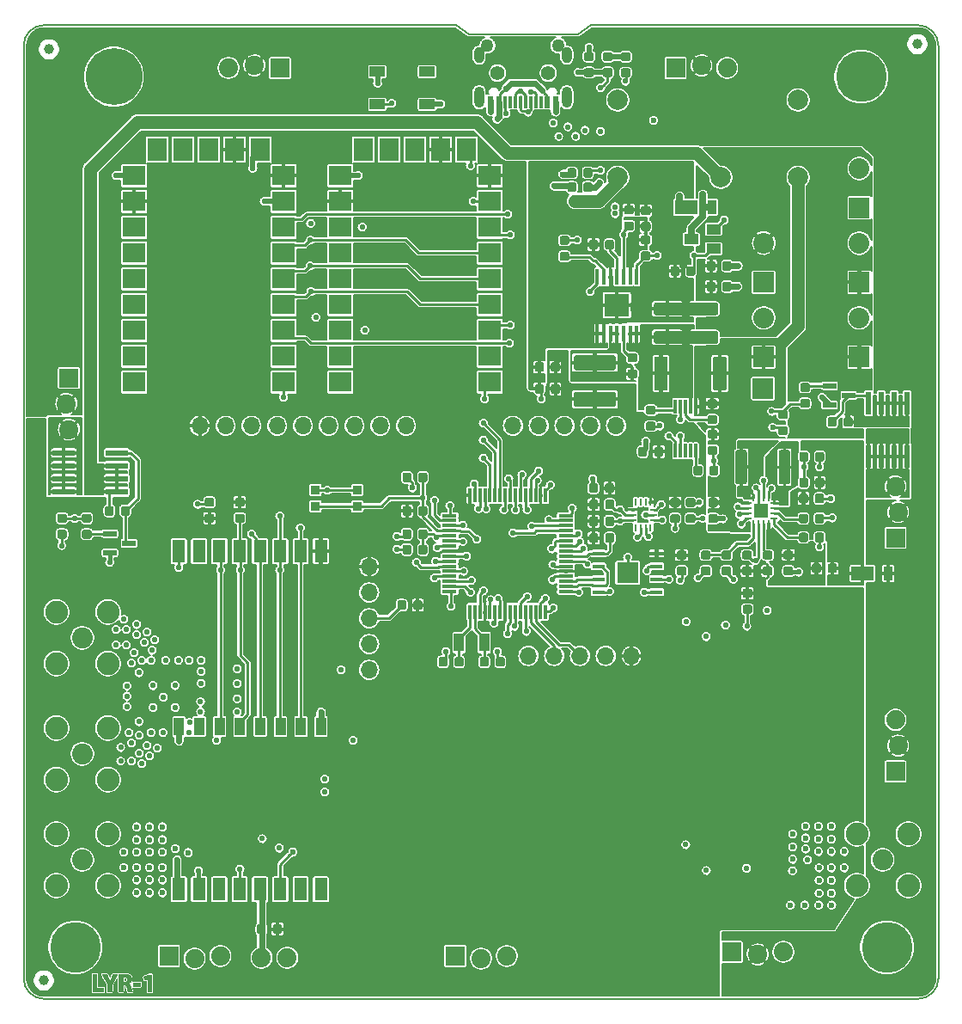
<source format=gbr>
%TF.GenerationSoftware,KiCad,Pcbnew,(5.1.4)-1*%
%TF.CreationDate,2019-12-19T18:40:15-07:00*%
%TF.ProjectId,mainboard,6d61696e-626f-4617-9264-2e6b69636164,rev?*%
%TF.SameCoordinates,Original*%
%TF.FileFunction,Copper,L1,Top*%
%TF.FilePolarity,Positive*%
%FSLAX46Y46*%
G04 Gerber Fmt 4.6, Leading zero omitted, Abs format (unit mm)*
G04 Created by KiCad (PCBNEW (5.1.4)-1) date 2019-12-19 18:40:15*
%MOMM*%
%LPD*%
G04 APERTURE LIST*
%ADD10C,0.150000*%
%ADD11C,0.010000*%
%ADD12R,0.675000X0.250000*%
%ADD13R,0.250000X0.675000*%
%ADD14C,2.032000*%
%ADD15R,2.032000X2.032000*%
%ADD16R,1.300000X2.250000*%
%ADD17C,0.100000*%
%ADD18C,1.500000*%
%ADD19R,1.500000X1.000000*%
%ADD20R,0.330200X1.350000*%
%ADD21R,1.200000X0.450000*%
%ADD22R,2.100000X2.100000*%
%ADD23R,0.600000X1.150000*%
%ADD24R,0.300000X1.150000*%
%ADD25O,1.000000X2.100000*%
%ADD26O,1.000000X1.600000*%
%ADD27C,0.875000*%
%ADD28R,1.000000X1.800000*%
%ADD29R,1.475000X0.300000*%
%ADD30R,0.300000X1.475000*%
%ADD31O,1.700000X1.700000*%
%ADD32C,1.270000*%
%ADD33C,1.408000*%
%ADD34C,2.250000*%
%ADD35C,2.050000*%
%ADD36C,1.000000*%
%ADD37C,5.600000*%
%ADD38R,1.981200X2.286000*%
%ADD39R,2.286000X1.981200*%
%ADD40C,1.879600*%
%ADD41C,5.000000*%
%ADD42R,0.250000X0.700000*%
%ADD43R,0.700000X0.250000*%
%ADD44R,1.450000X1.450000*%
%ADD45C,1.125000*%
%ADD46R,1.879600X1.879600*%
%ADD47R,0.304800X1.600200*%
%ADD48R,2.460000X2.310000*%
%ADD49R,0.609600X2.209800*%
%ADD50R,2.209800X0.609600*%
%ADD51R,0.900000X0.900000*%
%ADD52C,1.350000*%
%ADD53C,1.250000*%
%ADD54R,2.200000X1.400000*%
%ADD55R,0.900000X1.400000*%
%ADD56R,1.320800X0.558800*%
%ADD57C,2.006600*%
%ADD58R,1.400000X1.000000*%
%ADD59C,0.584200*%
%ADD60C,0.600000*%
%ADD61C,0.279400*%
%ADD62C,0.508000*%
%ADD63C,0.406400*%
%ADD64C,0.271781*%
%ADD65C,0.635000*%
%ADD66C,1.270000*%
%ADD67C,0.271780*%
%ADD68C,0.609600*%
%ADD69C,0.250000*%
%ADD70C,0.228600*%
%ADD71C,0.152400*%
%ADD72C,0.088900*%
%ADD73C,0.127000*%
G04 APERTURE END LIST*
D10*
X98336100Y-54489100D02*
X98336100Y-146374100D01*
X100336100Y-148374100D02*
G75*
G02X98336100Y-146374100I0J2000000D01*
G01*
X100336100Y-148374100D02*
X186506100Y-148374100D01*
X188506100Y-146374100D02*
G75*
G02X186506100Y-148374100I-2000000J0D01*
G01*
X188506100Y-146374100D02*
X188506100Y-54489100D01*
X186506100Y-52489100D02*
G75*
G02X188506100Y-54489100I0J-2000000D01*
G01*
X186506100Y-52489100D02*
X154276100Y-52499096D01*
X154276100Y-52499096D02*
X153006100Y-53388096D01*
X153006100Y-53388096D02*
X142211100Y-53388096D01*
X142211100Y-53388096D02*
X140931103Y-52489100D01*
X140931103Y-52489100D02*
X100336100Y-52489100D01*
X98336100Y-54489100D02*
G75*
G02X100336100Y-52489100I2000000J0D01*
G01*
D11*
G36*
X109842300Y-147104100D02*
G01*
X109156500Y-147104100D01*
X109156500Y-146773900D01*
X109842300Y-146773900D01*
X109842300Y-147104100D01*
X109842300Y-147104100D01*
G37*
X109842300Y-147104100D02*
X109156500Y-147104100D01*
X109156500Y-146773900D01*
X109842300Y-146773900D01*
X109842300Y-147104100D01*
G36*
X110921800Y-147650200D02*
G01*
X110541026Y-147650200D01*
X110537738Y-146991218D01*
X110534450Y-146332237D01*
X110379369Y-146405880D01*
X110316030Y-146435486D01*
X110271833Y-146454711D01*
X110243285Y-146464692D01*
X110226889Y-146466566D01*
X110219150Y-146461471D01*
X110217896Y-146458436D01*
X110206261Y-146415277D01*
X110194468Y-146363643D01*
X110183614Y-146309573D01*
X110174796Y-146259105D01*
X110169109Y-146218277D01*
X110167652Y-146193129D01*
X110168837Y-146188335D01*
X110183111Y-146179990D01*
X110216572Y-146162952D01*
X110265327Y-146139127D01*
X110325481Y-146110422D01*
X110385183Y-146082438D01*
X110591516Y-145986500D01*
X110921800Y-145986500D01*
X110921800Y-147650200D01*
X110921800Y-147650200D01*
G37*
X110921800Y-147650200D02*
X110541026Y-147650200D01*
X110537738Y-146991218D01*
X110534450Y-146332237D01*
X110379369Y-146405880D01*
X110316030Y-146435486D01*
X110271833Y-146454711D01*
X110243285Y-146464692D01*
X110226889Y-146466566D01*
X110219150Y-146461471D01*
X110217896Y-146458436D01*
X110206261Y-146415277D01*
X110194468Y-146363643D01*
X110183614Y-146309573D01*
X110174796Y-146259105D01*
X110169109Y-146218277D01*
X110167652Y-146193129D01*
X110168837Y-146188335D01*
X110183111Y-146179990D01*
X110216572Y-146162952D01*
X110265327Y-146139127D01*
X110325481Y-146110422D01*
X110385183Y-146082438D01*
X110591516Y-145986500D01*
X110921800Y-145986500D01*
X110921800Y-147650200D01*
G36*
X108344822Y-145918589D02*
G01*
X108406100Y-145920247D01*
X108453874Y-145923190D01*
X108492104Y-145927638D01*
X108524754Y-145933812D01*
X108546900Y-145939412D01*
X108648650Y-145972874D01*
X108729968Y-146012303D01*
X108795580Y-146060191D01*
X108819028Y-146082837D01*
X108872309Y-146149830D01*
X108907797Y-146223304D01*
X108927475Y-146308754D01*
X108933298Y-146399250D01*
X108932687Y-146459307D01*
X108928587Y-146503204D01*
X108919379Y-146540111D01*
X108903445Y-146579199D01*
X108900338Y-146585895D01*
X108852908Y-146663248D01*
X108788955Y-146733764D01*
X108716145Y-146789445D01*
X108692425Y-146802723D01*
X108632402Y-146833228D01*
X108678015Y-146861418D01*
X108718647Y-146890543D01*
X108753869Y-146925772D01*
X108785253Y-146970217D01*
X108814376Y-147026991D01*
X108842814Y-147099204D01*
X108872140Y-147189968D01*
X108903931Y-147302394D01*
X108906958Y-147313650D01*
X108927299Y-147388525D01*
X108946919Y-147458929D01*
X108964281Y-147519475D01*
X108977845Y-147564775D01*
X108984465Y-147585121D01*
X108996113Y-147619021D01*
X109003151Y-147641304D01*
X109004100Y-147645446D01*
X108992118Y-147647073D01*
X108959049Y-147648460D01*
X108909203Y-147649503D01*
X108846892Y-147650099D01*
X108806601Y-147650200D01*
X108609103Y-147650200D01*
X108589839Y-147604094D01*
X108579328Y-147574474D01*
X108564393Y-147526533D01*
X108546914Y-147466556D01*
X108528769Y-147400828D01*
X108526241Y-147391369D01*
X108501207Y-147298160D01*
X108481146Y-147226052D01*
X108464847Y-147171508D01*
X108451103Y-147130994D01*
X108438705Y-147100972D01*
X108426444Y-147077908D01*
X108413111Y-147058266D01*
X108411754Y-147056461D01*
X108379354Y-147021232D01*
X108341054Y-146996872D01*
X108291000Y-146980980D01*
X108223339Y-146971156D01*
X108198559Y-146969020D01*
X108089700Y-146960652D01*
X108089700Y-147650200D01*
X107708521Y-147650200D01*
X107711785Y-146796177D01*
X107714004Y-146215583D01*
X108089700Y-146215583D01*
X108089700Y-146685000D01*
X108208087Y-146685000D01*
X108282634Y-146682290D01*
X108345797Y-146674725D01*
X108383108Y-146665703D01*
X108454812Y-146629691D01*
X108507121Y-146577966D01*
X108538812Y-146512200D01*
X108548707Y-146439401D01*
X108540933Y-146363993D01*
X108516024Y-146305106D01*
X108471573Y-146258565D01*
X108429056Y-146231893D01*
X108396464Y-146221343D01*
X108346328Y-146212481D01*
X108286481Y-146205930D01*
X108224758Y-146202311D01*
X108168992Y-146202248D01*
X108127017Y-146206363D01*
X108121918Y-146207497D01*
X108089700Y-146215583D01*
X107714004Y-146215583D01*
X107715050Y-145942155D01*
X107791250Y-145931001D01*
X107826132Y-145927703D01*
X107881609Y-145924649D01*
X107952873Y-145922001D01*
X108035119Y-145919924D01*
X108123540Y-145918580D01*
X108165900Y-145918248D01*
X108266076Y-145917996D01*
X108344822Y-145918589D01*
X108344822Y-145918589D01*
G37*
X108344822Y-145918589D02*
X108406100Y-145920247D01*
X108453874Y-145923190D01*
X108492104Y-145927638D01*
X108524754Y-145933812D01*
X108546900Y-145939412D01*
X108648650Y-145972874D01*
X108729968Y-146012303D01*
X108795580Y-146060191D01*
X108819028Y-146082837D01*
X108872309Y-146149830D01*
X108907797Y-146223304D01*
X108927475Y-146308754D01*
X108933298Y-146399250D01*
X108932687Y-146459307D01*
X108928587Y-146503204D01*
X108919379Y-146540111D01*
X108903445Y-146579199D01*
X108900338Y-146585895D01*
X108852908Y-146663248D01*
X108788955Y-146733764D01*
X108716145Y-146789445D01*
X108692425Y-146802723D01*
X108632402Y-146833228D01*
X108678015Y-146861418D01*
X108718647Y-146890543D01*
X108753869Y-146925772D01*
X108785253Y-146970217D01*
X108814376Y-147026991D01*
X108842814Y-147099204D01*
X108872140Y-147189968D01*
X108903931Y-147302394D01*
X108906958Y-147313650D01*
X108927299Y-147388525D01*
X108946919Y-147458929D01*
X108964281Y-147519475D01*
X108977845Y-147564775D01*
X108984465Y-147585121D01*
X108996113Y-147619021D01*
X109003151Y-147641304D01*
X109004100Y-147645446D01*
X108992118Y-147647073D01*
X108959049Y-147648460D01*
X108909203Y-147649503D01*
X108846892Y-147650099D01*
X108806601Y-147650200D01*
X108609103Y-147650200D01*
X108589839Y-147604094D01*
X108579328Y-147574474D01*
X108564393Y-147526533D01*
X108546914Y-147466556D01*
X108528769Y-147400828D01*
X108526241Y-147391369D01*
X108501207Y-147298160D01*
X108481146Y-147226052D01*
X108464847Y-147171508D01*
X108451103Y-147130994D01*
X108438705Y-147100972D01*
X108426444Y-147077908D01*
X108413111Y-147058266D01*
X108411754Y-147056461D01*
X108379354Y-147021232D01*
X108341054Y-146996872D01*
X108291000Y-146980980D01*
X108223339Y-146971156D01*
X108198559Y-146969020D01*
X108089700Y-146960652D01*
X108089700Y-147650200D01*
X107708521Y-147650200D01*
X107711785Y-146796177D01*
X107714004Y-146215583D01*
X108089700Y-146215583D01*
X108089700Y-146685000D01*
X108208087Y-146685000D01*
X108282634Y-146682290D01*
X108345797Y-146674725D01*
X108383108Y-146665703D01*
X108454812Y-146629691D01*
X108507121Y-146577966D01*
X108538812Y-146512200D01*
X108548707Y-146439401D01*
X108540933Y-146363993D01*
X108516024Y-146305106D01*
X108471573Y-146258565D01*
X108429056Y-146231893D01*
X108396464Y-146221343D01*
X108346328Y-146212481D01*
X108286481Y-146205930D01*
X108224758Y-146202311D01*
X108168992Y-146202248D01*
X108127017Y-146206363D01*
X108121918Y-146207497D01*
X108089700Y-146215583D01*
X107714004Y-146215583D01*
X107715050Y-145942155D01*
X107791250Y-145931001D01*
X107826132Y-145927703D01*
X107881609Y-145924649D01*
X107952873Y-145922001D01*
X108035119Y-145919924D01*
X108123540Y-145918580D01*
X108165900Y-145918248D01*
X108266076Y-145917996D01*
X108344822Y-145918589D01*
G36*
X106281222Y-145925879D02*
G01*
X106505725Y-145929350D01*
X106590305Y-146126200D01*
X106625700Y-146209288D01*
X106664259Y-146300982D01*
X106701947Y-146391613D01*
X106734727Y-146471514D01*
X106742960Y-146491847D01*
X106767673Y-146550996D01*
X106789669Y-146599681D01*
X106807063Y-146634029D01*
X106817972Y-146650163D01*
X106820149Y-146650597D01*
X106829088Y-146634054D01*
X106843099Y-146601231D01*
X106856348Y-146566736D01*
X106871122Y-146528144D01*
X106892495Y-146474539D01*
X106918895Y-146409665D01*
X106948745Y-146337264D01*
X106980471Y-146261078D01*
X107012499Y-146184850D01*
X107043255Y-146112324D01*
X107071162Y-146047240D01*
X107094648Y-145993343D01*
X107112138Y-145954374D01*
X107122056Y-145934077D01*
X107123301Y-145932207D01*
X107138565Y-145929133D01*
X107174805Y-145926873D01*
X107227609Y-145925554D01*
X107292564Y-145925304D01*
X107344463Y-145925857D01*
X107556173Y-145929350D01*
X106997883Y-146917242D01*
X106994516Y-147280546D01*
X106991150Y-147643850D01*
X106797475Y-147647355D01*
X106603800Y-147650861D01*
X106603800Y-146941810D01*
X106380437Y-146524480D01*
X106327423Y-146425466D01*
X106276114Y-146329709D01*
X106228249Y-146240443D01*
X106185561Y-146160905D01*
X106149789Y-146094330D01*
X106122668Y-146043954D01*
X106106896Y-146014779D01*
X106056719Y-145922409D01*
X106281222Y-145925879D01*
X106281222Y-145925879D01*
G37*
X106281222Y-145925879D02*
X106505725Y-145929350D01*
X106590305Y-146126200D01*
X106625700Y-146209288D01*
X106664259Y-146300982D01*
X106701947Y-146391613D01*
X106734727Y-146471514D01*
X106742960Y-146491847D01*
X106767673Y-146550996D01*
X106789669Y-146599681D01*
X106807063Y-146634029D01*
X106817972Y-146650163D01*
X106820149Y-146650597D01*
X106829088Y-146634054D01*
X106843099Y-146601231D01*
X106856348Y-146566736D01*
X106871122Y-146528144D01*
X106892495Y-146474539D01*
X106918895Y-146409665D01*
X106948745Y-146337264D01*
X106980471Y-146261078D01*
X107012499Y-146184850D01*
X107043255Y-146112324D01*
X107071162Y-146047240D01*
X107094648Y-145993343D01*
X107112138Y-145954374D01*
X107122056Y-145934077D01*
X107123301Y-145932207D01*
X107138565Y-145929133D01*
X107174805Y-145926873D01*
X107227609Y-145925554D01*
X107292564Y-145925304D01*
X107344463Y-145925857D01*
X107556173Y-145929350D01*
X106997883Y-146917242D01*
X106994516Y-147280546D01*
X106991150Y-147643850D01*
X106797475Y-147647355D01*
X106603800Y-147650861D01*
X106603800Y-146941810D01*
X106380437Y-146524480D01*
X106327423Y-146425466D01*
X106276114Y-146329709D01*
X106228249Y-146240443D01*
X106185561Y-146160905D01*
X106149789Y-146094330D01*
X106122668Y-146043954D01*
X106106896Y-146014779D01*
X106056719Y-145922409D01*
X106281222Y-145925879D01*
G36*
X105511600Y-147320000D02*
G01*
X106197400Y-147320000D01*
X106197400Y-147650200D01*
X105666116Y-147650200D01*
X105552337Y-147650003D01*
X105446501Y-147649443D01*
X105351293Y-147648561D01*
X105269398Y-147647399D01*
X105203501Y-147645999D01*
X105156287Y-147644404D01*
X105130440Y-147642655D01*
X105126366Y-147641733D01*
X105124931Y-147627916D01*
X105123572Y-147590799D01*
X105122310Y-147532480D01*
X105121166Y-147455061D01*
X105120161Y-147360639D01*
X105119314Y-147251315D01*
X105118647Y-147129189D01*
X105118180Y-146996359D01*
X105117934Y-146854925D01*
X105117900Y-146778133D01*
X105117900Y-145923000D01*
X105511600Y-145923000D01*
X105511600Y-147320000D01*
X105511600Y-147320000D01*
G37*
X105511600Y-147320000D02*
X106197400Y-147320000D01*
X106197400Y-147650200D01*
X105666116Y-147650200D01*
X105552337Y-147650003D01*
X105446501Y-147649443D01*
X105351293Y-147648561D01*
X105269398Y-147647399D01*
X105203501Y-147645999D01*
X105156287Y-147644404D01*
X105130440Y-147642655D01*
X105126366Y-147641733D01*
X105124931Y-147627916D01*
X105123572Y-147590799D01*
X105122310Y-147532480D01*
X105121166Y-147455061D01*
X105120161Y-147360639D01*
X105119314Y-147251315D01*
X105118647Y-147129189D01*
X105118180Y-146996359D01*
X105117934Y-146854925D01*
X105117900Y-146778133D01*
X105117900Y-145923000D01*
X105511600Y-145923000D01*
X105511600Y-147320000D01*
D12*
X158373000Y-101211000D03*
X158373000Y-100711000D03*
X158373000Y-100211000D03*
D13*
X158635000Y-99449000D03*
X159135000Y-99449000D03*
X159635000Y-99449000D03*
X160135000Y-99449000D03*
D12*
X160397000Y-100211000D03*
X160397000Y-100711000D03*
X160397000Y-101211000D03*
D13*
X160135000Y-101973000D03*
X159635000Y-101973000D03*
X159135000Y-101973000D03*
X158635000Y-101973000D03*
D14*
X171282100Y-81316296D03*
D15*
X171282100Y-85171896D03*
D16*
X127629100Y-137594096D03*
X125629100Y-137594096D03*
X123629100Y-137594096D03*
X121629100Y-137594096D03*
X119629100Y-137594096D03*
X117629100Y-137594096D03*
X115629100Y-137594096D03*
X113629100Y-137594096D03*
X127629100Y-104294096D03*
X125629100Y-104294096D03*
X123629100Y-104294096D03*
X121629100Y-104294096D03*
X119629100Y-104294096D03*
X117629100Y-104294096D03*
X115629100Y-104294096D03*
X113629100Y-104294096D03*
D17*
G36*
X156434840Y-84980003D02*
G01*
X156467165Y-84984799D01*
X156498865Y-84992739D01*
X156529634Y-85003748D01*
X156559175Y-85017720D01*
X156587205Y-85034521D01*
X156613453Y-85053988D01*
X156637667Y-85075933D01*
X156659612Y-85100147D01*
X156679079Y-85126395D01*
X156695880Y-85154425D01*
X156709852Y-85183966D01*
X156720861Y-85214735D01*
X156728801Y-85246435D01*
X156733597Y-85278760D01*
X156735200Y-85311400D01*
X156735200Y-86145400D01*
X156733597Y-86178040D01*
X156728801Y-86210365D01*
X156720861Y-86242065D01*
X156709852Y-86272834D01*
X156695880Y-86302375D01*
X156679079Y-86330405D01*
X156659612Y-86356653D01*
X156637667Y-86380867D01*
X156613453Y-86402812D01*
X156587205Y-86422279D01*
X156559175Y-86439080D01*
X156529634Y-86453052D01*
X156498865Y-86464061D01*
X156467165Y-86472001D01*
X156434840Y-86476797D01*
X156402200Y-86478400D01*
X152868200Y-86478400D01*
X152835560Y-86476797D01*
X152803235Y-86472001D01*
X152771535Y-86464061D01*
X152740766Y-86453052D01*
X152711225Y-86439080D01*
X152683195Y-86422279D01*
X152656947Y-86402812D01*
X152632733Y-86380867D01*
X152610788Y-86356653D01*
X152591321Y-86330405D01*
X152574520Y-86302375D01*
X152560548Y-86272834D01*
X152549539Y-86242065D01*
X152541599Y-86210365D01*
X152536803Y-86178040D01*
X152535200Y-86145400D01*
X152535200Y-85311400D01*
X152536803Y-85278760D01*
X152541599Y-85246435D01*
X152549539Y-85214735D01*
X152560548Y-85183966D01*
X152574520Y-85154425D01*
X152591321Y-85126395D01*
X152610788Y-85100147D01*
X152632733Y-85075933D01*
X152656947Y-85053988D01*
X152683195Y-85034521D01*
X152711225Y-85017720D01*
X152740766Y-85003748D01*
X152771535Y-84992739D01*
X152803235Y-84984799D01*
X152835560Y-84980003D01*
X152868200Y-84978400D01*
X156402200Y-84978400D01*
X156434840Y-84980003D01*
X156434840Y-84980003D01*
G37*
D18*
X154635200Y-85728400D03*
D17*
G36*
X156434840Y-88580003D02*
G01*
X156467165Y-88584799D01*
X156498865Y-88592739D01*
X156529634Y-88603748D01*
X156559175Y-88617720D01*
X156587205Y-88634521D01*
X156613453Y-88653988D01*
X156637667Y-88675933D01*
X156659612Y-88700147D01*
X156679079Y-88726395D01*
X156695880Y-88754425D01*
X156709852Y-88783966D01*
X156720861Y-88814735D01*
X156728801Y-88846435D01*
X156733597Y-88878760D01*
X156735200Y-88911400D01*
X156735200Y-89745400D01*
X156733597Y-89778040D01*
X156728801Y-89810365D01*
X156720861Y-89842065D01*
X156709852Y-89872834D01*
X156695880Y-89902375D01*
X156679079Y-89930405D01*
X156659612Y-89956653D01*
X156637667Y-89980867D01*
X156613453Y-90002812D01*
X156587205Y-90022279D01*
X156559175Y-90039080D01*
X156529634Y-90053052D01*
X156498865Y-90064061D01*
X156467165Y-90072001D01*
X156434840Y-90076797D01*
X156402200Y-90078400D01*
X152868200Y-90078400D01*
X152835560Y-90076797D01*
X152803235Y-90072001D01*
X152771535Y-90064061D01*
X152740766Y-90053052D01*
X152711225Y-90039080D01*
X152683195Y-90022279D01*
X152656947Y-90002812D01*
X152632733Y-89980867D01*
X152610788Y-89956653D01*
X152591321Y-89930405D01*
X152574520Y-89902375D01*
X152560548Y-89872834D01*
X152549539Y-89842065D01*
X152541599Y-89810365D01*
X152536803Y-89778040D01*
X152535200Y-89745400D01*
X152535200Y-88911400D01*
X152536803Y-88878760D01*
X152541599Y-88846435D01*
X152549539Y-88814735D01*
X152560548Y-88783966D01*
X152574520Y-88754425D01*
X152591321Y-88726395D01*
X152610788Y-88700147D01*
X152632733Y-88675933D01*
X152656947Y-88653988D01*
X152683195Y-88634521D01*
X152711225Y-88617720D01*
X152740766Y-88603748D01*
X152771535Y-88592739D01*
X152803235Y-88584799D01*
X152835560Y-88580003D01*
X152868200Y-88578400D01*
X156402200Y-88578400D01*
X156434840Y-88580003D01*
X156434840Y-88580003D01*
G37*
D18*
X154635200Y-89328400D03*
D19*
X138086000Y-60274000D03*
X138086000Y-57074000D03*
X133186000Y-60274000D03*
X133186000Y-57074000D03*
D20*
X164576001Y-94382000D03*
X164075999Y-94382000D03*
X163576000Y-94382000D03*
X163076001Y-94382000D03*
X162575999Y-94382000D03*
X162575999Y-90032000D03*
X163076001Y-90032000D03*
X163576000Y-90032000D03*
X164075999Y-90032000D03*
X164576001Y-90032000D03*
D21*
X154996000Y-104521000D03*
X154996000Y-105791000D03*
X154996000Y-107061000D03*
X154996000Y-108331000D03*
X160726000Y-108331000D03*
X160726000Y-107061000D03*
X160726000Y-105791000D03*
X160726000Y-104521000D03*
D22*
X157861000Y-106426000D03*
D23*
X145156600Y-60061800D03*
X144356600Y-60061800D03*
D24*
X145806600Y-60061800D03*
X146306600Y-60061800D03*
X146806600Y-60061800D03*
X147306600Y-60061800D03*
X147806600Y-60061800D03*
X148306600Y-60061800D03*
X148806600Y-60061800D03*
D25*
X151876600Y-59586800D03*
D23*
X150756600Y-60061800D03*
D25*
X143236600Y-59586800D03*
D26*
X143236600Y-55436800D03*
X151876600Y-55436800D03*
D23*
X149956600Y-60061800D03*
D24*
X149306600Y-60061800D03*
D17*
G36*
X116927191Y-100604853D02*
G01*
X116948426Y-100608003D01*
X116969250Y-100613219D01*
X116989462Y-100620451D01*
X117008868Y-100629630D01*
X117027281Y-100640666D01*
X117044524Y-100653454D01*
X117060430Y-100667870D01*
X117074846Y-100683776D01*
X117087634Y-100701019D01*
X117098670Y-100719432D01*
X117107849Y-100738838D01*
X117115081Y-100759050D01*
X117120297Y-100779874D01*
X117123447Y-100801109D01*
X117124500Y-100822550D01*
X117124500Y-101260050D01*
X117123447Y-101281491D01*
X117120297Y-101302726D01*
X117115081Y-101323550D01*
X117107849Y-101343762D01*
X117098670Y-101363168D01*
X117087634Y-101381581D01*
X117074846Y-101398824D01*
X117060430Y-101414730D01*
X117044524Y-101429146D01*
X117027281Y-101441934D01*
X117008868Y-101452970D01*
X116989462Y-101462149D01*
X116969250Y-101469381D01*
X116948426Y-101474597D01*
X116927191Y-101477747D01*
X116905750Y-101478800D01*
X116393250Y-101478800D01*
X116371809Y-101477747D01*
X116350574Y-101474597D01*
X116329750Y-101469381D01*
X116309538Y-101462149D01*
X116290132Y-101452970D01*
X116271719Y-101441934D01*
X116254476Y-101429146D01*
X116238570Y-101414730D01*
X116224154Y-101398824D01*
X116211366Y-101381581D01*
X116200330Y-101363168D01*
X116191151Y-101343762D01*
X116183919Y-101323550D01*
X116178703Y-101302726D01*
X116175553Y-101281491D01*
X116174500Y-101260050D01*
X116174500Y-100822550D01*
X116175553Y-100801109D01*
X116178703Y-100779874D01*
X116183919Y-100759050D01*
X116191151Y-100738838D01*
X116200330Y-100719432D01*
X116211366Y-100701019D01*
X116224154Y-100683776D01*
X116238570Y-100667870D01*
X116254476Y-100653454D01*
X116271719Y-100640666D01*
X116290132Y-100629630D01*
X116309538Y-100620451D01*
X116329750Y-100613219D01*
X116350574Y-100608003D01*
X116371809Y-100604853D01*
X116393250Y-100603800D01*
X116905750Y-100603800D01*
X116927191Y-100604853D01*
X116927191Y-100604853D01*
G37*
D27*
X116649500Y-101041300D03*
D17*
G36*
X116927191Y-99029853D02*
G01*
X116948426Y-99033003D01*
X116969250Y-99038219D01*
X116989462Y-99045451D01*
X117008868Y-99054630D01*
X117027281Y-99065666D01*
X117044524Y-99078454D01*
X117060430Y-99092870D01*
X117074846Y-99108776D01*
X117087634Y-99126019D01*
X117098670Y-99144432D01*
X117107849Y-99163838D01*
X117115081Y-99184050D01*
X117120297Y-99204874D01*
X117123447Y-99226109D01*
X117124500Y-99247550D01*
X117124500Y-99685050D01*
X117123447Y-99706491D01*
X117120297Y-99727726D01*
X117115081Y-99748550D01*
X117107849Y-99768762D01*
X117098670Y-99788168D01*
X117087634Y-99806581D01*
X117074846Y-99823824D01*
X117060430Y-99839730D01*
X117044524Y-99854146D01*
X117027281Y-99866934D01*
X117008868Y-99877970D01*
X116989462Y-99887149D01*
X116969250Y-99894381D01*
X116948426Y-99899597D01*
X116927191Y-99902747D01*
X116905750Y-99903800D01*
X116393250Y-99903800D01*
X116371809Y-99902747D01*
X116350574Y-99899597D01*
X116329750Y-99894381D01*
X116309538Y-99887149D01*
X116290132Y-99877970D01*
X116271719Y-99866934D01*
X116254476Y-99854146D01*
X116238570Y-99839730D01*
X116224154Y-99823824D01*
X116211366Y-99806581D01*
X116200330Y-99788168D01*
X116191151Y-99768762D01*
X116183919Y-99748550D01*
X116178703Y-99727726D01*
X116175553Y-99706491D01*
X116174500Y-99685050D01*
X116174500Y-99247550D01*
X116175553Y-99226109D01*
X116178703Y-99204874D01*
X116183919Y-99184050D01*
X116191151Y-99163838D01*
X116200330Y-99144432D01*
X116211366Y-99126019D01*
X116224154Y-99108776D01*
X116238570Y-99092870D01*
X116254476Y-99078454D01*
X116271719Y-99065666D01*
X116290132Y-99054630D01*
X116309538Y-99045451D01*
X116329750Y-99038219D01*
X116350574Y-99033003D01*
X116371809Y-99029853D01*
X116393250Y-99028800D01*
X116905750Y-99028800D01*
X116927191Y-99029853D01*
X116927191Y-99029853D01*
G37*
D27*
X116649500Y-99466300D03*
D17*
G36*
X154773691Y-102523053D02*
G01*
X154794926Y-102526203D01*
X154815750Y-102531419D01*
X154835962Y-102538651D01*
X154855368Y-102547830D01*
X154873781Y-102558866D01*
X154891024Y-102571654D01*
X154906930Y-102586070D01*
X154921346Y-102601976D01*
X154934134Y-102619219D01*
X154945170Y-102637632D01*
X154954349Y-102657038D01*
X154961581Y-102677250D01*
X154966797Y-102698074D01*
X154969947Y-102719309D01*
X154971000Y-102740750D01*
X154971000Y-103253250D01*
X154969947Y-103274691D01*
X154966797Y-103295926D01*
X154961581Y-103316750D01*
X154954349Y-103336962D01*
X154945170Y-103356368D01*
X154934134Y-103374781D01*
X154921346Y-103392024D01*
X154906930Y-103407930D01*
X154891024Y-103422346D01*
X154873781Y-103435134D01*
X154855368Y-103446170D01*
X154835962Y-103455349D01*
X154815750Y-103462581D01*
X154794926Y-103467797D01*
X154773691Y-103470947D01*
X154752250Y-103472000D01*
X154314750Y-103472000D01*
X154293309Y-103470947D01*
X154272074Y-103467797D01*
X154251250Y-103462581D01*
X154231038Y-103455349D01*
X154211632Y-103446170D01*
X154193219Y-103435134D01*
X154175976Y-103422346D01*
X154160070Y-103407930D01*
X154145654Y-103392024D01*
X154132866Y-103374781D01*
X154121830Y-103356368D01*
X154112651Y-103336962D01*
X154105419Y-103316750D01*
X154100203Y-103295926D01*
X154097053Y-103274691D01*
X154096000Y-103253250D01*
X154096000Y-102740750D01*
X154097053Y-102719309D01*
X154100203Y-102698074D01*
X154105419Y-102677250D01*
X154112651Y-102657038D01*
X154121830Y-102637632D01*
X154132866Y-102619219D01*
X154145654Y-102601976D01*
X154160070Y-102586070D01*
X154175976Y-102571654D01*
X154193219Y-102558866D01*
X154211632Y-102547830D01*
X154231038Y-102538651D01*
X154251250Y-102531419D01*
X154272074Y-102526203D01*
X154293309Y-102523053D01*
X154314750Y-102522000D01*
X154752250Y-102522000D01*
X154773691Y-102523053D01*
X154773691Y-102523053D01*
G37*
D27*
X154533500Y-102997000D03*
D17*
G36*
X156348691Y-102523053D02*
G01*
X156369926Y-102526203D01*
X156390750Y-102531419D01*
X156410962Y-102538651D01*
X156430368Y-102547830D01*
X156448781Y-102558866D01*
X156466024Y-102571654D01*
X156481930Y-102586070D01*
X156496346Y-102601976D01*
X156509134Y-102619219D01*
X156520170Y-102637632D01*
X156529349Y-102657038D01*
X156536581Y-102677250D01*
X156541797Y-102698074D01*
X156544947Y-102719309D01*
X156546000Y-102740750D01*
X156546000Y-103253250D01*
X156544947Y-103274691D01*
X156541797Y-103295926D01*
X156536581Y-103316750D01*
X156529349Y-103336962D01*
X156520170Y-103356368D01*
X156509134Y-103374781D01*
X156496346Y-103392024D01*
X156481930Y-103407930D01*
X156466024Y-103422346D01*
X156448781Y-103435134D01*
X156430368Y-103446170D01*
X156410962Y-103455349D01*
X156390750Y-103462581D01*
X156369926Y-103467797D01*
X156348691Y-103470947D01*
X156327250Y-103472000D01*
X155889750Y-103472000D01*
X155868309Y-103470947D01*
X155847074Y-103467797D01*
X155826250Y-103462581D01*
X155806038Y-103455349D01*
X155786632Y-103446170D01*
X155768219Y-103435134D01*
X155750976Y-103422346D01*
X155735070Y-103407930D01*
X155720654Y-103392024D01*
X155707866Y-103374781D01*
X155696830Y-103356368D01*
X155687651Y-103336962D01*
X155680419Y-103316750D01*
X155675203Y-103295926D01*
X155672053Y-103274691D01*
X155671000Y-103253250D01*
X155671000Y-102740750D01*
X155672053Y-102719309D01*
X155675203Y-102698074D01*
X155680419Y-102677250D01*
X155687651Y-102657038D01*
X155696830Y-102637632D01*
X155707866Y-102619219D01*
X155720654Y-102601976D01*
X155735070Y-102586070D01*
X155750976Y-102571654D01*
X155768219Y-102558866D01*
X155786632Y-102547830D01*
X155806038Y-102538651D01*
X155826250Y-102531419D01*
X155847074Y-102526203D01*
X155868309Y-102523053D01*
X155889750Y-102522000D01*
X156327250Y-102522000D01*
X156348691Y-102523053D01*
X156348691Y-102523053D01*
G37*
D27*
X156108500Y-102997000D03*
D17*
G36*
X169949691Y-109571053D02*
G01*
X169970926Y-109574203D01*
X169991750Y-109579419D01*
X170011962Y-109586651D01*
X170031368Y-109595830D01*
X170049781Y-109606866D01*
X170067024Y-109619654D01*
X170082930Y-109634070D01*
X170097346Y-109649976D01*
X170110134Y-109667219D01*
X170121170Y-109685632D01*
X170130349Y-109705038D01*
X170137581Y-109725250D01*
X170142797Y-109746074D01*
X170145947Y-109767309D01*
X170147000Y-109788750D01*
X170147000Y-110226250D01*
X170145947Y-110247691D01*
X170142797Y-110268926D01*
X170137581Y-110289750D01*
X170130349Y-110309962D01*
X170121170Y-110329368D01*
X170110134Y-110347781D01*
X170097346Y-110365024D01*
X170082930Y-110380930D01*
X170067024Y-110395346D01*
X170049781Y-110408134D01*
X170031368Y-110419170D01*
X170011962Y-110428349D01*
X169991750Y-110435581D01*
X169970926Y-110440797D01*
X169949691Y-110443947D01*
X169928250Y-110445000D01*
X169415750Y-110445000D01*
X169394309Y-110443947D01*
X169373074Y-110440797D01*
X169352250Y-110435581D01*
X169332038Y-110428349D01*
X169312632Y-110419170D01*
X169294219Y-110408134D01*
X169276976Y-110395346D01*
X169261070Y-110380930D01*
X169246654Y-110365024D01*
X169233866Y-110347781D01*
X169222830Y-110329368D01*
X169213651Y-110309962D01*
X169206419Y-110289750D01*
X169201203Y-110268926D01*
X169198053Y-110247691D01*
X169197000Y-110226250D01*
X169197000Y-109788750D01*
X169198053Y-109767309D01*
X169201203Y-109746074D01*
X169206419Y-109725250D01*
X169213651Y-109705038D01*
X169222830Y-109685632D01*
X169233866Y-109667219D01*
X169246654Y-109649976D01*
X169261070Y-109634070D01*
X169276976Y-109619654D01*
X169294219Y-109606866D01*
X169312632Y-109595830D01*
X169332038Y-109586651D01*
X169352250Y-109579419D01*
X169373074Y-109574203D01*
X169394309Y-109571053D01*
X169415750Y-109570000D01*
X169928250Y-109570000D01*
X169949691Y-109571053D01*
X169949691Y-109571053D01*
G37*
D27*
X169672000Y-110007500D03*
D17*
G36*
X169949691Y-107996053D02*
G01*
X169970926Y-107999203D01*
X169991750Y-108004419D01*
X170011962Y-108011651D01*
X170031368Y-108020830D01*
X170049781Y-108031866D01*
X170067024Y-108044654D01*
X170082930Y-108059070D01*
X170097346Y-108074976D01*
X170110134Y-108092219D01*
X170121170Y-108110632D01*
X170130349Y-108130038D01*
X170137581Y-108150250D01*
X170142797Y-108171074D01*
X170145947Y-108192309D01*
X170147000Y-108213750D01*
X170147000Y-108651250D01*
X170145947Y-108672691D01*
X170142797Y-108693926D01*
X170137581Y-108714750D01*
X170130349Y-108734962D01*
X170121170Y-108754368D01*
X170110134Y-108772781D01*
X170097346Y-108790024D01*
X170082930Y-108805930D01*
X170067024Y-108820346D01*
X170049781Y-108833134D01*
X170031368Y-108844170D01*
X170011962Y-108853349D01*
X169991750Y-108860581D01*
X169970926Y-108865797D01*
X169949691Y-108868947D01*
X169928250Y-108870000D01*
X169415750Y-108870000D01*
X169394309Y-108868947D01*
X169373074Y-108865797D01*
X169352250Y-108860581D01*
X169332038Y-108853349D01*
X169312632Y-108844170D01*
X169294219Y-108833134D01*
X169276976Y-108820346D01*
X169261070Y-108805930D01*
X169246654Y-108790024D01*
X169233866Y-108772781D01*
X169222830Y-108754368D01*
X169213651Y-108734962D01*
X169206419Y-108714750D01*
X169201203Y-108693926D01*
X169198053Y-108672691D01*
X169197000Y-108651250D01*
X169197000Y-108213750D01*
X169198053Y-108192309D01*
X169201203Y-108171074D01*
X169206419Y-108150250D01*
X169213651Y-108130038D01*
X169222830Y-108110632D01*
X169233866Y-108092219D01*
X169246654Y-108074976D01*
X169261070Y-108059070D01*
X169276976Y-108044654D01*
X169294219Y-108031866D01*
X169312632Y-108020830D01*
X169332038Y-108011651D01*
X169352250Y-108004419D01*
X169373074Y-107999203D01*
X169394309Y-107996053D01*
X169415750Y-107995000D01*
X169928250Y-107995000D01*
X169949691Y-107996053D01*
X169949691Y-107996053D01*
G37*
D27*
X169672000Y-108432500D03*
D17*
G36*
X119911691Y-100604853D02*
G01*
X119932926Y-100608003D01*
X119953750Y-100613219D01*
X119973962Y-100620451D01*
X119993368Y-100629630D01*
X120011781Y-100640666D01*
X120029024Y-100653454D01*
X120044930Y-100667870D01*
X120059346Y-100683776D01*
X120072134Y-100701019D01*
X120083170Y-100719432D01*
X120092349Y-100738838D01*
X120099581Y-100759050D01*
X120104797Y-100779874D01*
X120107947Y-100801109D01*
X120109000Y-100822550D01*
X120109000Y-101260050D01*
X120107947Y-101281491D01*
X120104797Y-101302726D01*
X120099581Y-101323550D01*
X120092349Y-101343762D01*
X120083170Y-101363168D01*
X120072134Y-101381581D01*
X120059346Y-101398824D01*
X120044930Y-101414730D01*
X120029024Y-101429146D01*
X120011781Y-101441934D01*
X119993368Y-101452970D01*
X119973962Y-101462149D01*
X119953750Y-101469381D01*
X119932926Y-101474597D01*
X119911691Y-101477747D01*
X119890250Y-101478800D01*
X119377750Y-101478800D01*
X119356309Y-101477747D01*
X119335074Y-101474597D01*
X119314250Y-101469381D01*
X119294038Y-101462149D01*
X119274632Y-101452970D01*
X119256219Y-101441934D01*
X119238976Y-101429146D01*
X119223070Y-101414730D01*
X119208654Y-101398824D01*
X119195866Y-101381581D01*
X119184830Y-101363168D01*
X119175651Y-101343762D01*
X119168419Y-101323550D01*
X119163203Y-101302726D01*
X119160053Y-101281491D01*
X119159000Y-101260050D01*
X119159000Y-100822550D01*
X119160053Y-100801109D01*
X119163203Y-100779874D01*
X119168419Y-100759050D01*
X119175651Y-100738838D01*
X119184830Y-100719432D01*
X119195866Y-100701019D01*
X119208654Y-100683776D01*
X119223070Y-100667870D01*
X119238976Y-100653454D01*
X119256219Y-100640666D01*
X119274632Y-100629630D01*
X119294038Y-100620451D01*
X119314250Y-100613219D01*
X119335074Y-100608003D01*
X119356309Y-100604853D01*
X119377750Y-100603800D01*
X119890250Y-100603800D01*
X119911691Y-100604853D01*
X119911691Y-100604853D01*
G37*
D27*
X119634000Y-101041300D03*
D17*
G36*
X119911691Y-99029853D02*
G01*
X119932926Y-99033003D01*
X119953750Y-99038219D01*
X119973962Y-99045451D01*
X119993368Y-99054630D01*
X120011781Y-99065666D01*
X120029024Y-99078454D01*
X120044930Y-99092870D01*
X120059346Y-99108776D01*
X120072134Y-99126019D01*
X120083170Y-99144432D01*
X120092349Y-99163838D01*
X120099581Y-99184050D01*
X120104797Y-99204874D01*
X120107947Y-99226109D01*
X120109000Y-99247550D01*
X120109000Y-99685050D01*
X120107947Y-99706491D01*
X120104797Y-99727726D01*
X120099581Y-99748550D01*
X120092349Y-99768762D01*
X120083170Y-99788168D01*
X120072134Y-99806581D01*
X120059346Y-99823824D01*
X120044930Y-99839730D01*
X120029024Y-99854146D01*
X120011781Y-99866934D01*
X119993368Y-99877970D01*
X119973962Y-99887149D01*
X119953750Y-99894381D01*
X119932926Y-99899597D01*
X119911691Y-99902747D01*
X119890250Y-99903800D01*
X119377750Y-99903800D01*
X119356309Y-99902747D01*
X119335074Y-99899597D01*
X119314250Y-99894381D01*
X119294038Y-99887149D01*
X119274632Y-99877970D01*
X119256219Y-99866934D01*
X119238976Y-99854146D01*
X119223070Y-99839730D01*
X119208654Y-99823824D01*
X119195866Y-99806581D01*
X119184830Y-99788168D01*
X119175651Y-99768762D01*
X119168419Y-99748550D01*
X119163203Y-99727726D01*
X119160053Y-99706491D01*
X119159000Y-99685050D01*
X119159000Y-99247550D01*
X119160053Y-99226109D01*
X119163203Y-99204874D01*
X119168419Y-99184050D01*
X119175651Y-99163838D01*
X119184830Y-99144432D01*
X119195866Y-99126019D01*
X119208654Y-99108776D01*
X119223070Y-99092870D01*
X119238976Y-99078454D01*
X119256219Y-99065666D01*
X119274632Y-99054630D01*
X119294038Y-99045451D01*
X119314250Y-99038219D01*
X119335074Y-99033003D01*
X119356309Y-99029853D01*
X119377750Y-99028800D01*
X119890250Y-99028800D01*
X119911691Y-99029853D01*
X119911691Y-99029853D01*
G37*
D27*
X119634000Y-99466300D03*
D28*
X127650000Y-137363800D03*
X125650000Y-137363800D03*
X123650000Y-137363800D03*
X121650000Y-137363800D03*
X119650000Y-137363800D03*
X117650000Y-137363800D03*
X115650000Y-137363800D03*
X113650000Y-137363800D03*
X113650000Y-121563800D03*
X115650000Y-121563800D03*
X117650000Y-121563800D03*
X119650000Y-121563800D03*
X121650000Y-121563800D03*
X123650000Y-121563800D03*
X125650000Y-121563800D03*
X127650000Y-121563800D03*
D17*
G36*
X157960891Y-56739053D02*
G01*
X157982126Y-56742203D01*
X158002950Y-56747419D01*
X158023162Y-56754651D01*
X158042568Y-56763830D01*
X158060981Y-56774866D01*
X158078224Y-56787654D01*
X158094130Y-56802070D01*
X158108546Y-56817976D01*
X158121334Y-56835219D01*
X158132370Y-56853632D01*
X158141549Y-56873038D01*
X158148781Y-56893250D01*
X158153997Y-56914074D01*
X158157147Y-56935309D01*
X158158200Y-56956750D01*
X158158200Y-57394250D01*
X158157147Y-57415691D01*
X158153997Y-57436926D01*
X158148781Y-57457750D01*
X158141549Y-57477962D01*
X158132370Y-57497368D01*
X158121334Y-57515781D01*
X158108546Y-57533024D01*
X158094130Y-57548930D01*
X158078224Y-57563346D01*
X158060981Y-57576134D01*
X158042568Y-57587170D01*
X158023162Y-57596349D01*
X158002950Y-57603581D01*
X157982126Y-57608797D01*
X157960891Y-57611947D01*
X157939450Y-57613000D01*
X157426950Y-57613000D01*
X157405509Y-57611947D01*
X157384274Y-57608797D01*
X157363450Y-57603581D01*
X157343238Y-57596349D01*
X157323832Y-57587170D01*
X157305419Y-57576134D01*
X157288176Y-57563346D01*
X157272270Y-57548930D01*
X157257854Y-57533024D01*
X157245066Y-57515781D01*
X157234030Y-57497368D01*
X157224851Y-57477962D01*
X157217619Y-57457750D01*
X157212403Y-57436926D01*
X157209253Y-57415691D01*
X157208200Y-57394250D01*
X157208200Y-56956750D01*
X157209253Y-56935309D01*
X157212403Y-56914074D01*
X157217619Y-56893250D01*
X157224851Y-56873038D01*
X157234030Y-56853632D01*
X157245066Y-56835219D01*
X157257854Y-56817976D01*
X157272270Y-56802070D01*
X157288176Y-56787654D01*
X157305419Y-56774866D01*
X157323832Y-56763830D01*
X157343238Y-56754651D01*
X157363450Y-56747419D01*
X157384274Y-56742203D01*
X157405509Y-56739053D01*
X157426950Y-56738000D01*
X157939450Y-56738000D01*
X157960891Y-56739053D01*
X157960891Y-56739053D01*
G37*
D27*
X157683200Y-57175500D03*
D17*
G36*
X157960891Y-55164053D02*
G01*
X157982126Y-55167203D01*
X158002950Y-55172419D01*
X158023162Y-55179651D01*
X158042568Y-55188830D01*
X158060981Y-55199866D01*
X158078224Y-55212654D01*
X158094130Y-55227070D01*
X158108546Y-55242976D01*
X158121334Y-55260219D01*
X158132370Y-55278632D01*
X158141549Y-55298038D01*
X158148781Y-55318250D01*
X158153997Y-55339074D01*
X158157147Y-55360309D01*
X158158200Y-55381750D01*
X158158200Y-55819250D01*
X158157147Y-55840691D01*
X158153997Y-55861926D01*
X158148781Y-55882750D01*
X158141549Y-55902962D01*
X158132370Y-55922368D01*
X158121334Y-55940781D01*
X158108546Y-55958024D01*
X158094130Y-55973930D01*
X158078224Y-55988346D01*
X158060981Y-56001134D01*
X158042568Y-56012170D01*
X158023162Y-56021349D01*
X158002950Y-56028581D01*
X157982126Y-56033797D01*
X157960891Y-56036947D01*
X157939450Y-56038000D01*
X157426950Y-56038000D01*
X157405509Y-56036947D01*
X157384274Y-56033797D01*
X157363450Y-56028581D01*
X157343238Y-56021349D01*
X157323832Y-56012170D01*
X157305419Y-56001134D01*
X157288176Y-55988346D01*
X157272270Y-55973930D01*
X157257854Y-55958024D01*
X157245066Y-55940781D01*
X157234030Y-55922368D01*
X157224851Y-55902962D01*
X157217619Y-55882750D01*
X157212403Y-55861926D01*
X157209253Y-55840691D01*
X157208200Y-55819250D01*
X157208200Y-55381750D01*
X157209253Y-55360309D01*
X157212403Y-55339074D01*
X157217619Y-55318250D01*
X157224851Y-55298038D01*
X157234030Y-55278632D01*
X157245066Y-55260219D01*
X157257854Y-55242976D01*
X157272270Y-55227070D01*
X157288176Y-55212654D01*
X157305419Y-55199866D01*
X157323832Y-55188830D01*
X157343238Y-55179651D01*
X157363450Y-55172419D01*
X157384274Y-55167203D01*
X157405509Y-55164053D01*
X157426950Y-55163000D01*
X157939450Y-55163000D01*
X157960891Y-55164053D01*
X157960891Y-55164053D01*
G37*
D27*
X157683200Y-55600500D03*
D29*
X140312000Y-108271000D03*
X140312000Y-107771000D03*
X140312000Y-107271000D03*
X140312000Y-106771000D03*
X140312000Y-106271000D03*
X140312000Y-105771000D03*
X140312000Y-105271000D03*
X140312000Y-104771000D03*
X140312000Y-104271000D03*
X140312000Y-103771000D03*
X140312000Y-103271000D03*
X140312000Y-102771000D03*
X140312000Y-102271000D03*
X140312000Y-101771000D03*
X140312000Y-101271000D03*
X140312000Y-100771000D03*
D30*
X142300000Y-98783000D03*
X142800000Y-98783000D03*
X143300000Y-98783000D03*
X143800000Y-98783000D03*
X144300000Y-98783000D03*
X144800000Y-98783000D03*
X145300000Y-98783000D03*
X145800000Y-98783000D03*
X146300000Y-98783000D03*
X146800000Y-98783000D03*
X147300000Y-98783000D03*
X147800000Y-98783000D03*
X148300000Y-98783000D03*
X148800000Y-98783000D03*
X149300000Y-98783000D03*
X149800000Y-98783000D03*
D29*
X151788000Y-100771000D03*
X151788000Y-101271000D03*
X151788000Y-101771000D03*
X151788000Y-102271000D03*
X151788000Y-102771000D03*
X151788000Y-103271000D03*
X151788000Y-103771000D03*
X151788000Y-104271000D03*
X151788000Y-104771000D03*
X151788000Y-105271000D03*
X151788000Y-105771000D03*
X151788000Y-106271000D03*
X151788000Y-106771000D03*
X151788000Y-107271000D03*
X151788000Y-107771000D03*
X151788000Y-108271000D03*
D30*
X149800000Y-110259000D03*
X149300000Y-110259000D03*
X148800000Y-110259000D03*
X148300000Y-110259000D03*
X147800000Y-110259000D03*
X147300000Y-110259000D03*
X146800000Y-110259000D03*
X146300000Y-110259000D03*
X145800000Y-110259000D03*
X145300000Y-110259000D03*
X144800000Y-110259000D03*
X144300000Y-110259000D03*
X143800000Y-110259000D03*
X143300000Y-110259000D03*
X142800000Y-110259000D03*
X142300000Y-110259000D03*
D15*
X171192100Y-88264000D03*
D31*
X158242000Y-114604800D03*
X155702000Y-114604800D03*
X153162000Y-114604800D03*
X150622000Y-114604800D03*
X148082000Y-114604800D03*
D32*
X151048600Y-54508400D03*
X144048600Y-54508400D03*
D33*
X150048600Y-57208400D03*
X145048600Y-57208400D03*
D17*
G36*
X167905691Y-75726053D02*
G01*
X167926926Y-75729203D01*
X167947750Y-75734419D01*
X167967962Y-75741651D01*
X167987368Y-75750830D01*
X168005781Y-75761866D01*
X168023024Y-75774654D01*
X168038930Y-75789070D01*
X168053346Y-75804976D01*
X168066134Y-75822219D01*
X168077170Y-75840632D01*
X168086349Y-75860038D01*
X168093581Y-75880250D01*
X168098797Y-75901074D01*
X168101947Y-75922309D01*
X168103000Y-75943750D01*
X168103000Y-76456250D01*
X168101947Y-76477691D01*
X168098797Y-76498926D01*
X168093581Y-76519750D01*
X168086349Y-76539962D01*
X168077170Y-76559368D01*
X168066134Y-76577781D01*
X168053346Y-76595024D01*
X168038930Y-76610930D01*
X168023024Y-76625346D01*
X168005781Y-76638134D01*
X167987368Y-76649170D01*
X167967962Y-76658349D01*
X167947750Y-76665581D01*
X167926926Y-76670797D01*
X167905691Y-76673947D01*
X167884250Y-76675000D01*
X167446750Y-76675000D01*
X167425309Y-76673947D01*
X167404074Y-76670797D01*
X167383250Y-76665581D01*
X167363038Y-76658349D01*
X167343632Y-76649170D01*
X167325219Y-76638134D01*
X167307976Y-76625346D01*
X167292070Y-76610930D01*
X167277654Y-76595024D01*
X167264866Y-76577781D01*
X167253830Y-76559368D01*
X167244651Y-76539962D01*
X167237419Y-76519750D01*
X167232203Y-76498926D01*
X167229053Y-76477691D01*
X167228000Y-76456250D01*
X167228000Y-75943750D01*
X167229053Y-75922309D01*
X167232203Y-75901074D01*
X167237419Y-75880250D01*
X167244651Y-75860038D01*
X167253830Y-75840632D01*
X167264866Y-75822219D01*
X167277654Y-75804976D01*
X167292070Y-75789070D01*
X167307976Y-75774654D01*
X167325219Y-75761866D01*
X167343632Y-75750830D01*
X167363038Y-75741651D01*
X167383250Y-75734419D01*
X167404074Y-75729203D01*
X167425309Y-75726053D01*
X167446750Y-75725000D01*
X167884250Y-75725000D01*
X167905691Y-75726053D01*
X167905691Y-75726053D01*
G37*
D27*
X167665500Y-76200000D03*
D17*
G36*
X166330691Y-75726053D02*
G01*
X166351926Y-75729203D01*
X166372750Y-75734419D01*
X166392962Y-75741651D01*
X166412368Y-75750830D01*
X166430781Y-75761866D01*
X166448024Y-75774654D01*
X166463930Y-75789070D01*
X166478346Y-75804976D01*
X166491134Y-75822219D01*
X166502170Y-75840632D01*
X166511349Y-75860038D01*
X166518581Y-75880250D01*
X166523797Y-75901074D01*
X166526947Y-75922309D01*
X166528000Y-75943750D01*
X166528000Y-76456250D01*
X166526947Y-76477691D01*
X166523797Y-76498926D01*
X166518581Y-76519750D01*
X166511349Y-76539962D01*
X166502170Y-76559368D01*
X166491134Y-76577781D01*
X166478346Y-76595024D01*
X166463930Y-76610930D01*
X166448024Y-76625346D01*
X166430781Y-76638134D01*
X166412368Y-76649170D01*
X166392962Y-76658349D01*
X166372750Y-76665581D01*
X166351926Y-76670797D01*
X166330691Y-76673947D01*
X166309250Y-76675000D01*
X165871750Y-76675000D01*
X165850309Y-76673947D01*
X165829074Y-76670797D01*
X165808250Y-76665581D01*
X165788038Y-76658349D01*
X165768632Y-76649170D01*
X165750219Y-76638134D01*
X165732976Y-76625346D01*
X165717070Y-76610930D01*
X165702654Y-76595024D01*
X165689866Y-76577781D01*
X165678830Y-76559368D01*
X165669651Y-76539962D01*
X165662419Y-76519750D01*
X165657203Y-76498926D01*
X165654053Y-76477691D01*
X165653000Y-76456250D01*
X165653000Y-75943750D01*
X165654053Y-75922309D01*
X165657203Y-75901074D01*
X165662419Y-75880250D01*
X165669651Y-75860038D01*
X165678830Y-75840632D01*
X165689866Y-75822219D01*
X165702654Y-75804976D01*
X165717070Y-75789070D01*
X165732976Y-75774654D01*
X165750219Y-75761866D01*
X165768632Y-75750830D01*
X165788038Y-75741651D01*
X165808250Y-75734419D01*
X165829074Y-75729203D01*
X165850309Y-75726053D01*
X165871750Y-75725000D01*
X166309250Y-75725000D01*
X166330691Y-75726053D01*
X166330691Y-75726053D01*
G37*
D27*
X166090500Y-76200000D03*
D17*
G36*
X167905691Y-77758053D02*
G01*
X167926926Y-77761203D01*
X167947750Y-77766419D01*
X167967962Y-77773651D01*
X167987368Y-77782830D01*
X168005781Y-77793866D01*
X168023024Y-77806654D01*
X168038930Y-77821070D01*
X168053346Y-77836976D01*
X168066134Y-77854219D01*
X168077170Y-77872632D01*
X168086349Y-77892038D01*
X168093581Y-77912250D01*
X168098797Y-77933074D01*
X168101947Y-77954309D01*
X168103000Y-77975750D01*
X168103000Y-78488250D01*
X168101947Y-78509691D01*
X168098797Y-78530926D01*
X168093581Y-78551750D01*
X168086349Y-78571962D01*
X168077170Y-78591368D01*
X168066134Y-78609781D01*
X168053346Y-78627024D01*
X168038930Y-78642930D01*
X168023024Y-78657346D01*
X168005781Y-78670134D01*
X167987368Y-78681170D01*
X167967962Y-78690349D01*
X167947750Y-78697581D01*
X167926926Y-78702797D01*
X167905691Y-78705947D01*
X167884250Y-78707000D01*
X167446750Y-78707000D01*
X167425309Y-78705947D01*
X167404074Y-78702797D01*
X167383250Y-78697581D01*
X167363038Y-78690349D01*
X167343632Y-78681170D01*
X167325219Y-78670134D01*
X167307976Y-78657346D01*
X167292070Y-78642930D01*
X167277654Y-78627024D01*
X167264866Y-78609781D01*
X167253830Y-78591368D01*
X167244651Y-78571962D01*
X167237419Y-78551750D01*
X167232203Y-78530926D01*
X167229053Y-78509691D01*
X167228000Y-78488250D01*
X167228000Y-77975750D01*
X167229053Y-77954309D01*
X167232203Y-77933074D01*
X167237419Y-77912250D01*
X167244651Y-77892038D01*
X167253830Y-77872632D01*
X167264866Y-77854219D01*
X167277654Y-77836976D01*
X167292070Y-77821070D01*
X167307976Y-77806654D01*
X167325219Y-77793866D01*
X167343632Y-77782830D01*
X167363038Y-77773651D01*
X167383250Y-77766419D01*
X167404074Y-77761203D01*
X167425309Y-77758053D01*
X167446750Y-77757000D01*
X167884250Y-77757000D01*
X167905691Y-77758053D01*
X167905691Y-77758053D01*
G37*
D27*
X167665500Y-78232000D03*
D17*
G36*
X166330691Y-77758053D02*
G01*
X166351926Y-77761203D01*
X166372750Y-77766419D01*
X166392962Y-77773651D01*
X166412368Y-77782830D01*
X166430781Y-77793866D01*
X166448024Y-77806654D01*
X166463930Y-77821070D01*
X166478346Y-77836976D01*
X166491134Y-77854219D01*
X166502170Y-77872632D01*
X166511349Y-77892038D01*
X166518581Y-77912250D01*
X166523797Y-77933074D01*
X166526947Y-77954309D01*
X166528000Y-77975750D01*
X166528000Y-78488250D01*
X166526947Y-78509691D01*
X166523797Y-78530926D01*
X166518581Y-78551750D01*
X166511349Y-78571962D01*
X166502170Y-78591368D01*
X166491134Y-78609781D01*
X166478346Y-78627024D01*
X166463930Y-78642930D01*
X166448024Y-78657346D01*
X166430781Y-78670134D01*
X166412368Y-78681170D01*
X166392962Y-78690349D01*
X166372750Y-78697581D01*
X166351926Y-78702797D01*
X166330691Y-78705947D01*
X166309250Y-78707000D01*
X165871750Y-78707000D01*
X165850309Y-78705947D01*
X165829074Y-78702797D01*
X165808250Y-78697581D01*
X165788038Y-78690349D01*
X165768632Y-78681170D01*
X165750219Y-78670134D01*
X165732976Y-78657346D01*
X165717070Y-78642930D01*
X165702654Y-78627024D01*
X165689866Y-78609781D01*
X165678830Y-78591368D01*
X165669651Y-78571962D01*
X165662419Y-78551750D01*
X165657203Y-78530926D01*
X165654053Y-78509691D01*
X165653000Y-78488250D01*
X165653000Y-77975750D01*
X165654053Y-77954309D01*
X165657203Y-77933074D01*
X165662419Y-77912250D01*
X165669651Y-77892038D01*
X165678830Y-77872632D01*
X165689866Y-77854219D01*
X165702654Y-77836976D01*
X165717070Y-77821070D01*
X165732976Y-77806654D01*
X165750219Y-77793866D01*
X165768632Y-77782830D01*
X165788038Y-77773651D01*
X165808250Y-77766419D01*
X165829074Y-77761203D01*
X165850309Y-77758053D01*
X165871750Y-77757000D01*
X166309250Y-77757000D01*
X166330691Y-77758053D01*
X166330691Y-77758053D01*
G37*
D27*
X166090500Y-78232000D03*
D17*
G36*
X156182891Y-56719053D02*
G01*
X156204126Y-56722203D01*
X156224950Y-56727419D01*
X156245162Y-56734651D01*
X156264568Y-56743830D01*
X156282981Y-56754866D01*
X156300224Y-56767654D01*
X156316130Y-56782070D01*
X156330546Y-56797976D01*
X156343334Y-56815219D01*
X156354370Y-56833632D01*
X156363549Y-56853038D01*
X156370781Y-56873250D01*
X156375997Y-56894074D01*
X156379147Y-56915309D01*
X156380200Y-56936750D01*
X156380200Y-57374250D01*
X156379147Y-57395691D01*
X156375997Y-57416926D01*
X156370781Y-57437750D01*
X156363549Y-57457962D01*
X156354370Y-57477368D01*
X156343334Y-57495781D01*
X156330546Y-57513024D01*
X156316130Y-57528930D01*
X156300224Y-57543346D01*
X156282981Y-57556134D01*
X156264568Y-57567170D01*
X156245162Y-57576349D01*
X156224950Y-57583581D01*
X156204126Y-57588797D01*
X156182891Y-57591947D01*
X156161450Y-57593000D01*
X155648950Y-57593000D01*
X155627509Y-57591947D01*
X155606274Y-57588797D01*
X155585450Y-57583581D01*
X155565238Y-57576349D01*
X155545832Y-57567170D01*
X155527419Y-57556134D01*
X155510176Y-57543346D01*
X155494270Y-57528930D01*
X155479854Y-57513024D01*
X155467066Y-57495781D01*
X155456030Y-57477368D01*
X155446851Y-57457962D01*
X155439619Y-57437750D01*
X155434403Y-57416926D01*
X155431253Y-57395691D01*
X155430200Y-57374250D01*
X155430200Y-56936750D01*
X155431253Y-56915309D01*
X155434403Y-56894074D01*
X155439619Y-56873250D01*
X155446851Y-56853038D01*
X155456030Y-56833632D01*
X155467066Y-56815219D01*
X155479854Y-56797976D01*
X155494270Y-56782070D01*
X155510176Y-56767654D01*
X155527419Y-56754866D01*
X155545832Y-56743830D01*
X155565238Y-56734651D01*
X155585450Y-56727419D01*
X155606274Y-56722203D01*
X155627509Y-56719053D01*
X155648950Y-56718000D01*
X156161450Y-56718000D01*
X156182891Y-56719053D01*
X156182891Y-56719053D01*
G37*
D27*
X155905200Y-57155500D03*
D17*
G36*
X156182891Y-55144053D02*
G01*
X156204126Y-55147203D01*
X156224950Y-55152419D01*
X156245162Y-55159651D01*
X156264568Y-55168830D01*
X156282981Y-55179866D01*
X156300224Y-55192654D01*
X156316130Y-55207070D01*
X156330546Y-55222976D01*
X156343334Y-55240219D01*
X156354370Y-55258632D01*
X156363549Y-55278038D01*
X156370781Y-55298250D01*
X156375997Y-55319074D01*
X156379147Y-55340309D01*
X156380200Y-55361750D01*
X156380200Y-55799250D01*
X156379147Y-55820691D01*
X156375997Y-55841926D01*
X156370781Y-55862750D01*
X156363549Y-55882962D01*
X156354370Y-55902368D01*
X156343334Y-55920781D01*
X156330546Y-55938024D01*
X156316130Y-55953930D01*
X156300224Y-55968346D01*
X156282981Y-55981134D01*
X156264568Y-55992170D01*
X156245162Y-56001349D01*
X156224950Y-56008581D01*
X156204126Y-56013797D01*
X156182891Y-56016947D01*
X156161450Y-56018000D01*
X155648950Y-56018000D01*
X155627509Y-56016947D01*
X155606274Y-56013797D01*
X155585450Y-56008581D01*
X155565238Y-56001349D01*
X155545832Y-55992170D01*
X155527419Y-55981134D01*
X155510176Y-55968346D01*
X155494270Y-55953930D01*
X155479854Y-55938024D01*
X155467066Y-55920781D01*
X155456030Y-55902368D01*
X155446851Y-55882962D01*
X155439619Y-55862750D01*
X155434403Y-55841926D01*
X155431253Y-55820691D01*
X155430200Y-55799250D01*
X155430200Y-55361750D01*
X155431253Y-55340309D01*
X155434403Y-55319074D01*
X155439619Y-55298250D01*
X155446851Y-55278038D01*
X155456030Y-55258632D01*
X155467066Y-55240219D01*
X155479854Y-55222976D01*
X155494270Y-55207070D01*
X155510176Y-55192654D01*
X155527419Y-55179866D01*
X155545832Y-55168830D01*
X155565238Y-55159651D01*
X155585450Y-55152419D01*
X155606274Y-55147203D01*
X155627509Y-55144053D01*
X155648950Y-55143000D01*
X156161450Y-55143000D01*
X156182891Y-55144053D01*
X156182891Y-55144053D01*
G37*
D27*
X155905200Y-55580500D03*
D17*
G36*
X152614691Y-67979053D02*
G01*
X152635926Y-67982203D01*
X152656750Y-67987419D01*
X152676962Y-67994651D01*
X152696368Y-68003830D01*
X152714781Y-68014866D01*
X152732024Y-68027654D01*
X152747930Y-68042070D01*
X152762346Y-68057976D01*
X152775134Y-68075219D01*
X152786170Y-68093632D01*
X152795349Y-68113038D01*
X152802581Y-68133250D01*
X152807797Y-68154074D01*
X152810947Y-68175309D01*
X152812000Y-68196750D01*
X152812000Y-68709250D01*
X152810947Y-68730691D01*
X152807797Y-68751926D01*
X152802581Y-68772750D01*
X152795349Y-68792962D01*
X152786170Y-68812368D01*
X152775134Y-68830781D01*
X152762346Y-68848024D01*
X152747930Y-68863930D01*
X152732024Y-68878346D01*
X152714781Y-68891134D01*
X152696368Y-68902170D01*
X152676962Y-68911349D01*
X152656750Y-68918581D01*
X152635926Y-68923797D01*
X152614691Y-68926947D01*
X152593250Y-68928000D01*
X152155750Y-68928000D01*
X152134309Y-68926947D01*
X152113074Y-68923797D01*
X152092250Y-68918581D01*
X152072038Y-68911349D01*
X152052632Y-68902170D01*
X152034219Y-68891134D01*
X152016976Y-68878346D01*
X152001070Y-68863930D01*
X151986654Y-68848024D01*
X151973866Y-68830781D01*
X151962830Y-68812368D01*
X151953651Y-68792962D01*
X151946419Y-68772750D01*
X151941203Y-68751926D01*
X151938053Y-68730691D01*
X151937000Y-68709250D01*
X151937000Y-68196750D01*
X151938053Y-68175309D01*
X151941203Y-68154074D01*
X151946419Y-68133250D01*
X151953651Y-68113038D01*
X151962830Y-68093632D01*
X151973866Y-68075219D01*
X151986654Y-68057976D01*
X152001070Y-68042070D01*
X152016976Y-68027654D01*
X152034219Y-68014866D01*
X152052632Y-68003830D01*
X152072038Y-67994651D01*
X152092250Y-67987419D01*
X152113074Y-67982203D01*
X152134309Y-67979053D01*
X152155750Y-67978000D01*
X152593250Y-67978000D01*
X152614691Y-67979053D01*
X152614691Y-67979053D01*
G37*
D27*
X152374500Y-68453000D03*
D17*
G36*
X154189691Y-67979053D02*
G01*
X154210926Y-67982203D01*
X154231750Y-67987419D01*
X154251962Y-67994651D01*
X154271368Y-68003830D01*
X154289781Y-68014866D01*
X154307024Y-68027654D01*
X154322930Y-68042070D01*
X154337346Y-68057976D01*
X154350134Y-68075219D01*
X154361170Y-68093632D01*
X154370349Y-68113038D01*
X154377581Y-68133250D01*
X154382797Y-68154074D01*
X154385947Y-68175309D01*
X154387000Y-68196750D01*
X154387000Y-68709250D01*
X154385947Y-68730691D01*
X154382797Y-68751926D01*
X154377581Y-68772750D01*
X154370349Y-68792962D01*
X154361170Y-68812368D01*
X154350134Y-68830781D01*
X154337346Y-68848024D01*
X154322930Y-68863930D01*
X154307024Y-68878346D01*
X154289781Y-68891134D01*
X154271368Y-68902170D01*
X154251962Y-68911349D01*
X154231750Y-68918581D01*
X154210926Y-68923797D01*
X154189691Y-68926947D01*
X154168250Y-68928000D01*
X153730750Y-68928000D01*
X153709309Y-68926947D01*
X153688074Y-68923797D01*
X153667250Y-68918581D01*
X153647038Y-68911349D01*
X153627632Y-68902170D01*
X153609219Y-68891134D01*
X153591976Y-68878346D01*
X153576070Y-68863930D01*
X153561654Y-68848024D01*
X153548866Y-68830781D01*
X153537830Y-68812368D01*
X153528651Y-68792962D01*
X153521419Y-68772750D01*
X153516203Y-68751926D01*
X153513053Y-68730691D01*
X153512000Y-68709250D01*
X153512000Y-68196750D01*
X153513053Y-68175309D01*
X153516203Y-68154074D01*
X153521419Y-68133250D01*
X153528651Y-68113038D01*
X153537830Y-68093632D01*
X153548866Y-68075219D01*
X153561654Y-68057976D01*
X153576070Y-68042070D01*
X153591976Y-68027654D01*
X153609219Y-68014866D01*
X153627632Y-68003830D01*
X153647038Y-67994651D01*
X153667250Y-67987419D01*
X153688074Y-67982203D01*
X153709309Y-67979053D01*
X153730750Y-67978000D01*
X154168250Y-67978000D01*
X154189691Y-67979053D01*
X154189691Y-67979053D01*
G37*
D27*
X153949500Y-68453000D03*
D17*
G36*
X154189691Y-66556653D02*
G01*
X154210926Y-66559803D01*
X154231750Y-66565019D01*
X154251962Y-66572251D01*
X154271368Y-66581430D01*
X154289781Y-66592466D01*
X154307024Y-66605254D01*
X154322930Y-66619670D01*
X154337346Y-66635576D01*
X154350134Y-66652819D01*
X154361170Y-66671232D01*
X154370349Y-66690638D01*
X154377581Y-66710850D01*
X154382797Y-66731674D01*
X154385947Y-66752909D01*
X154387000Y-66774350D01*
X154387000Y-67286850D01*
X154385947Y-67308291D01*
X154382797Y-67329526D01*
X154377581Y-67350350D01*
X154370349Y-67370562D01*
X154361170Y-67389968D01*
X154350134Y-67408381D01*
X154337346Y-67425624D01*
X154322930Y-67441530D01*
X154307024Y-67455946D01*
X154289781Y-67468734D01*
X154271368Y-67479770D01*
X154251962Y-67488949D01*
X154231750Y-67496181D01*
X154210926Y-67501397D01*
X154189691Y-67504547D01*
X154168250Y-67505600D01*
X153730750Y-67505600D01*
X153709309Y-67504547D01*
X153688074Y-67501397D01*
X153667250Y-67496181D01*
X153647038Y-67488949D01*
X153627632Y-67479770D01*
X153609219Y-67468734D01*
X153591976Y-67455946D01*
X153576070Y-67441530D01*
X153561654Y-67425624D01*
X153548866Y-67408381D01*
X153537830Y-67389968D01*
X153528651Y-67370562D01*
X153521419Y-67350350D01*
X153516203Y-67329526D01*
X153513053Y-67308291D01*
X153512000Y-67286850D01*
X153512000Y-66774350D01*
X153513053Y-66752909D01*
X153516203Y-66731674D01*
X153521419Y-66710850D01*
X153528651Y-66690638D01*
X153537830Y-66671232D01*
X153548866Y-66652819D01*
X153561654Y-66635576D01*
X153576070Y-66619670D01*
X153591976Y-66605254D01*
X153609219Y-66592466D01*
X153627632Y-66581430D01*
X153647038Y-66572251D01*
X153667250Y-66565019D01*
X153688074Y-66559803D01*
X153709309Y-66556653D01*
X153730750Y-66555600D01*
X154168250Y-66555600D01*
X154189691Y-66556653D01*
X154189691Y-66556653D01*
G37*
D27*
X153949500Y-67030600D03*
D17*
G36*
X152614691Y-66556653D02*
G01*
X152635926Y-66559803D01*
X152656750Y-66565019D01*
X152676962Y-66572251D01*
X152696368Y-66581430D01*
X152714781Y-66592466D01*
X152732024Y-66605254D01*
X152747930Y-66619670D01*
X152762346Y-66635576D01*
X152775134Y-66652819D01*
X152786170Y-66671232D01*
X152795349Y-66690638D01*
X152802581Y-66710850D01*
X152807797Y-66731674D01*
X152810947Y-66752909D01*
X152812000Y-66774350D01*
X152812000Y-67286850D01*
X152810947Y-67308291D01*
X152807797Y-67329526D01*
X152802581Y-67350350D01*
X152795349Y-67370562D01*
X152786170Y-67389968D01*
X152775134Y-67408381D01*
X152762346Y-67425624D01*
X152747930Y-67441530D01*
X152732024Y-67455946D01*
X152714781Y-67468734D01*
X152696368Y-67479770D01*
X152676962Y-67488949D01*
X152656750Y-67496181D01*
X152635926Y-67501397D01*
X152614691Y-67504547D01*
X152593250Y-67505600D01*
X152155750Y-67505600D01*
X152134309Y-67504547D01*
X152113074Y-67501397D01*
X152092250Y-67496181D01*
X152072038Y-67488949D01*
X152052632Y-67479770D01*
X152034219Y-67468734D01*
X152016976Y-67455946D01*
X152001070Y-67441530D01*
X151986654Y-67425624D01*
X151973866Y-67408381D01*
X151962830Y-67389968D01*
X151953651Y-67370562D01*
X151946419Y-67350350D01*
X151941203Y-67329526D01*
X151938053Y-67308291D01*
X151937000Y-67286850D01*
X151937000Y-66774350D01*
X151938053Y-66752909D01*
X151941203Y-66731674D01*
X151946419Y-66710850D01*
X151953651Y-66690638D01*
X151962830Y-66671232D01*
X151973866Y-66652819D01*
X151986654Y-66635576D01*
X152001070Y-66619670D01*
X152016976Y-66605254D01*
X152034219Y-66592466D01*
X152052632Y-66581430D01*
X152072038Y-66572251D01*
X152092250Y-66565019D01*
X152113074Y-66559803D01*
X152134309Y-66556653D01*
X152155750Y-66555600D01*
X152593250Y-66555600D01*
X152614691Y-66556653D01*
X152614691Y-66556653D01*
G37*
D27*
X152374500Y-67030600D03*
D34*
X101571100Y-110284096D03*
X101571100Y-115364096D03*
X106651100Y-115364096D03*
X106651100Y-110284096D03*
D35*
X104111100Y-112824096D03*
D34*
X101571100Y-121714096D03*
X101571100Y-126794096D03*
X106651100Y-126794096D03*
X106651100Y-121714096D03*
D35*
X104111100Y-124254096D03*
D17*
G36*
X165035291Y-95868253D02*
G01*
X165056526Y-95871403D01*
X165077350Y-95876619D01*
X165097562Y-95883851D01*
X165116968Y-95893030D01*
X165135381Y-95904066D01*
X165152624Y-95916854D01*
X165168530Y-95931270D01*
X165182946Y-95947176D01*
X165195734Y-95964419D01*
X165206770Y-95982832D01*
X165215949Y-96002238D01*
X165223181Y-96022450D01*
X165228397Y-96043274D01*
X165231547Y-96064509D01*
X165232600Y-96085950D01*
X165232600Y-96598450D01*
X165231547Y-96619891D01*
X165228397Y-96641126D01*
X165223181Y-96661950D01*
X165215949Y-96682162D01*
X165206770Y-96701568D01*
X165195734Y-96719981D01*
X165182946Y-96737224D01*
X165168530Y-96753130D01*
X165152624Y-96767546D01*
X165135381Y-96780334D01*
X165116968Y-96791370D01*
X165097562Y-96800549D01*
X165077350Y-96807781D01*
X165056526Y-96812997D01*
X165035291Y-96816147D01*
X165013850Y-96817200D01*
X164576350Y-96817200D01*
X164554909Y-96816147D01*
X164533674Y-96812997D01*
X164512850Y-96807781D01*
X164492638Y-96800549D01*
X164473232Y-96791370D01*
X164454819Y-96780334D01*
X164437576Y-96767546D01*
X164421670Y-96753130D01*
X164407254Y-96737224D01*
X164394466Y-96719981D01*
X164383430Y-96701568D01*
X164374251Y-96682162D01*
X164367019Y-96661950D01*
X164361803Y-96641126D01*
X164358653Y-96619891D01*
X164357600Y-96598450D01*
X164357600Y-96085950D01*
X164358653Y-96064509D01*
X164361803Y-96043274D01*
X164367019Y-96022450D01*
X164374251Y-96002238D01*
X164383430Y-95982832D01*
X164394466Y-95964419D01*
X164407254Y-95947176D01*
X164421670Y-95931270D01*
X164437576Y-95916854D01*
X164454819Y-95904066D01*
X164473232Y-95893030D01*
X164492638Y-95883851D01*
X164512850Y-95876619D01*
X164533674Y-95871403D01*
X164554909Y-95868253D01*
X164576350Y-95867200D01*
X165013850Y-95867200D01*
X165035291Y-95868253D01*
X165035291Y-95868253D01*
G37*
D27*
X164795100Y-96342200D03*
D17*
G36*
X166610291Y-95868253D02*
G01*
X166631526Y-95871403D01*
X166652350Y-95876619D01*
X166672562Y-95883851D01*
X166691968Y-95893030D01*
X166710381Y-95904066D01*
X166727624Y-95916854D01*
X166743530Y-95931270D01*
X166757946Y-95947176D01*
X166770734Y-95964419D01*
X166781770Y-95982832D01*
X166790949Y-96002238D01*
X166798181Y-96022450D01*
X166803397Y-96043274D01*
X166806547Y-96064509D01*
X166807600Y-96085950D01*
X166807600Y-96598450D01*
X166806547Y-96619891D01*
X166803397Y-96641126D01*
X166798181Y-96661950D01*
X166790949Y-96682162D01*
X166781770Y-96701568D01*
X166770734Y-96719981D01*
X166757946Y-96737224D01*
X166743530Y-96753130D01*
X166727624Y-96767546D01*
X166710381Y-96780334D01*
X166691968Y-96791370D01*
X166672562Y-96800549D01*
X166652350Y-96807781D01*
X166631526Y-96812997D01*
X166610291Y-96816147D01*
X166588850Y-96817200D01*
X166151350Y-96817200D01*
X166129909Y-96816147D01*
X166108674Y-96812997D01*
X166087850Y-96807781D01*
X166067638Y-96800549D01*
X166048232Y-96791370D01*
X166029819Y-96780334D01*
X166012576Y-96767546D01*
X165996670Y-96753130D01*
X165982254Y-96737224D01*
X165969466Y-96719981D01*
X165958430Y-96701568D01*
X165949251Y-96682162D01*
X165942019Y-96661950D01*
X165936803Y-96641126D01*
X165933653Y-96619891D01*
X165932600Y-96598450D01*
X165932600Y-96085950D01*
X165933653Y-96064509D01*
X165936803Y-96043274D01*
X165942019Y-96022450D01*
X165949251Y-96002238D01*
X165958430Y-95982832D01*
X165969466Y-95964419D01*
X165982254Y-95947176D01*
X165996670Y-95931270D01*
X166012576Y-95916854D01*
X166029819Y-95904066D01*
X166048232Y-95893030D01*
X166067638Y-95883851D01*
X166087850Y-95876619D01*
X166108674Y-95871403D01*
X166129909Y-95868253D01*
X166151350Y-95867200D01*
X166588850Y-95867200D01*
X166610291Y-95868253D01*
X166610291Y-95868253D01*
G37*
D27*
X166370100Y-96342200D03*
D17*
G36*
X166520691Y-92349653D02*
G01*
X166541926Y-92352803D01*
X166562750Y-92358019D01*
X166582962Y-92365251D01*
X166602368Y-92374430D01*
X166620781Y-92385466D01*
X166638024Y-92398254D01*
X166653930Y-92412670D01*
X166668346Y-92428576D01*
X166681134Y-92445819D01*
X166692170Y-92464232D01*
X166701349Y-92483638D01*
X166708581Y-92503850D01*
X166713797Y-92524674D01*
X166716947Y-92545909D01*
X166718000Y-92567350D01*
X166718000Y-93004850D01*
X166716947Y-93026291D01*
X166713797Y-93047526D01*
X166708581Y-93068350D01*
X166701349Y-93088562D01*
X166692170Y-93107968D01*
X166681134Y-93126381D01*
X166668346Y-93143624D01*
X166653930Y-93159530D01*
X166638024Y-93173946D01*
X166620781Y-93186734D01*
X166602368Y-93197770D01*
X166582962Y-93206949D01*
X166562750Y-93214181D01*
X166541926Y-93219397D01*
X166520691Y-93222547D01*
X166499250Y-93223600D01*
X165986750Y-93223600D01*
X165965309Y-93222547D01*
X165944074Y-93219397D01*
X165923250Y-93214181D01*
X165903038Y-93206949D01*
X165883632Y-93197770D01*
X165865219Y-93186734D01*
X165847976Y-93173946D01*
X165832070Y-93159530D01*
X165817654Y-93143624D01*
X165804866Y-93126381D01*
X165793830Y-93107968D01*
X165784651Y-93088562D01*
X165777419Y-93068350D01*
X165772203Y-93047526D01*
X165769053Y-93026291D01*
X165768000Y-93004850D01*
X165768000Y-92567350D01*
X165769053Y-92545909D01*
X165772203Y-92524674D01*
X165777419Y-92503850D01*
X165784651Y-92483638D01*
X165793830Y-92464232D01*
X165804866Y-92445819D01*
X165817654Y-92428576D01*
X165832070Y-92412670D01*
X165847976Y-92398254D01*
X165865219Y-92385466D01*
X165883632Y-92374430D01*
X165903038Y-92365251D01*
X165923250Y-92358019D01*
X165944074Y-92352803D01*
X165965309Y-92349653D01*
X165986750Y-92348600D01*
X166499250Y-92348600D01*
X166520691Y-92349653D01*
X166520691Y-92349653D01*
G37*
D27*
X166243000Y-92786100D03*
D17*
G36*
X166520691Y-93924653D02*
G01*
X166541926Y-93927803D01*
X166562750Y-93933019D01*
X166582962Y-93940251D01*
X166602368Y-93949430D01*
X166620781Y-93960466D01*
X166638024Y-93973254D01*
X166653930Y-93987670D01*
X166668346Y-94003576D01*
X166681134Y-94020819D01*
X166692170Y-94039232D01*
X166701349Y-94058638D01*
X166708581Y-94078850D01*
X166713797Y-94099674D01*
X166716947Y-94120909D01*
X166718000Y-94142350D01*
X166718000Y-94579850D01*
X166716947Y-94601291D01*
X166713797Y-94622526D01*
X166708581Y-94643350D01*
X166701349Y-94663562D01*
X166692170Y-94682968D01*
X166681134Y-94701381D01*
X166668346Y-94718624D01*
X166653930Y-94734530D01*
X166638024Y-94748946D01*
X166620781Y-94761734D01*
X166602368Y-94772770D01*
X166582962Y-94781949D01*
X166562750Y-94789181D01*
X166541926Y-94794397D01*
X166520691Y-94797547D01*
X166499250Y-94798600D01*
X165986750Y-94798600D01*
X165965309Y-94797547D01*
X165944074Y-94794397D01*
X165923250Y-94789181D01*
X165903038Y-94781949D01*
X165883632Y-94772770D01*
X165865219Y-94761734D01*
X165847976Y-94748946D01*
X165832070Y-94734530D01*
X165817654Y-94718624D01*
X165804866Y-94701381D01*
X165793830Y-94682968D01*
X165784651Y-94663562D01*
X165777419Y-94643350D01*
X165772203Y-94622526D01*
X165769053Y-94601291D01*
X165768000Y-94579850D01*
X165768000Y-94142350D01*
X165769053Y-94120909D01*
X165772203Y-94099674D01*
X165777419Y-94078850D01*
X165784651Y-94058638D01*
X165793830Y-94039232D01*
X165804866Y-94020819D01*
X165817654Y-94003576D01*
X165832070Y-93987670D01*
X165847976Y-93973254D01*
X165865219Y-93960466D01*
X165883632Y-93949430D01*
X165903038Y-93940251D01*
X165923250Y-93933019D01*
X165944074Y-93927803D01*
X165965309Y-93924653D01*
X165986750Y-93923600D01*
X166499250Y-93923600D01*
X166520691Y-93924653D01*
X166520691Y-93924653D01*
G37*
D27*
X166243000Y-94361100D03*
D17*
G36*
X166495291Y-89327053D02*
G01*
X166516526Y-89330203D01*
X166537350Y-89335419D01*
X166557562Y-89342651D01*
X166576968Y-89351830D01*
X166595381Y-89362866D01*
X166612624Y-89375654D01*
X166628530Y-89390070D01*
X166642946Y-89405976D01*
X166655734Y-89423219D01*
X166666770Y-89441632D01*
X166675949Y-89461038D01*
X166683181Y-89481250D01*
X166688397Y-89502074D01*
X166691547Y-89523309D01*
X166692600Y-89544750D01*
X166692600Y-89982250D01*
X166691547Y-90003691D01*
X166688397Y-90024926D01*
X166683181Y-90045750D01*
X166675949Y-90065962D01*
X166666770Y-90085368D01*
X166655734Y-90103781D01*
X166642946Y-90121024D01*
X166628530Y-90136930D01*
X166612624Y-90151346D01*
X166595381Y-90164134D01*
X166576968Y-90175170D01*
X166557562Y-90184349D01*
X166537350Y-90191581D01*
X166516526Y-90196797D01*
X166495291Y-90199947D01*
X166473850Y-90201000D01*
X165961350Y-90201000D01*
X165939909Y-90199947D01*
X165918674Y-90196797D01*
X165897850Y-90191581D01*
X165877638Y-90184349D01*
X165858232Y-90175170D01*
X165839819Y-90164134D01*
X165822576Y-90151346D01*
X165806670Y-90136930D01*
X165792254Y-90121024D01*
X165779466Y-90103781D01*
X165768430Y-90085368D01*
X165759251Y-90065962D01*
X165752019Y-90045750D01*
X165746803Y-90024926D01*
X165743653Y-90003691D01*
X165742600Y-89982250D01*
X165742600Y-89544750D01*
X165743653Y-89523309D01*
X165746803Y-89502074D01*
X165752019Y-89481250D01*
X165759251Y-89461038D01*
X165768430Y-89441632D01*
X165779466Y-89423219D01*
X165792254Y-89405976D01*
X165806670Y-89390070D01*
X165822576Y-89375654D01*
X165839819Y-89362866D01*
X165858232Y-89351830D01*
X165877638Y-89342651D01*
X165897850Y-89335419D01*
X165918674Y-89330203D01*
X165939909Y-89327053D01*
X165961350Y-89326000D01*
X166473850Y-89326000D01*
X166495291Y-89327053D01*
X166495291Y-89327053D01*
G37*
D27*
X166217600Y-89763500D03*
D17*
G36*
X166495291Y-90902053D02*
G01*
X166516526Y-90905203D01*
X166537350Y-90910419D01*
X166557562Y-90917651D01*
X166576968Y-90926830D01*
X166595381Y-90937866D01*
X166612624Y-90950654D01*
X166628530Y-90965070D01*
X166642946Y-90980976D01*
X166655734Y-90998219D01*
X166666770Y-91016632D01*
X166675949Y-91036038D01*
X166683181Y-91056250D01*
X166688397Y-91077074D01*
X166691547Y-91098309D01*
X166692600Y-91119750D01*
X166692600Y-91557250D01*
X166691547Y-91578691D01*
X166688397Y-91599926D01*
X166683181Y-91620750D01*
X166675949Y-91640962D01*
X166666770Y-91660368D01*
X166655734Y-91678781D01*
X166642946Y-91696024D01*
X166628530Y-91711930D01*
X166612624Y-91726346D01*
X166595381Y-91739134D01*
X166576968Y-91750170D01*
X166557562Y-91759349D01*
X166537350Y-91766581D01*
X166516526Y-91771797D01*
X166495291Y-91774947D01*
X166473850Y-91776000D01*
X165961350Y-91776000D01*
X165939909Y-91774947D01*
X165918674Y-91771797D01*
X165897850Y-91766581D01*
X165877638Y-91759349D01*
X165858232Y-91750170D01*
X165839819Y-91739134D01*
X165822576Y-91726346D01*
X165806670Y-91711930D01*
X165792254Y-91696024D01*
X165779466Y-91678781D01*
X165768430Y-91660368D01*
X165759251Y-91640962D01*
X165752019Y-91620750D01*
X165746803Y-91599926D01*
X165743653Y-91578691D01*
X165742600Y-91557250D01*
X165742600Y-91119750D01*
X165743653Y-91098309D01*
X165746803Y-91077074D01*
X165752019Y-91056250D01*
X165759251Y-91036038D01*
X165768430Y-91016632D01*
X165779466Y-90998219D01*
X165792254Y-90980976D01*
X165806670Y-90965070D01*
X165822576Y-90950654D01*
X165839819Y-90937866D01*
X165858232Y-90926830D01*
X165877638Y-90917651D01*
X165897850Y-90910419D01*
X165918674Y-90905203D01*
X165939909Y-90902053D01*
X165961350Y-90901000D01*
X166473850Y-90901000D01*
X166495291Y-90902053D01*
X166495291Y-90902053D01*
G37*
D27*
X166217600Y-91338500D03*
D17*
G36*
X160424691Y-89962053D02*
G01*
X160445926Y-89965203D01*
X160466750Y-89970419D01*
X160486962Y-89977651D01*
X160506368Y-89986830D01*
X160524781Y-89997866D01*
X160542024Y-90010654D01*
X160557930Y-90025070D01*
X160572346Y-90040976D01*
X160585134Y-90058219D01*
X160596170Y-90076632D01*
X160605349Y-90096038D01*
X160612581Y-90116250D01*
X160617797Y-90137074D01*
X160620947Y-90158309D01*
X160622000Y-90179750D01*
X160622000Y-90617250D01*
X160620947Y-90638691D01*
X160617797Y-90659926D01*
X160612581Y-90680750D01*
X160605349Y-90700962D01*
X160596170Y-90720368D01*
X160585134Y-90738781D01*
X160572346Y-90756024D01*
X160557930Y-90771930D01*
X160542024Y-90786346D01*
X160524781Y-90799134D01*
X160506368Y-90810170D01*
X160486962Y-90819349D01*
X160466750Y-90826581D01*
X160445926Y-90831797D01*
X160424691Y-90834947D01*
X160403250Y-90836000D01*
X159890750Y-90836000D01*
X159869309Y-90834947D01*
X159848074Y-90831797D01*
X159827250Y-90826581D01*
X159807038Y-90819349D01*
X159787632Y-90810170D01*
X159769219Y-90799134D01*
X159751976Y-90786346D01*
X159736070Y-90771930D01*
X159721654Y-90756024D01*
X159708866Y-90738781D01*
X159697830Y-90720368D01*
X159688651Y-90700962D01*
X159681419Y-90680750D01*
X159676203Y-90659926D01*
X159673053Y-90638691D01*
X159672000Y-90617250D01*
X159672000Y-90179750D01*
X159673053Y-90158309D01*
X159676203Y-90137074D01*
X159681419Y-90116250D01*
X159688651Y-90096038D01*
X159697830Y-90076632D01*
X159708866Y-90058219D01*
X159721654Y-90040976D01*
X159736070Y-90025070D01*
X159751976Y-90010654D01*
X159769219Y-89997866D01*
X159787632Y-89986830D01*
X159807038Y-89977651D01*
X159827250Y-89970419D01*
X159848074Y-89965203D01*
X159869309Y-89962053D01*
X159890750Y-89961000D01*
X160403250Y-89961000D01*
X160424691Y-89962053D01*
X160424691Y-89962053D01*
G37*
D27*
X160147000Y-90398500D03*
D17*
G36*
X160424691Y-91537053D02*
G01*
X160445926Y-91540203D01*
X160466750Y-91545419D01*
X160486962Y-91552651D01*
X160506368Y-91561830D01*
X160524781Y-91572866D01*
X160542024Y-91585654D01*
X160557930Y-91600070D01*
X160572346Y-91615976D01*
X160585134Y-91633219D01*
X160596170Y-91651632D01*
X160605349Y-91671038D01*
X160612581Y-91691250D01*
X160617797Y-91712074D01*
X160620947Y-91733309D01*
X160622000Y-91754750D01*
X160622000Y-92192250D01*
X160620947Y-92213691D01*
X160617797Y-92234926D01*
X160612581Y-92255750D01*
X160605349Y-92275962D01*
X160596170Y-92295368D01*
X160585134Y-92313781D01*
X160572346Y-92331024D01*
X160557930Y-92346930D01*
X160542024Y-92361346D01*
X160524781Y-92374134D01*
X160506368Y-92385170D01*
X160486962Y-92394349D01*
X160466750Y-92401581D01*
X160445926Y-92406797D01*
X160424691Y-92409947D01*
X160403250Y-92411000D01*
X159890750Y-92411000D01*
X159869309Y-92409947D01*
X159848074Y-92406797D01*
X159827250Y-92401581D01*
X159807038Y-92394349D01*
X159787632Y-92385170D01*
X159769219Y-92374134D01*
X159751976Y-92361346D01*
X159736070Y-92346930D01*
X159721654Y-92331024D01*
X159708866Y-92313781D01*
X159697830Y-92295368D01*
X159688651Y-92275962D01*
X159681419Y-92255750D01*
X159676203Y-92234926D01*
X159673053Y-92213691D01*
X159672000Y-92192250D01*
X159672000Y-91754750D01*
X159673053Y-91733309D01*
X159676203Y-91712074D01*
X159681419Y-91691250D01*
X159688651Y-91671038D01*
X159697830Y-91651632D01*
X159708866Y-91633219D01*
X159721654Y-91615976D01*
X159736070Y-91600070D01*
X159751976Y-91585654D01*
X159769219Y-91572866D01*
X159787632Y-91561830D01*
X159807038Y-91552651D01*
X159827250Y-91545419D01*
X159848074Y-91540203D01*
X159869309Y-91537053D01*
X159890750Y-91536000D01*
X160403250Y-91536000D01*
X160424691Y-91537053D01*
X160424691Y-91537053D01*
G37*
D27*
X160147000Y-91973500D03*
D17*
G36*
X154328691Y-55144053D02*
G01*
X154349926Y-55147203D01*
X154370750Y-55152419D01*
X154390962Y-55159651D01*
X154410368Y-55168830D01*
X154428781Y-55179866D01*
X154446024Y-55192654D01*
X154461930Y-55207070D01*
X154476346Y-55222976D01*
X154489134Y-55240219D01*
X154500170Y-55258632D01*
X154509349Y-55278038D01*
X154516581Y-55298250D01*
X154521797Y-55319074D01*
X154524947Y-55340309D01*
X154526000Y-55361750D01*
X154526000Y-55799250D01*
X154524947Y-55820691D01*
X154521797Y-55841926D01*
X154516581Y-55862750D01*
X154509349Y-55882962D01*
X154500170Y-55902368D01*
X154489134Y-55920781D01*
X154476346Y-55938024D01*
X154461930Y-55953930D01*
X154446024Y-55968346D01*
X154428781Y-55981134D01*
X154410368Y-55992170D01*
X154390962Y-56001349D01*
X154370750Y-56008581D01*
X154349926Y-56013797D01*
X154328691Y-56016947D01*
X154307250Y-56018000D01*
X153794750Y-56018000D01*
X153773309Y-56016947D01*
X153752074Y-56013797D01*
X153731250Y-56008581D01*
X153711038Y-56001349D01*
X153691632Y-55992170D01*
X153673219Y-55981134D01*
X153655976Y-55968346D01*
X153640070Y-55953930D01*
X153625654Y-55938024D01*
X153612866Y-55920781D01*
X153601830Y-55902368D01*
X153592651Y-55882962D01*
X153585419Y-55862750D01*
X153580203Y-55841926D01*
X153577053Y-55820691D01*
X153576000Y-55799250D01*
X153576000Y-55361750D01*
X153577053Y-55340309D01*
X153580203Y-55319074D01*
X153585419Y-55298250D01*
X153592651Y-55278038D01*
X153601830Y-55258632D01*
X153612866Y-55240219D01*
X153625654Y-55222976D01*
X153640070Y-55207070D01*
X153655976Y-55192654D01*
X153673219Y-55179866D01*
X153691632Y-55168830D01*
X153711038Y-55159651D01*
X153731250Y-55152419D01*
X153752074Y-55147203D01*
X153773309Y-55144053D01*
X153794750Y-55143000D01*
X154307250Y-55143000D01*
X154328691Y-55144053D01*
X154328691Y-55144053D01*
G37*
D27*
X154051000Y-55580500D03*
D17*
G36*
X154328691Y-56719053D02*
G01*
X154349926Y-56722203D01*
X154370750Y-56727419D01*
X154390962Y-56734651D01*
X154410368Y-56743830D01*
X154428781Y-56754866D01*
X154446024Y-56767654D01*
X154461930Y-56782070D01*
X154476346Y-56797976D01*
X154489134Y-56815219D01*
X154500170Y-56833632D01*
X154509349Y-56853038D01*
X154516581Y-56873250D01*
X154521797Y-56894074D01*
X154524947Y-56915309D01*
X154526000Y-56936750D01*
X154526000Y-57374250D01*
X154524947Y-57395691D01*
X154521797Y-57416926D01*
X154516581Y-57437750D01*
X154509349Y-57457962D01*
X154500170Y-57477368D01*
X154489134Y-57495781D01*
X154476346Y-57513024D01*
X154461930Y-57528930D01*
X154446024Y-57543346D01*
X154428781Y-57556134D01*
X154410368Y-57567170D01*
X154390962Y-57576349D01*
X154370750Y-57583581D01*
X154349926Y-57588797D01*
X154328691Y-57591947D01*
X154307250Y-57593000D01*
X153794750Y-57593000D01*
X153773309Y-57591947D01*
X153752074Y-57588797D01*
X153731250Y-57583581D01*
X153711038Y-57576349D01*
X153691632Y-57567170D01*
X153673219Y-57556134D01*
X153655976Y-57543346D01*
X153640070Y-57528930D01*
X153625654Y-57513024D01*
X153612866Y-57495781D01*
X153601830Y-57477368D01*
X153592651Y-57457962D01*
X153585419Y-57437750D01*
X153580203Y-57416926D01*
X153577053Y-57395691D01*
X153576000Y-57374250D01*
X153576000Y-56936750D01*
X153577053Y-56915309D01*
X153580203Y-56894074D01*
X153585419Y-56873250D01*
X153592651Y-56853038D01*
X153601830Y-56833632D01*
X153612866Y-56815219D01*
X153625654Y-56797976D01*
X153640070Y-56782070D01*
X153655976Y-56767654D01*
X153673219Y-56754866D01*
X153691632Y-56743830D01*
X153711038Y-56734651D01*
X153731250Y-56727419D01*
X153752074Y-56722203D01*
X153773309Y-56719053D01*
X153794750Y-56718000D01*
X154307250Y-56718000D01*
X154328691Y-56719053D01*
X154328691Y-56719053D01*
G37*
D27*
X154051000Y-57155500D03*
D36*
X186436000Y-54356000D03*
X100838000Y-54864000D03*
X100330000Y-146558000D03*
D17*
G36*
X136358691Y-96554053D02*
G01*
X136379926Y-96557203D01*
X136400750Y-96562419D01*
X136420962Y-96569651D01*
X136440368Y-96578830D01*
X136458781Y-96589866D01*
X136476024Y-96602654D01*
X136491930Y-96617070D01*
X136506346Y-96632976D01*
X136519134Y-96650219D01*
X136530170Y-96668632D01*
X136539349Y-96688038D01*
X136546581Y-96708250D01*
X136551797Y-96729074D01*
X136554947Y-96750309D01*
X136556000Y-96771750D01*
X136556000Y-97284250D01*
X136554947Y-97305691D01*
X136551797Y-97326926D01*
X136546581Y-97347750D01*
X136539349Y-97367962D01*
X136530170Y-97387368D01*
X136519134Y-97405781D01*
X136506346Y-97423024D01*
X136491930Y-97438930D01*
X136476024Y-97453346D01*
X136458781Y-97466134D01*
X136440368Y-97477170D01*
X136420962Y-97486349D01*
X136400750Y-97493581D01*
X136379926Y-97498797D01*
X136358691Y-97501947D01*
X136337250Y-97503000D01*
X135899750Y-97503000D01*
X135878309Y-97501947D01*
X135857074Y-97498797D01*
X135836250Y-97493581D01*
X135816038Y-97486349D01*
X135796632Y-97477170D01*
X135778219Y-97466134D01*
X135760976Y-97453346D01*
X135745070Y-97438930D01*
X135730654Y-97423024D01*
X135717866Y-97405781D01*
X135706830Y-97387368D01*
X135697651Y-97367962D01*
X135690419Y-97347750D01*
X135685203Y-97326926D01*
X135682053Y-97305691D01*
X135681000Y-97284250D01*
X135681000Y-96771750D01*
X135682053Y-96750309D01*
X135685203Y-96729074D01*
X135690419Y-96708250D01*
X135697651Y-96688038D01*
X135706830Y-96668632D01*
X135717866Y-96650219D01*
X135730654Y-96632976D01*
X135745070Y-96617070D01*
X135760976Y-96602654D01*
X135778219Y-96589866D01*
X135796632Y-96578830D01*
X135816038Y-96569651D01*
X135836250Y-96562419D01*
X135857074Y-96557203D01*
X135878309Y-96554053D01*
X135899750Y-96553000D01*
X136337250Y-96553000D01*
X136358691Y-96554053D01*
X136358691Y-96554053D01*
G37*
D27*
X136118500Y-97028000D03*
D17*
G36*
X137933691Y-96554053D02*
G01*
X137954926Y-96557203D01*
X137975750Y-96562419D01*
X137995962Y-96569651D01*
X138015368Y-96578830D01*
X138033781Y-96589866D01*
X138051024Y-96602654D01*
X138066930Y-96617070D01*
X138081346Y-96632976D01*
X138094134Y-96650219D01*
X138105170Y-96668632D01*
X138114349Y-96688038D01*
X138121581Y-96708250D01*
X138126797Y-96729074D01*
X138129947Y-96750309D01*
X138131000Y-96771750D01*
X138131000Y-97284250D01*
X138129947Y-97305691D01*
X138126797Y-97326926D01*
X138121581Y-97347750D01*
X138114349Y-97367962D01*
X138105170Y-97387368D01*
X138094134Y-97405781D01*
X138081346Y-97423024D01*
X138066930Y-97438930D01*
X138051024Y-97453346D01*
X138033781Y-97466134D01*
X138015368Y-97477170D01*
X137995962Y-97486349D01*
X137975750Y-97493581D01*
X137954926Y-97498797D01*
X137933691Y-97501947D01*
X137912250Y-97503000D01*
X137474750Y-97503000D01*
X137453309Y-97501947D01*
X137432074Y-97498797D01*
X137411250Y-97493581D01*
X137391038Y-97486349D01*
X137371632Y-97477170D01*
X137353219Y-97466134D01*
X137335976Y-97453346D01*
X137320070Y-97438930D01*
X137305654Y-97423024D01*
X137292866Y-97405781D01*
X137281830Y-97387368D01*
X137272651Y-97367962D01*
X137265419Y-97347750D01*
X137260203Y-97326926D01*
X137257053Y-97305691D01*
X137256000Y-97284250D01*
X137256000Y-96771750D01*
X137257053Y-96750309D01*
X137260203Y-96729074D01*
X137265419Y-96708250D01*
X137272651Y-96688038D01*
X137281830Y-96668632D01*
X137292866Y-96650219D01*
X137305654Y-96632976D01*
X137320070Y-96617070D01*
X137335976Y-96602654D01*
X137353219Y-96589866D01*
X137371632Y-96578830D01*
X137391038Y-96569651D01*
X137411250Y-96562419D01*
X137432074Y-96557203D01*
X137453309Y-96554053D01*
X137474750Y-96553000D01*
X137912250Y-96553000D01*
X137933691Y-96554053D01*
X137933691Y-96554053D01*
G37*
D27*
X137693500Y-97028000D03*
D34*
X180467000Y-137224096D03*
X180467000Y-132144096D03*
X185547000Y-132144096D03*
X185547000Y-137224096D03*
D35*
X183007000Y-134684096D03*
D37*
X107226100Y-57569100D03*
D38*
X141983460Y-64757300D03*
X139443460Y-64757300D03*
X136903460Y-64757300D03*
X134363460Y-64757300D03*
X131823460Y-64757300D03*
D39*
X129537460Y-67297300D03*
X129537460Y-69837300D03*
X129537460Y-72377300D03*
X129537460Y-74917300D03*
X129537460Y-77457300D03*
X129537460Y-79997300D03*
X129537460Y-82537300D03*
X129537460Y-85077300D03*
X129537460Y-87617300D03*
X144269460Y-87617300D03*
X144269460Y-85077300D03*
X144269460Y-82537300D03*
X144269460Y-79997300D03*
X144269460Y-77457300D03*
X144269460Y-74917300D03*
X144269460Y-72377300D03*
X144269460Y-69837300D03*
X144269460Y-67297300D03*
D38*
X121663460Y-64757300D03*
X119123460Y-64757300D03*
X116583460Y-64757300D03*
X114043460Y-64757300D03*
X111503460Y-64757300D03*
D39*
X109217460Y-67297300D03*
X109217460Y-69837300D03*
X109217460Y-72377300D03*
X109217460Y-74917300D03*
X109217460Y-77457300D03*
X109217460Y-79997300D03*
X109217460Y-82537300D03*
X109217460Y-85077300D03*
X109217460Y-87617300D03*
X123949460Y-87617300D03*
X123949460Y-85077300D03*
X123949460Y-82537300D03*
X123949460Y-79997300D03*
X123949460Y-77457300D03*
X123949460Y-74917300D03*
X123949460Y-72377300D03*
X123949460Y-69837300D03*
X123949460Y-67297300D03*
D40*
X124307600Y-144322800D03*
X121767600Y-144322800D03*
D17*
G36*
X122007691Y-141029453D02*
G01*
X122028926Y-141032603D01*
X122049750Y-141037819D01*
X122069962Y-141045051D01*
X122089368Y-141054230D01*
X122107781Y-141065266D01*
X122125024Y-141078054D01*
X122140930Y-141092470D01*
X122155346Y-141108376D01*
X122168134Y-141125619D01*
X122179170Y-141144032D01*
X122188349Y-141163438D01*
X122195581Y-141183650D01*
X122200797Y-141204474D01*
X122203947Y-141225709D01*
X122205000Y-141247150D01*
X122205000Y-141759650D01*
X122203947Y-141781091D01*
X122200797Y-141802326D01*
X122195581Y-141823150D01*
X122188349Y-141843362D01*
X122179170Y-141862768D01*
X122168134Y-141881181D01*
X122155346Y-141898424D01*
X122140930Y-141914330D01*
X122125024Y-141928746D01*
X122107781Y-141941534D01*
X122089368Y-141952570D01*
X122069962Y-141961749D01*
X122049750Y-141968981D01*
X122028926Y-141974197D01*
X122007691Y-141977347D01*
X121986250Y-141978400D01*
X121548750Y-141978400D01*
X121527309Y-141977347D01*
X121506074Y-141974197D01*
X121485250Y-141968981D01*
X121465038Y-141961749D01*
X121445632Y-141952570D01*
X121427219Y-141941534D01*
X121409976Y-141928746D01*
X121394070Y-141914330D01*
X121379654Y-141898424D01*
X121366866Y-141881181D01*
X121355830Y-141862768D01*
X121346651Y-141843362D01*
X121339419Y-141823150D01*
X121334203Y-141802326D01*
X121331053Y-141781091D01*
X121330000Y-141759650D01*
X121330000Y-141247150D01*
X121331053Y-141225709D01*
X121334203Y-141204474D01*
X121339419Y-141183650D01*
X121346651Y-141163438D01*
X121355830Y-141144032D01*
X121366866Y-141125619D01*
X121379654Y-141108376D01*
X121394070Y-141092470D01*
X121409976Y-141078054D01*
X121427219Y-141065266D01*
X121445632Y-141054230D01*
X121465038Y-141045051D01*
X121485250Y-141037819D01*
X121506074Y-141032603D01*
X121527309Y-141029453D01*
X121548750Y-141028400D01*
X121986250Y-141028400D01*
X122007691Y-141029453D01*
X122007691Y-141029453D01*
G37*
D27*
X121767500Y-141503400D03*
D17*
G36*
X123582691Y-141029453D02*
G01*
X123603926Y-141032603D01*
X123624750Y-141037819D01*
X123644962Y-141045051D01*
X123664368Y-141054230D01*
X123682781Y-141065266D01*
X123700024Y-141078054D01*
X123715930Y-141092470D01*
X123730346Y-141108376D01*
X123743134Y-141125619D01*
X123754170Y-141144032D01*
X123763349Y-141163438D01*
X123770581Y-141183650D01*
X123775797Y-141204474D01*
X123778947Y-141225709D01*
X123780000Y-141247150D01*
X123780000Y-141759650D01*
X123778947Y-141781091D01*
X123775797Y-141802326D01*
X123770581Y-141823150D01*
X123763349Y-141843362D01*
X123754170Y-141862768D01*
X123743134Y-141881181D01*
X123730346Y-141898424D01*
X123715930Y-141914330D01*
X123700024Y-141928746D01*
X123682781Y-141941534D01*
X123664368Y-141952570D01*
X123644962Y-141961749D01*
X123624750Y-141968981D01*
X123603926Y-141974197D01*
X123582691Y-141977347D01*
X123561250Y-141978400D01*
X123123750Y-141978400D01*
X123102309Y-141977347D01*
X123081074Y-141974197D01*
X123060250Y-141968981D01*
X123040038Y-141961749D01*
X123020632Y-141952570D01*
X123002219Y-141941534D01*
X122984976Y-141928746D01*
X122969070Y-141914330D01*
X122954654Y-141898424D01*
X122941866Y-141881181D01*
X122930830Y-141862768D01*
X122921651Y-141843362D01*
X122914419Y-141823150D01*
X122909203Y-141802326D01*
X122906053Y-141781091D01*
X122905000Y-141759650D01*
X122905000Y-141247150D01*
X122906053Y-141225709D01*
X122909203Y-141204474D01*
X122914419Y-141183650D01*
X122921651Y-141163438D01*
X122930830Y-141144032D01*
X122941866Y-141125619D01*
X122954654Y-141108376D01*
X122969070Y-141092470D01*
X122984976Y-141078054D01*
X123002219Y-141065266D01*
X123020632Y-141054230D01*
X123040038Y-141045051D01*
X123060250Y-141037819D01*
X123081074Y-141032603D01*
X123102309Y-141029453D01*
X123123750Y-141028400D01*
X123561250Y-141028400D01*
X123582691Y-141029453D01*
X123582691Y-141029453D01*
G37*
D27*
X123342500Y-141503400D03*
D41*
X180886100Y-57569100D03*
X183426100Y-143294100D03*
X103426100Y-143294100D03*
D31*
X136017000Y-91948000D03*
X133477000Y-91948000D03*
X130937000Y-91948000D03*
X128397000Y-91948000D03*
X125857000Y-91948000D03*
X123317000Y-91948000D03*
X120777000Y-91948000D03*
X118237000Y-91948000D03*
X115697000Y-91948000D03*
X156718000Y-91948000D03*
X154178000Y-91948000D03*
X151638000Y-91948000D03*
X149098000Y-91948000D03*
X146558000Y-91948000D03*
X132384800Y-105816400D03*
X132384800Y-108356400D03*
X132384800Y-110896400D03*
X132384800Y-113436400D03*
X132384800Y-115976400D03*
D42*
X171766100Y-101596496D03*
X171266100Y-101596496D03*
X170766100Y-101596496D03*
X170266100Y-101596496D03*
D43*
X169716100Y-101046496D03*
X169716100Y-100546496D03*
X169716100Y-99546496D03*
X169716100Y-100046496D03*
D42*
X170266100Y-98996496D03*
X170766100Y-98996496D03*
X171266100Y-98996496D03*
X171766100Y-98996496D03*
D43*
X172316100Y-99546496D03*
X172316100Y-100046496D03*
X172316100Y-101046496D03*
X172316100Y-100546496D03*
D44*
X171016100Y-100296496D03*
D17*
G36*
X156348691Y-99221053D02*
G01*
X156369926Y-99224203D01*
X156390750Y-99229419D01*
X156410962Y-99236651D01*
X156430368Y-99245830D01*
X156448781Y-99256866D01*
X156466024Y-99269654D01*
X156481930Y-99284070D01*
X156496346Y-99299976D01*
X156509134Y-99317219D01*
X156520170Y-99335632D01*
X156529349Y-99355038D01*
X156536581Y-99375250D01*
X156541797Y-99396074D01*
X156544947Y-99417309D01*
X156546000Y-99438750D01*
X156546000Y-99951250D01*
X156544947Y-99972691D01*
X156541797Y-99993926D01*
X156536581Y-100014750D01*
X156529349Y-100034962D01*
X156520170Y-100054368D01*
X156509134Y-100072781D01*
X156496346Y-100090024D01*
X156481930Y-100105930D01*
X156466024Y-100120346D01*
X156448781Y-100133134D01*
X156430368Y-100144170D01*
X156410962Y-100153349D01*
X156390750Y-100160581D01*
X156369926Y-100165797D01*
X156348691Y-100168947D01*
X156327250Y-100170000D01*
X155889750Y-100170000D01*
X155868309Y-100168947D01*
X155847074Y-100165797D01*
X155826250Y-100160581D01*
X155806038Y-100153349D01*
X155786632Y-100144170D01*
X155768219Y-100133134D01*
X155750976Y-100120346D01*
X155735070Y-100105930D01*
X155720654Y-100090024D01*
X155707866Y-100072781D01*
X155696830Y-100054368D01*
X155687651Y-100034962D01*
X155680419Y-100014750D01*
X155675203Y-99993926D01*
X155672053Y-99972691D01*
X155671000Y-99951250D01*
X155671000Y-99438750D01*
X155672053Y-99417309D01*
X155675203Y-99396074D01*
X155680419Y-99375250D01*
X155687651Y-99355038D01*
X155696830Y-99335632D01*
X155707866Y-99317219D01*
X155720654Y-99299976D01*
X155735070Y-99284070D01*
X155750976Y-99269654D01*
X155768219Y-99256866D01*
X155786632Y-99245830D01*
X155806038Y-99236651D01*
X155826250Y-99229419D01*
X155847074Y-99224203D01*
X155868309Y-99221053D01*
X155889750Y-99220000D01*
X156327250Y-99220000D01*
X156348691Y-99221053D01*
X156348691Y-99221053D01*
G37*
D27*
X156108500Y-99695000D03*
D17*
G36*
X154773691Y-99221053D02*
G01*
X154794926Y-99224203D01*
X154815750Y-99229419D01*
X154835962Y-99236651D01*
X154855368Y-99245830D01*
X154873781Y-99256866D01*
X154891024Y-99269654D01*
X154906930Y-99284070D01*
X154921346Y-99299976D01*
X154934134Y-99317219D01*
X154945170Y-99335632D01*
X154954349Y-99355038D01*
X154961581Y-99375250D01*
X154966797Y-99396074D01*
X154969947Y-99417309D01*
X154971000Y-99438750D01*
X154971000Y-99951250D01*
X154969947Y-99972691D01*
X154966797Y-99993926D01*
X154961581Y-100014750D01*
X154954349Y-100034962D01*
X154945170Y-100054368D01*
X154934134Y-100072781D01*
X154921346Y-100090024D01*
X154906930Y-100105930D01*
X154891024Y-100120346D01*
X154873781Y-100133134D01*
X154855368Y-100144170D01*
X154835962Y-100153349D01*
X154815750Y-100160581D01*
X154794926Y-100165797D01*
X154773691Y-100168947D01*
X154752250Y-100170000D01*
X154314750Y-100170000D01*
X154293309Y-100168947D01*
X154272074Y-100165797D01*
X154251250Y-100160581D01*
X154231038Y-100153349D01*
X154211632Y-100144170D01*
X154193219Y-100133134D01*
X154175976Y-100120346D01*
X154160070Y-100105930D01*
X154145654Y-100090024D01*
X154132866Y-100072781D01*
X154121830Y-100054368D01*
X154112651Y-100034962D01*
X154105419Y-100014750D01*
X154100203Y-99993926D01*
X154097053Y-99972691D01*
X154096000Y-99951250D01*
X154096000Y-99438750D01*
X154097053Y-99417309D01*
X154100203Y-99396074D01*
X154105419Y-99375250D01*
X154112651Y-99355038D01*
X154121830Y-99335632D01*
X154132866Y-99317219D01*
X154145654Y-99299976D01*
X154160070Y-99284070D01*
X154175976Y-99269654D01*
X154193219Y-99256866D01*
X154211632Y-99245830D01*
X154231038Y-99236651D01*
X154251250Y-99229419D01*
X154272074Y-99224203D01*
X154293309Y-99221053D01*
X154314750Y-99220000D01*
X154752250Y-99220000D01*
X154773691Y-99221053D01*
X154773691Y-99221053D01*
G37*
D27*
X154533500Y-99695000D03*
D17*
G36*
X156348691Y-100872053D02*
G01*
X156369926Y-100875203D01*
X156390750Y-100880419D01*
X156410962Y-100887651D01*
X156430368Y-100896830D01*
X156448781Y-100907866D01*
X156466024Y-100920654D01*
X156481930Y-100935070D01*
X156496346Y-100950976D01*
X156509134Y-100968219D01*
X156520170Y-100986632D01*
X156529349Y-101006038D01*
X156536581Y-101026250D01*
X156541797Y-101047074D01*
X156544947Y-101068309D01*
X156546000Y-101089750D01*
X156546000Y-101602250D01*
X156544947Y-101623691D01*
X156541797Y-101644926D01*
X156536581Y-101665750D01*
X156529349Y-101685962D01*
X156520170Y-101705368D01*
X156509134Y-101723781D01*
X156496346Y-101741024D01*
X156481930Y-101756930D01*
X156466024Y-101771346D01*
X156448781Y-101784134D01*
X156430368Y-101795170D01*
X156410962Y-101804349D01*
X156390750Y-101811581D01*
X156369926Y-101816797D01*
X156348691Y-101819947D01*
X156327250Y-101821000D01*
X155889750Y-101821000D01*
X155868309Y-101819947D01*
X155847074Y-101816797D01*
X155826250Y-101811581D01*
X155806038Y-101804349D01*
X155786632Y-101795170D01*
X155768219Y-101784134D01*
X155750976Y-101771346D01*
X155735070Y-101756930D01*
X155720654Y-101741024D01*
X155707866Y-101723781D01*
X155696830Y-101705368D01*
X155687651Y-101685962D01*
X155680419Y-101665750D01*
X155675203Y-101644926D01*
X155672053Y-101623691D01*
X155671000Y-101602250D01*
X155671000Y-101089750D01*
X155672053Y-101068309D01*
X155675203Y-101047074D01*
X155680419Y-101026250D01*
X155687651Y-101006038D01*
X155696830Y-100986632D01*
X155707866Y-100968219D01*
X155720654Y-100950976D01*
X155735070Y-100935070D01*
X155750976Y-100920654D01*
X155768219Y-100907866D01*
X155786632Y-100896830D01*
X155806038Y-100887651D01*
X155826250Y-100880419D01*
X155847074Y-100875203D01*
X155868309Y-100872053D01*
X155889750Y-100871000D01*
X156327250Y-100871000D01*
X156348691Y-100872053D01*
X156348691Y-100872053D01*
G37*
D27*
X156108500Y-101346000D03*
D17*
G36*
X154773691Y-100872053D02*
G01*
X154794926Y-100875203D01*
X154815750Y-100880419D01*
X154835962Y-100887651D01*
X154855368Y-100896830D01*
X154873781Y-100907866D01*
X154891024Y-100920654D01*
X154906930Y-100935070D01*
X154921346Y-100950976D01*
X154934134Y-100968219D01*
X154945170Y-100986632D01*
X154954349Y-101006038D01*
X154961581Y-101026250D01*
X154966797Y-101047074D01*
X154969947Y-101068309D01*
X154971000Y-101089750D01*
X154971000Y-101602250D01*
X154969947Y-101623691D01*
X154966797Y-101644926D01*
X154961581Y-101665750D01*
X154954349Y-101685962D01*
X154945170Y-101705368D01*
X154934134Y-101723781D01*
X154921346Y-101741024D01*
X154906930Y-101756930D01*
X154891024Y-101771346D01*
X154873781Y-101784134D01*
X154855368Y-101795170D01*
X154835962Y-101804349D01*
X154815750Y-101811581D01*
X154794926Y-101816797D01*
X154773691Y-101819947D01*
X154752250Y-101821000D01*
X154314750Y-101821000D01*
X154293309Y-101819947D01*
X154272074Y-101816797D01*
X154251250Y-101811581D01*
X154231038Y-101804349D01*
X154211632Y-101795170D01*
X154193219Y-101784134D01*
X154175976Y-101771346D01*
X154160070Y-101756930D01*
X154145654Y-101741024D01*
X154132866Y-101723781D01*
X154121830Y-101705368D01*
X154112651Y-101685962D01*
X154105419Y-101665750D01*
X154100203Y-101644926D01*
X154097053Y-101623691D01*
X154096000Y-101602250D01*
X154096000Y-101089750D01*
X154097053Y-101068309D01*
X154100203Y-101047074D01*
X154105419Y-101026250D01*
X154112651Y-101006038D01*
X154121830Y-100986632D01*
X154132866Y-100968219D01*
X154145654Y-100950976D01*
X154160070Y-100935070D01*
X154175976Y-100920654D01*
X154193219Y-100907866D01*
X154211632Y-100896830D01*
X154231038Y-100887651D01*
X154251250Y-100880419D01*
X154272074Y-100875203D01*
X154293309Y-100872053D01*
X154314750Y-100871000D01*
X154752250Y-100871000D01*
X154773691Y-100872053D01*
X154773691Y-100872053D01*
G37*
D27*
X154533500Y-101346000D03*
D17*
G36*
X173670505Y-94313204D02*
G01*
X173694773Y-94316804D01*
X173718572Y-94322765D01*
X173741671Y-94331030D01*
X173763850Y-94341520D01*
X173784893Y-94354132D01*
X173804599Y-94368747D01*
X173822777Y-94385223D01*
X173839253Y-94403401D01*
X173853868Y-94423107D01*
X173866480Y-94444150D01*
X173876970Y-94466329D01*
X173885235Y-94489428D01*
X173891196Y-94513227D01*
X173894796Y-94537495D01*
X173896000Y-94561999D01*
X173896000Y-97462001D01*
X173894796Y-97486505D01*
X173891196Y-97510773D01*
X173885235Y-97534572D01*
X173876970Y-97557671D01*
X173866480Y-97579850D01*
X173853868Y-97600893D01*
X173839253Y-97620599D01*
X173822777Y-97638777D01*
X173804599Y-97655253D01*
X173784893Y-97669868D01*
X173763850Y-97682480D01*
X173741671Y-97692970D01*
X173718572Y-97701235D01*
X173694773Y-97707196D01*
X173670505Y-97710796D01*
X173646001Y-97712000D01*
X173020999Y-97712000D01*
X172996495Y-97710796D01*
X172972227Y-97707196D01*
X172948428Y-97701235D01*
X172925329Y-97692970D01*
X172903150Y-97682480D01*
X172882107Y-97669868D01*
X172862401Y-97655253D01*
X172844223Y-97638777D01*
X172827747Y-97620599D01*
X172813132Y-97600893D01*
X172800520Y-97579850D01*
X172790030Y-97557671D01*
X172781765Y-97534572D01*
X172775804Y-97510773D01*
X172772204Y-97486505D01*
X172771000Y-97462001D01*
X172771000Y-94561999D01*
X172772204Y-94537495D01*
X172775804Y-94513227D01*
X172781765Y-94489428D01*
X172790030Y-94466329D01*
X172800520Y-94444150D01*
X172813132Y-94423107D01*
X172827747Y-94403401D01*
X172844223Y-94385223D01*
X172862401Y-94368747D01*
X172882107Y-94354132D01*
X172903150Y-94341520D01*
X172925329Y-94331030D01*
X172948428Y-94322765D01*
X172972227Y-94316804D01*
X172996495Y-94313204D01*
X173020999Y-94312000D01*
X173646001Y-94312000D01*
X173670505Y-94313204D01*
X173670505Y-94313204D01*
G37*
D45*
X173333500Y-96012000D03*
D17*
G36*
X169395505Y-94313204D02*
G01*
X169419773Y-94316804D01*
X169443572Y-94322765D01*
X169466671Y-94331030D01*
X169488850Y-94341520D01*
X169509893Y-94354132D01*
X169529599Y-94368747D01*
X169547777Y-94385223D01*
X169564253Y-94403401D01*
X169578868Y-94423107D01*
X169591480Y-94444150D01*
X169601970Y-94466329D01*
X169610235Y-94489428D01*
X169616196Y-94513227D01*
X169619796Y-94537495D01*
X169621000Y-94561999D01*
X169621000Y-97462001D01*
X169619796Y-97486505D01*
X169616196Y-97510773D01*
X169610235Y-97534572D01*
X169601970Y-97557671D01*
X169591480Y-97579850D01*
X169578868Y-97600893D01*
X169564253Y-97620599D01*
X169547777Y-97638777D01*
X169529599Y-97655253D01*
X169509893Y-97669868D01*
X169488850Y-97682480D01*
X169466671Y-97692970D01*
X169443572Y-97701235D01*
X169419773Y-97707196D01*
X169395505Y-97710796D01*
X169371001Y-97712000D01*
X168745999Y-97712000D01*
X168721495Y-97710796D01*
X168697227Y-97707196D01*
X168673428Y-97701235D01*
X168650329Y-97692970D01*
X168628150Y-97682480D01*
X168607107Y-97669868D01*
X168587401Y-97655253D01*
X168569223Y-97638777D01*
X168552747Y-97620599D01*
X168538132Y-97600893D01*
X168525520Y-97579850D01*
X168515030Y-97557671D01*
X168506765Y-97534572D01*
X168500804Y-97510773D01*
X168497204Y-97486505D01*
X168496000Y-97462001D01*
X168496000Y-94561999D01*
X168497204Y-94537495D01*
X168500804Y-94513227D01*
X168506765Y-94489428D01*
X168515030Y-94466329D01*
X168525520Y-94444150D01*
X168538132Y-94423107D01*
X168552747Y-94403401D01*
X168569223Y-94385223D01*
X168587401Y-94368747D01*
X168607107Y-94354132D01*
X168628150Y-94341520D01*
X168650329Y-94331030D01*
X168673428Y-94322765D01*
X168697227Y-94316804D01*
X168721495Y-94313204D01*
X168745999Y-94312000D01*
X169371001Y-94312000D01*
X169395505Y-94313204D01*
X169395505Y-94313204D01*
G37*
D45*
X169058500Y-96012000D03*
D17*
G36*
X163472691Y-105809149D02*
G01*
X163493926Y-105812299D01*
X163514750Y-105817515D01*
X163534962Y-105824747D01*
X163554368Y-105833926D01*
X163572781Y-105844962D01*
X163590024Y-105857750D01*
X163605930Y-105872166D01*
X163620346Y-105888072D01*
X163633134Y-105905315D01*
X163644170Y-105923728D01*
X163653349Y-105943134D01*
X163660581Y-105963346D01*
X163665797Y-105984170D01*
X163668947Y-106005405D01*
X163670000Y-106026846D01*
X163670000Y-106464346D01*
X163668947Y-106485787D01*
X163665797Y-106507022D01*
X163660581Y-106527846D01*
X163653349Y-106548058D01*
X163644170Y-106567464D01*
X163633134Y-106585877D01*
X163620346Y-106603120D01*
X163605930Y-106619026D01*
X163590024Y-106633442D01*
X163572781Y-106646230D01*
X163554368Y-106657266D01*
X163534962Y-106666445D01*
X163514750Y-106673677D01*
X163493926Y-106678893D01*
X163472691Y-106682043D01*
X163451250Y-106683096D01*
X162938750Y-106683096D01*
X162917309Y-106682043D01*
X162896074Y-106678893D01*
X162875250Y-106673677D01*
X162855038Y-106666445D01*
X162835632Y-106657266D01*
X162817219Y-106646230D01*
X162799976Y-106633442D01*
X162784070Y-106619026D01*
X162769654Y-106603120D01*
X162756866Y-106585877D01*
X162745830Y-106567464D01*
X162736651Y-106548058D01*
X162729419Y-106527846D01*
X162724203Y-106507022D01*
X162721053Y-106485787D01*
X162720000Y-106464346D01*
X162720000Y-106026846D01*
X162721053Y-106005405D01*
X162724203Y-105984170D01*
X162729419Y-105963346D01*
X162736651Y-105943134D01*
X162745830Y-105923728D01*
X162756866Y-105905315D01*
X162769654Y-105888072D01*
X162784070Y-105872166D01*
X162799976Y-105857750D01*
X162817219Y-105844962D01*
X162835632Y-105833926D01*
X162855038Y-105824747D01*
X162875250Y-105817515D01*
X162896074Y-105812299D01*
X162917309Y-105809149D01*
X162938750Y-105808096D01*
X163451250Y-105808096D01*
X163472691Y-105809149D01*
X163472691Y-105809149D01*
G37*
D27*
X163195000Y-106245596D03*
D17*
G36*
X163472691Y-104234149D02*
G01*
X163493926Y-104237299D01*
X163514750Y-104242515D01*
X163534962Y-104249747D01*
X163554368Y-104258926D01*
X163572781Y-104269962D01*
X163590024Y-104282750D01*
X163605930Y-104297166D01*
X163620346Y-104313072D01*
X163633134Y-104330315D01*
X163644170Y-104348728D01*
X163653349Y-104368134D01*
X163660581Y-104388346D01*
X163665797Y-104409170D01*
X163668947Y-104430405D01*
X163670000Y-104451846D01*
X163670000Y-104889346D01*
X163668947Y-104910787D01*
X163665797Y-104932022D01*
X163660581Y-104952846D01*
X163653349Y-104973058D01*
X163644170Y-104992464D01*
X163633134Y-105010877D01*
X163620346Y-105028120D01*
X163605930Y-105044026D01*
X163590024Y-105058442D01*
X163572781Y-105071230D01*
X163554368Y-105082266D01*
X163534962Y-105091445D01*
X163514750Y-105098677D01*
X163493926Y-105103893D01*
X163472691Y-105107043D01*
X163451250Y-105108096D01*
X162938750Y-105108096D01*
X162917309Y-105107043D01*
X162896074Y-105103893D01*
X162875250Y-105098677D01*
X162855038Y-105091445D01*
X162835632Y-105082266D01*
X162817219Y-105071230D01*
X162799976Y-105058442D01*
X162784070Y-105044026D01*
X162769654Y-105028120D01*
X162756866Y-105010877D01*
X162745830Y-104992464D01*
X162736651Y-104973058D01*
X162729419Y-104952846D01*
X162724203Y-104932022D01*
X162721053Y-104910787D01*
X162720000Y-104889346D01*
X162720000Y-104451846D01*
X162721053Y-104430405D01*
X162724203Y-104409170D01*
X162729419Y-104388346D01*
X162736651Y-104368134D01*
X162745830Y-104348728D01*
X162756866Y-104330315D01*
X162769654Y-104313072D01*
X162784070Y-104297166D01*
X162799976Y-104282750D01*
X162817219Y-104269962D01*
X162835632Y-104258926D01*
X162855038Y-104249747D01*
X162875250Y-104242515D01*
X162896074Y-104237299D01*
X162917309Y-104234149D01*
X162938750Y-104233096D01*
X163451250Y-104233096D01*
X163472691Y-104234149D01*
X163472691Y-104234149D01*
G37*
D27*
X163195000Y-104670596D03*
D46*
X168148000Y-143757096D03*
D40*
X170688000Y-144011096D03*
X173228000Y-143757096D03*
D47*
X158766134Y-77289496D03*
X158116121Y-77289496D03*
X157466112Y-77289496D03*
X156816100Y-77289496D03*
X156166088Y-77289496D03*
X155516079Y-77289496D03*
X154866066Y-77289496D03*
X154866066Y-82826696D03*
X155516079Y-82826696D03*
X156166088Y-82826696D03*
X156816100Y-82826696D03*
X157466112Y-82826696D03*
X158116121Y-82826696D03*
X158766134Y-82826696D03*
D48*
X156816100Y-80058096D03*
D17*
G36*
X164348991Y-99065249D02*
G01*
X164370226Y-99068399D01*
X164391050Y-99073615D01*
X164411262Y-99080847D01*
X164430668Y-99090026D01*
X164449081Y-99101062D01*
X164466324Y-99113850D01*
X164482230Y-99128266D01*
X164496646Y-99144172D01*
X164509434Y-99161415D01*
X164520470Y-99179828D01*
X164529649Y-99199234D01*
X164536881Y-99219446D01*
X164542097Y-99240270D01*
X164545247Y-99261505D01*
X164546300Y-99282946D01*
X164546300Y-99720446D01*
X164545247Y-99741887D01*
X164542097Y-99763122D01*
X164536881Y-99783946D01*
X164529649Y-99804158D01*
X164520470Y-99823564D01*
X164509434Y-99841977D01*
X164496646Y-99859220D01*
X164482230Y-99875126D01*
X164466324Y-99889542D01*
X164449081Y-99902330D01*
X164430668Y-99913366D01*
X164411262Y-99922545D01*
X164391050Y-99929777D01*
X164370226Y-99934993D01*
X164348991Y-99938143D01*
X164327550Y-99939196D01*
X163815050Y-99939196D01*
X163793609Y-99938143D01*
X163772374Y-99934993D01*
X163751550Y-99929777D01*
X163731338Y-99922545D01*
X163711932Y-99913366D01*
X163693519Y-99902330D01*
X163676276Y-99889542D01*
X163660370Y-99875126D01*
X163645954Y-99859220D01*
X163633166Y-99841977D01*
X163622130Y-99823564D01*
X163612951Y-99804158D01*
X163605719Y-99783946D01*
X163600503Y-99763122D01*
X163597353Y-99741887D01*
X163596300Y-99720446D01*
X163596300Y-99282946D01*
X163597353Y-99261505D01*
X163600503Y-99240270D01*
X163605719Y-99219446D01*
X163612951Y-99199234D01*
X163622130Y-99179828D01*
X163633166Y-99161415D01*
X163645954Y-99144172D01*
X163660370Y-99128266D01*
X163676276Y-99113850D01*
X163693519Y-99101062D01*
X163711932Y-99090026D01*
X163731338Y-99080847D01*
X163751550Y-99073615D01*
X163772374Y-99068399D01*
X163793609Y-99065249D01*
X163815050Y-99064196D01*
X164327550Y-99064196D01*
X164348991Y-99065249D01*
X164348991Y-99065249D01*
G37*
D27*
X164071300Y-99501696D03*
D17*
G36*
X164348991Y-100640249D02*
G01*
X164370226Y-100643399D01*
X164391050Y-100648615D01*
X164411262Y-100655847D01*
X164430668Y-100665026D01*
X164449081Y-100676062D01*
X164466324Y-100688850D01*
X164482230Y-100703266D01*
X164496646Y-100719172D01*
X164509434Y-100736415D01*
X164520470Y-100754828D01*
X164529649Y-100774234D01*
X164536881Y-100794446D01*
X164542097Y-100815270D01*
X164545247Y-100836505D01*
X164546300Y-100857946D01*
X164546300Y-101295446D01*
X164545247Y-101316887D01*
X164542097Y-101338122D01*
X164536881Y-101358946D01*
X164529649Y-101379158D01*
X164520470Y-101398564D01*
X164509434Y-101416977D01*
X164496646Y-101434220D01*
X164482230Y-101450126D01*
X164466324Y-101464542D01*
X164449081Y-101477330D01*
X164430668Y-101488366D01*
X164411262Y-101497545D01*
X164391050Y-101504777D01*
X164370226Y-101509993D01*
X164348991Y-101513143D01*
X164327550Y-101514196D01*
X163815050Y-101514196D01*
X163793609Y-101513143D01*
X163772374Y-101509993D01*
X163751550Y-101504777D01*
X163731338Y-101497545D01*
X163711932Y-101488366D01*
X163693519Y-101477330D01*
X163676276Y-101464542D01*
X163660370Y-101450126D01*
X163645954Y-101434220D01*
X163633166Y-101416977D01*
X163622130Y-101398564D01*
X163612951Y-101379158D01*
X163605719Y-101358946D01*
X163600503Y-101338122D01*
X163597353Y-101316887D01*
X163596300Y-101295446D01*
X163596300Y-100857946D01*
X163597353Y-100836505D01*
X163600503Y-100815270D01*
X163605719Y-100794446D01*
X163612951Y-100774234D01*
X163622130Y-100754828D01*
X163633166Y-100736415D01*
X163645954Y-100719172D01*
X163660370Y-100703266D01*
X163676276Y-100688850D01*
X163693519Y-100676062D01*
X163711932Y-100665026D01*
X163731338Y-100655847D01*
X163751550Y-100648615D01*
X163772374Y-100643399D01*
X163793609Y-100640249D01*
X163815050Y-100639196D01*
X164327550Y-100639196D01*
X164348991Y-100640249D01*
X164348991Y-100640249D01*
G37*
D27*
X164071300Y-101076696D03*
D35*
X104111100Y-134684096D03*
D34*
X106651100Y-137224096D03*
X106651100Y-132144096D03*
X101571100Y-132144096D03*
X101571100Y-137224096D03*
D28*
X141244000Y-113284000D03*
X143744000Y-113284000D03*
D17*
G36*
X137425691Y-109127053D02*
G01*
X137446926Y-109130203D01*
X137467750Y-109135419D01*
X137487962Y-109142651D01*
X137507368Y-109151830D01*
X137525781Y-109162866D01*
X137543024Y-109175654D01*
X137558930Y-109190070D01*
X137573346Y-109205976D01*
X137586134Y-109223219D01*
X137597170Y-109241632D01*
X137606349Y-109261038D01*
X137613581Y-109281250D01*
X137618797Y-109302074D01*
X137621947Y-109323309D01*
X137623000Y-109344750D01*
X137623000Y-109857250D01*
X137621947Y-109878691D01*
X137618797Y-109899926D01*
X137613581Y-109920750D01*
X137606349Y-109940962D01*
X137597170Y-109960368D01*
X137586134Y-109978781D01*
X137573346Y-109996024D01*
X137558930Y-110011930D01*
X137543024Y-110026346D01*
X137525781Y-110039134D01*
X137507368Y-110050170D01*
X137487962Y-110059349D01*
X137467750Y-110066581D01*
X137446926Y-110071797D01*
X137425691Y-110074947D01*
X137404250Y-110076000D01*
X136966750Y-110076000D01*
X136945309Y-110074947D01*
X136924074Y-110071797D01*
X136903250Y-110066581D01*
X136883038Y-110059349D01*
X136863632Y-110050170D01*
X136845219Y-110039134D01*
X136827976Y-110026346D01*
X136812070Y-110011930D01*
X136797654Y-109996024D01*
X136784866Y-109978781D01*
X136773830Y-109960368D01*
X136764651Y-109940962D01*
X136757419Y-109920750D01*
X136752203Y-109899926D01*
X136749053Y-109878691D01*
X136748000Y-109857250D01*
X136748000Y-109344750D01*
X136749053Y-109323309D01*
X136752203Y-109302074D01*
X136757419Y-109281250D01*
X136764651Y-109261038D01*
X136773830Y-109241632D01*
X136784866Y-109223219D01*
X136797654Y-109205976D01*
X136812070Y-109190070D01*
X136827976Y-109175654D01*
X136845219Y-109162866D01*
X136863632Y-109151830D01*
X136883038Y-109142651D01*
X136903250Y-109135419D01*
X136924074Y-109130203D01*
X136945309Y-109127053D01*
X136966750Y-109126000D01*
X137404250Y-109126000D01*
X137425691Y-109127053D01*
X137425691Y-109127053D01*
G37*
D27*
X137185500Y-109601000D03*
D17*
G36*
X135850691Y-109127053D02*
G01*
X135871926Y-109130203D01*
X135892750Y-109135419D01*
X135912962Y-109142651D01*
X135932368Y-109151830D01*
X135950781Y-109162866D01*
X135968024Y-109175654D01*
X135983930Y-109190070D01*
X135998346Y-109205976D01*
X136011134Y-109223219D01*
X136022170Y-109241632D01*
X136031349Y-109261038D01*
X136038581Y-109281250D01*
X136043797Y-109302074D01*
X136046947Y-109323309D01*
X136048000Y-109344750D01*
X136048000Y-109857250D01*
X136046947Y-109878691D01*
X136043797Y-109899926D01*
X136038581Y-109920750D01*
X136031349Y-109940962D01*
X136022170Y-109960368D01*
X136011134Y-109978781D01*
X135998346Y-109996024D01*
X135983930Y-110011930D01*
X135968024Y-110026346D01*
X135950781Y-110039134D01*
X135932368Y-110050170D01*
X135912962Y-110059349D01*
X135892750Y-110066581D01*
X135871926Y-110071797D01*
X135850691Y-110074947D01*
X135829250Y-110076000D01*
X135391750Y-110076000D01*
X135370309Y-110074947D01*
X135349074Y-110071797D01*
X135328250Y-110066581D01*
X135308038Y-110059349D01*
X135288632Y-110050170D01*
X135270219Y-110039134D01*
X135252976Y-110026346D01*
X135237070Y-110011930D01*
X135222654Y-109996024D01*
X135209866Y-109978781D01*
X135198830Y-109960368D01*
X135189651Y-109940962D01*
X135182419Y-109920750D01*
X135177203Y-109899926D01*
X135174053Y-109878691D01*
X135173000Y-109857250D01*
X135173000Y-109344750D01*
X135174053Y-109323309D01*
X135177203Y-109302074D01*
X135182419Y-109281250D01*
X135189651Y-109261038D01*
X135198830Y-109241632D01*
X135209866Y-109223219D01*
X135222654Y-109205976D01*
X135237070Y-109190070D01*
X135252976Y-109175654D01*
X135270219Y-109162866D01*
X135288632Y-109151830D01*
X135308038Y-109142651D01*
X135328250Y-109135419D01*
X135349074Y-109130203D01*
X135370309Y-109127053D01*
X135391750Y-109126000D01*
X135829250Y-109126000D01*
X135850691Y-109127053D01*
X135850691Y-109127053D01*
G37*
D27*
X135610500Y-109601000D03*
D17*
G36*
X136358691Y-99856053D02*
G01*
X136379926Y-99859203D01*
X136400750Y-99864419D01*
X136420962Y-99871651D01*
X136440368Y-99880830D01*
X136458781Y-99891866D01*
X136476024Y-99904654D01*
X136491930Y-99919070D01*
X136506346Y-99934976D01*
X136519134Y-99952219D01*
X136530170Y-99970632D01*
X136539349Y-99990038D01*
X136546581Y-100010250D01*
X136551797Y-100031074D01*
X136554947Y-100052309D01*
X136556000Y-100073750D01*
X136556000Y-100586250D01*
X136554947Y-100607691D01*
X136551797Y-100628926D01*
X136546581Y-100649750D01*
X136539349Y-100669962D01*
X136530170Y-100689368D01*
X136519134Y-100707781D01*
X136506346Y-100725024D01*
X136491930Y-100740930D01*
X136476024Y-100755346D01*
X136458781Y-100768134D01*
X136440368Y-100779170D01*
X136420962Y-100788349D01*
X136400750Y-100795581D01*
X136379926Y-100800797D01*
X136358691Y-100803947D01*
X136337250Y-100805000D01*
X135899750Y-100805000D01*
X135878309Y-100803947D01*
X135857074Y-100800797D01*
X135836250Y-100795581D01*
X135816038Y-100788349D01*
X135796632Y-100779170D01*
X135778219Y-100768134D01*
X135760976Y-100755346D01*
X135745070Y-100740930D01*
X135730654Y-100725024D01*
X135717866Y-100707781D01*
X135706830Y-100689368D01*
X135697651Y-100669962D01*
X135690419Y-100649750D01*
X135685203Y-100628926D01*
X135682053Y-100607691D01*
X135681000Y-100586250D01*
X135681000Y-100073750D01*
X135682053Y-100052309D01*
X135685203Y-100031074D01*
X135690419Y-100010250D01*
X135697651Y-99990038D01*
X135706830Y-99970632D01*
X135717866Y-99952219D01*
X135730654Y-99934976D01*
X135745070Y-99919070D01*
X135760976Y-99904654D01*
X135778219Y-99891866D01*
X135796632Y-99880830D01*
X135816038Y-99871651D01*
X135836250Y-99864419D01*
X135857074Y-99859203D01*
X135878309Y-99856053D01*
X135899750Y-99855000D01*
X136337250Y-99855000D01*
X136358691Y-99856053D01*
X136358691Y-99856053D01*
G37*
D27*
X136118500Y-100330000D03*
D17*
G36*
X137933691Y-99856053D02*
G01*
X137954926Y-99859203D01*
X137975750Y-99864419D01*
X137995962Y-99871651D01*
X138015368Y-99880830D01*
X138033781Y-99891866D01*
X138051024Y-99904654D01*
X138066930Y-99919070D01*
X138081346Y-99934976D01*
X138094134Y-99952219D01*
X138105170Y-99970632D01*
X138114349Y-99990038D01*
X138121581Y-100010250D01*
X138126797Y-100031074D01*
X138129947Y-100052309D01*
X138131000Y-100073750D01*
X138131000Y-100586250D01*
X138129947Y-100607691D01*
X138126797Y-100628926D01*
X138121581Y-100649750D01*
X138114349Y-100669962D01*
X138105170Y-100689368D01*
X138094134Y-100707781D01*
X138081346Y-100725024D01*
X138066930Y-100740930D01*
X138051024Y-100755346D01*
X138033781Y-100768134D01*
X138015368Y-100779170D01*
X137995962Y-100788349D01*
X137975750Y-100795581D01*
X137954926Y-100800797D01*
X137933691Y-100803947D01*
X137912250Y-100805000D01*
X137474750Y-100805000D01*
X137453309Y-100803947D01*
X137432074Y-100800797D01*
X137411250Y-100795581D01*
X137391038Y-100788349D01*
X137371632Y-100779170D01*
X137353219Y-100768134D01*
X137335976Y-100755346D01*
X137320070Y-100740930D01*
X137305654Y-100725024D01*
X137292866Y-100707781D01*
X137281830Y-100689368D01*
X137272651Y-100669962D01*
X137265419Y-100649750D01*
X137260203Y-100628926D01*
X137257053Y-100607691D01*
X137256000Y-100586250D01*
X137256000Y-100073750D01*
X137257053Y-100052309D01*
X137260203Y-100031074D01*
X137265419Y-100010250D01*
X137272651Y-99990038D01*
X137281830Y-99970632D01*
X137292866Y-99952219D01*
X137305654Y-99934976D01*
X137320070Y-99919070D01*
X137335976Y-99904654D01*
X137353219Y-99891866D01*
X137371632Y-99880830D01*
X137391038Y-99871651D01*
X137411250Y-99864419D01*
X137432074Y-99859203D01*
X137453309Y-99856053D01*
X137474750Y-99855000D01*
X137912250Y-99855000D01*
X137933691Y-99856053D01*
X137933691Y-99856053D01*
G37*
D27*
X137693500Y-100330000D03*
D17*
G36*
X136358691Y-103666053D02*
G01*
X136379926Y-103669203D01*
X136400750Y-103674419D01*
X136420962Y-103681651D01*
X136440368Y-103690830D01*
X136458781Y-103701866D01*
X136476024Y-103714654D01*
X136491930Y-103729070D01*
X136506346Y-103744976D01*
X136519134Y-103762219D01*
X136530170Y-103780632D01*
X136539349Y-103800038D01*
X136546581Y-103820250D01*
X136551797Y-103841074D01*
X136554947Y-103862309D01*
X136556000Y-103883750D01*
X136556000Y-104396250D01*
X136554947Y-104417691D01*
X136551797Y-104438926D01*
X136546581Y-104459750D01*
X136539349Y-104479962D01*
X136530170Y-104499368D01*
X136519134Y-104517781D01*
X136506346Y-104535024D01*
X136491930Y-104550930D01*
X136476024Y-104565346D01*
X136458781Y-104578134D01*
X136440368Y-104589170D01*
X136420962Y-104598349D01*
X136400750Y-104605581D01*
X136379926Y-104610797D01*
X136358691Y-104613947D01*
X136337250Y-104615000D01*
X135899750Y-104615000D01*
X135878309Y-104613947D01*
X135857074Y-104610797D01*
X135836250Y-104605581D01*
X135816038Y-104598349D01*
X135796632Y-104589170D01*
X135778219Y-104578134D01*
X135760976Y-104565346D01*
X135745070Y-104550930D01*
X135730654Y-104535024D01*
X135717866Y-104517781D01*
X135706830Y-104499368D01*
X135697651Y-104479962D01*
X135690419Y-104459750D01*
X135685203Y-104438926D01*
X135682053Y-104417691D01*
X135681000Y-104396250D01*
X135681000Y-103883750D01*
X135682053Y-103862309D01*
X135685203Y-103841074D01*
X135690419Y-103820250D01*
X135697651Y-103800038D01*
X135706830Y-103780632D01*
X135717866Y-103762219D01*
X135730654Y-103744976D01*
X135745070Y-103729070D01*
X135760976Y-103714654D01*
X135778219Y-103701866D01*
X135796632Y-103690830D01*
X135816038Y-103681651D01*
X135836250Y-103674419D01*
X135857074Y-103669203D01*
X135878309Y-103666053D01*
X135899750Y-103665000D01*
X136337250Y-103665000D01*
X136358691Y-103666053D01*
X136358691Y-103666053D01*
G37*
D27*
X136118500Y-104140000D03*
D17*
G36*
X137933691Y-103666053D02*
G01*
X137954926Y-103669203D01*
X137975750Y-103674419D01*
X137995962Y-103681651D01*
X138015368Y-103690830D01*
X138033781Y-103701866D01*
X138051024Y-103714654D01*
X138066930Y-103729070D01*
X138081346Y-103744976D01*
X138094134Y-103762219D01*
X138105170Y-103780632D01*
X138114349Y-103800038D01*
X138121581Y-103820250D01*
X138126797Y-103841074D01*
X138129947Y-103862309D01*
X138131000Y-103883750D01*
X138131000Y-104396250D01*
X138129947Y-104417691D01*
X138126797Y-104438926D01*
X138121581Y-104459750D01*
X138114349Y-104479962D01*
X138105170Y-104499368D01*
X138094134Y-104517781D01*
X138081346Y-104535024D01*
X138066930Y-104550930D01*
X138051024Y-104565346D01*
X138033781Y-104578134D01*
X138015368Y-104589170D01*
X137995962Y-104598349D01*
X137975750Y-104605581D01*
X137954926Y-104610797D01*
X137933691Y-104613947D01*
X137912250Y-104615000D01*
X137474750Y-104615000D01*
X137453309Y-104613947D01*
X137432074Y-104610797D01*
X137411250Y-104605581D01*
X137391038Y-104598349D01*
X137371632Y-104589170D01*
X137353219Y-104578134D01*
X137335976Y-104565346D01*
X137320070Y-104550930D01*
X137305654Y-104535024D01*
X137292866Y-104517781D01*
X137281830Y-104499368D01*
X137272651Y-104479962D01*
X137265419Y-104459750D01*
X137260203Y-104438926D01*
X137257053Y-104417691D01*
X137256000Y-104396250D01*
X137256000Y-103883750D01*
X137257053Y-103862309D01*
X137260203Y-103841074D01*
X137265419Y-103820250D01*
X137272651Y-103800038D01*
X137281830Y-103780632D01*
X137292866Y-103762219D01*
X137305654Y-103744976D01*
X137320070Y-103729070D01*
X137335976Y-103714654D01*
X137353219Y-103701866D01*
X137371632Y-103690830D01*
X137391038Y-103681651D01*
X137411250Y-103674419D01*
X137432074Y-103669203D01*
X137453309Y-103666053D01*
X137474750Y-103665000D01*
X137912250Y-103665000D01*
X137933691Y-103666053D01*
X137933691Y-103666053D01*
G37*
D27*
X137693500Y-104140000D03*
D17*
G36*
X137933691Y-102142053D02*
G01*
X137954926Y-102145203D01*
X137975750Y-102150419D01*
X137995962Y-102157651D01*
X138015368Y-102166830D01*
X138033781Y-102177866D01*
X138051024Y-102190654D01*
X138066930Y-102205070D01*
X138081346Y-102220976D01*
X138094134Y-102238219D01*
X138105170Y-102256632D01*
X138114349Y-102276038D01*
X138121581Y-102296250D01*
X138126797Y-102317074D01*
X138129947Y-102338309D01*
X138131000Y-102359750D01*
X138131000Y-102872250D01*
X138129947Y-102893691D01*
X138126797Y-102914926D01*
X138121581Y-102935750D01*
X138114349Y-102955962D01*
X138105170Y-102975368D01*
X138094134Y-102993781D01*
X138081346Y-103011024D01*
X138066930Y-103026930D01*
X138051024Y-103041346D01*
X138033781Y-103054134D01*
X138015368Y-103065170D01*
X137995962Y-103074349D01*
X137975750Y-103081581D01*
X137954926Y-103086797D01*
X137933691Y-103089947D01*
X137912250Y-103091000D01*
X137474750Y-103091000D01*
X137453309Y-103089947D01*
X137432074Y-103086797D01*
X137411250Y-103081581D01*
X137391038Y-103074349D01*
X137371632Y-103065170D01*
X137353219Y-103054134D01*
X137335976Y-103041346D01*
X137320070Y-103026930D01*
X137305654Y-103011024D01*
X137292866Y-102993781D01*
X137281830Y-102975368D01*
X137272651Y-102955962D01*
X137265419Y-102935750D01*
X137260203Y-102914926D01*
X137257053Y-102893691D01*
X137256000Y-102872250D01*
X137256000Y-102359750D01*
X137257053Y-102338309D01*
X137260203Y-102317074D01*
X137265419Y-102296250D01*
X137272651Y-102276038D01*
X137281830Y-102256632D01*
X137292866Y-102238219D01*
X137305654Y-102220976D01*
X137320070Y-102205070D01*
X137335976Y-102190654D01*
X137353219Y-102177866D01*
X137371632Y-102166830D01*
X137391038Y-102157651D01*
X137411250Y-102150419D01*
X137432074Y-102145203D01*
X137453309Y-102142053D01*
X137474750Y-102141000D01*
X137912250Y-102141000D01*
X137933691Y-102142053D01*
X137933691Y-102142053D01*
G37*
D27*
X137693500Y-102616000D03*
D17*
G36*
X136358691Y-102142053D02*
G01*
X136379926Y-102145203D01*
X136400750Y-102150419D01*
X136420962Y-102157651D01*
X136440368Y-102166830D01*
X136458781Y-102177866D01*
X136476024Y-102190654D01*
X136491930Y-102205070D01*
X136506346Y-102220976D01*
X136519134Y-102238219D01*
X136530170Y-102256632D01*
X136539349Y-102276038D01*
X136546581Y-102296250D01*
X136551797Y-102317074D01*
X136554947Y-102338309D01*
X136556000Y-102359750D01*
X136556000Y-102872250D01*
X136554947Y-102893691D01*
X136551797Y-102914926D01*
X136546581Y-102935750D01*
X136539349Y-102955962D01*
X136530170Y-102975368D01*
X136519134Y-102993781D01*
X136506346Y-103011024D01*
X136491930Y-103026930D01*
X136476024Y-103041346D01*
X136458781Y-103054134D01*
X136440368Y-103065170D01*
X136420962Y-103074349D01*
X136400750Y-103081581D01*
X136379926Y-103086797D01*
X136358691Y-103089947D01*
X136337250Y-103091000D01*
X135899750Y-103091000D01*
X135878309Y-103089947D01*
X135857074Y-103086797D01*
X135836250Y-103081581D01*
X135816038Y-103074349D01*
X135796632Y-103065170D01*
X135778219Y-103054134D01*
X135760976Y-103041346D01*
X135745070Y-103026930D01*
X135730654Y-103011024D01*
X135717866Y-102993781D01*
X135706830Y-102975368D01*
X135697651Y-102955962D01*
X135690419Y-102935750D01*
X135685203Y-102914926D01*
X135682053Y-102893691D01*
X135681000Y-102872250D01*
X135681000Y-102359750D01*
X135682053Y-102338309D01*
X135685203Y-102317074D01*
X135690419Y-102296250D01*
X135697651Y-102276038D01*
X135706830Y-102256632D01*
X135717866Y-102238219D01*
X135730654Y-102220976D01*
X135745070Y-102205070D01*
X135760976Y-102190654D01*
X135778219Y-102177866D01*
X135796632Y-102166830D01*
X135816038Y-102157651D01*
X135836250Y-102150419D01*
X135857074Y-102145203D01*
X135878309Y-102142053D01*
X135899750Y-102141000D01*
X136337250Y-102141000D01*
X136358691Y-102142053D01*
X136358691Y-102142053D01*
G37*
D27*
X136118500Y-102616000D03*
D17*
G36*
X143978691Y-114715053D02*
G01*
X143999926Y-114718203D01*
X144020750Y-114723419D01*
X144040962Y-114730651D01*
X144060368Y-114739830D01*
X144078781Y-114750866D01*
X144096024Y-114763654D01*
X144111930Y-114778070D01*
X144126346Y-114793976D01*
X144139134Y-114811219D01*
X144150170Y-114829632D01*
X144159349Y-114849038D01*
X144166581Y-114869250D01*
X144171797Y-114890074D01*
X144174947Y-114911309D01*
X144176000Y-114932750D01*
X144176000Y-115445250D01*
X144174947Y-115466691D01*
X144171797Y-115487926D01*
X144166581Y-115508750D01*
X144159349Y-115528962D01*
X144150170Y-115548368D01*
X144139134Y-115566781D01*
X144126346Y-115584024D01*
X144111930Y-115599930D01*
X144096024Y-115614346D01*
X144078781Y-115627134D01*
X144060368Y-115638170D01*
X144040962Y-115647349D01*
X144020750Y-115654581D01*
X143999926Y-115659797D01*
X143978691Y-115662947D01*
X143957250Y-115664000D01*
X143519750Y-115664000D01*
X143498309Y-115662947D01*
X143477074Y-115659797D01*
X143456250Y-115654581D01*
X143436038Y-115647349D01*
X143416632Y-115638170D01*
X143398219Y-115627134D01*
X143380976Y-115614346D01*
X143365070Y-115599930D01*
X143350654Y-115584024D01*
X143337866Y-115566781D01*
X143326830Y-115548368D01*
X143317651Y-115528962D01*
X143310419Y-115508750D01*
X143305203Y-115487926D01*
X143302053Y-115466691D01*
X143301000Y-115445250D01*
X143301000Y-114932750D01*
X143302053Y-114911309D01*
X143305203Y-114890074D01*
X143310419Y-114869250D01*
X143317651Y-114849038D01*
X143326830Y-114829632D01*
X143337866Y-114811219D01*
X143350654Y-114793976D01*
X143365070Y-114778070D01*
X143380976Y-114763654D01*
X143398219Y-114750866D01*
X143416632Y-114739830D01*
X143436038Y-114730651D01*
X143456250Y-114723419D01*
X143477074Y-114718203D01*
X143498309Y-114715053D01*
X143519750Y-114714000D01*
X143957250Y-114714000D01*
X143978691Y-114715053D01*
X143978691Y-114715053D01*
G37*
D27*
X143738500Y-115189000D03*
D17*
G36*
X145553691Y-114715053D02*
G01*
X145574926Y-114718203D01*
X145595750Y-114723419D01*
X145615962Y-114730651D01*
X145635368Y-114739830D01*
X145653781Y-114750866D01*
X145671024Y-114763654D01*
X145686930Y-114778070D01*
X145701346Y-114793976D01*
X145714134Y-114811219D01*
X145725170Y-114829632D01*
X145734349Y-114849038D01*
X145741581Y-114869250D01*
X145746797Y-114890074D01*
X145749947Y-114911309D01*
X145751000Y-114932750D01*
X145751000Y-115445250D01*
X145749947Y-115466691D01*
X145746797Y-115487926D01*
X145741581Y-115508750D01*
X145734349Y-115528962D01*
X145725170Y-115548368D01*
X145714134Y-115566781D01*
X145701346Y-115584024D01*
X145686930Y-115599930D01*
X145671024Y-115614346D01*
X145653781Y-115627134D01*
X145635368Y-115638170D01*
X145615962Y-115647349D01*
X145595750Y-115654581D01*
X145574926Y-115659797D01*
X145553691Y-115662947D01*
X145532250Y-115664000D01*
X145094750Y-115664000D01*
X145073309Y-115662947D01*
X145052074Y-115659797D01*
X145031250Y-115654581D01*
X145011038Y-115647349D01*
X144991632Y-115638170D01*
X144973219Y-115627134D01*
X144955976Y-115614346D01*
X144940070Y-115599930D01*
X144925654Y-115584024D01*
X144912866Y-115566781D01*
X144901830Y-115548368D01*
X144892651Y-115528962D01*
X144885419Y-115508750D01*
X144880203Y-115487926D01*
X144877053Y-115466691D01*
X144876000Y-115445250D01*
X144876000Y-114932750D01*
X144877053Y-114911309D01*
X144880203Y-114890074D01*
X144885419Y-114869250D01*
X144892651Y-114849038D01*
X144901830Y-114829632D01*
X144912866Y-114811219D01*
X144925654Y-114793976D01*
X144940070Y-114778070D01*
X144955976Y-114763654D01*
X144973219Y-114750866D01*
X144991632Y-114739830D01*
X145011038Y-114730651D01*
X145031250Y-114723419D01*
X145052074Y-114718203D01*
X145073309Y-114715053D01*
X145094750Y-114714000D01*
X145532250Y-114714000D01*
X145553691Y-114715053D01*
X145553691Y-114715053D01*
G37*
D27*
X145313500Y-115189000D03*
D17*
G36*
X141489691Y-114715053D02*
G01*
X141510926Y-114718203D01*
X141531750Y-114723419D01*
X141551962Y-114730651D01*
X141571368Y-114739830D01*
X141589781Y-114750866D01*
X141607024Y-114763654D01*
X141622930Y-114778070D01*
X141637346Y-114793976D01*
X141650134Y-114811219D01*
X141661170Y-114829632D01*
X141670349Y-114849038D01*
X141677581Y-114869250D01*
X141682797Y-114890074D01*
X141685947Y-114911309D01*
X141687000Y-114932750D01*
X141687000Y-115445250D01*
X141685947Y-115466691D01*
X141682797Y-115487926D01*
X141677581Y-115508750D01*
X141670349Y-115528962D01*
X141661170Y-115548368D01*
X141650134Y-115566781D01*
X141637346Y-115584024D01*
X141622930Y-115599930D01*
X141607024Y-115614346D01*
X141589781Y-115627134D01*
X141571368Y-115638170D01*
X141551962Y-115647349D01*
X141531750Y-115654581D01*
X141510926Y-115659797D01*
X141489691Y-115662947D01*
X141468250Y-115664000D01*
X141030750Y-115664000D01*
X141009309Y-115662947D01*
X140988074Y-115659797D01*
X140967250Y-115654581D01*
X140947038Y-115647349D01*
X140927632Y-115638170D01*
X140909219Y-115627134D01*
X140891976Y-115614346D01*
X140876070Y-115599930D01*
X140861654Y-115584024D01*
X140848866Y-115566781D01*
X140837830Y-115548368D01*
X140828651Y-115528962D01*
X140821419Y-115508750D01*
X140816203Y-115487926D01*
X140813053Y-115466691D01*
X140812000Y-115445250D01*
X140812000Y-114932750D01*
X140813053Y-114911309D01*
X140816203Y-114890074D01*
X140821419Y-114869250D01*
X140828651Y-114849038D01*
X140837830Y-114829632D01*
X140848866Y-114811219D01*
X140861654Y-114793976D01*
X140876070Y-114778070D01*
X140891976Y-114763654D01*
X140909219Y-114750866D01*
X140927632Y-114739830D01*
X140947038Y-114730651D01*
X140967250Y-114723419D01*
X140988074Y-114718203D01*
X141009309Y-114715053D01*
X141030750Y-114714000D01*
X141468250Y-114714000D01*
X141489691Y-114715053D01*
X141489691Y-114715053D01*
G37*
D27*
X141249500Y-115189000D03*
D17*
G36*
X139914691Y-114715053D02*
G01*
X139935926Y-114718203D01*
X139956750Y-114723419D01*
X139976962Y-114730651D01*
X139996368Y-114739830D01*
X140014781Y-114750866D01*
X140032024Y-114763654D01*
X140047930Y-114778070D01*
X140062346Y-114793976D01*
X140075134Y-114811219D01*
X140086170Y-114829632D01*
X140095349Y-114849038D01*
X140102581Y-114869250D01*
X140107797Y-114890074D01*
X140110947Y-114911309D01*
X140112000Y-114932750D01*
X140112000Y-115445250D01*
X140110947Y-115466691D01*
X140107797Y-115487926D01*
X140102581Y-115508750D01*
X140095349Y-115528962D01*
X140086170Y-115548368D01*
X140075134Y-115566781D01*
X140062346Y-115584024D01*
X140047930Y-115599930D01*
X140032024Y-115614346D01*
X140014781Y-115627134D01*
X139996368Y-115638170D01*
X139976962Y-115647349D01*
X139956750Y-115654581D01*
X139935926Y-115659797D01*
X139914691Y-115662947D01*
X139893250Y-115664000D01*
X139455750Y-115664000D01*
X139434309Y-115662947D01*
X139413074Y-115659797D01*
X139392250Y-115654581D01*
X139372038Y-115647349D01*
X139352632Y-115638170D01*
X139334219Y-115627134D01*
X139316976Y-115614346D01*
X139301070Y-115599930D01*
X139286654Y-115584024D01*
X139273866Y-115566781D01*
X139262830Y-115548368D01*
X139253651Y-115528962D01*
X139246419Y-115508750D01*
X139241203Y-115487926D01*
X139238053Y-115466691D01*
X139237000Y-115445250D01*
X139237000Y-114932750D01*
X139238053Y-114911309D01*
X139241203Y-114890074D01*
X139246419Y-114869250D01*
X139253651Y-114849038D01*
X139262830Y-114829632D01*
X139273866Y-114811219D01*
X139286654Y-114793976D01*
X139301070Y-114778070D01*
X139316976Y-114763654D01*
X139334219Y-114750866D01*
X139352632Y-114739830D01*
X139372038Y-114730651D01*
X139392250Y-114723419D01*
X139413074Y-114718203D01*
X139434309Y-114715053D01*
X139455750Y-114714000D01*
X139893250Y-114714000D01*
X139914691Y-114715053D01*
X139914691Y-114715053D01*
G37*
D27*
X139674500Y-115189000D03*
D49*
X185420000Y-89712800D03*
X184150000Y-89712800D03*
X182880000Y-89712800D03*
X181610000Y-89712800D03*
X181610000Y-94945200D03*
X182880000Y-94945200D03*
X184150000Y-94945200D03*
X185420000Y-94945200D03*
D50*
X107518200Y-98425000D03*
X107518200Y-97155000D03*
X107518200Y-95885000D03*
X107518200Y-94615000D03*
X102285800Y-94615000D03*
X102285800Y-95885000D03*
X102285800Y-97155000D03*
X102285800Y-98425000D03*
D51*
X127109000Y-99860000D03*
X127109000Y-98260000D03*
X131209000Y-98260000D03*
X131209000Y-99860000D03*
D17*
G36*
X164349691Y-76234053D02*
G01*
X164370926Y-76237203D01*
X164391750Y-76242419D01*
X164411962Y-76249651D01*
X164431368Y-76258830D01*
X164449781Y-76269866D01*
X164467024Y-76282654D01*
X164482930Y-76297070D01*
X164497346Y-76312976D01*
X164510134Y-76330219D01*
X164521170Y-76348632D01*
X164530349Y-76368038D01*
X164537581Y-76388250D01*
X164542797Y-76409074D01*
X164545947Y-76430309D01*
X164547000Y-76451750D01*
X164547000Y-76964250D01*
X164545947Y-76985691D01*
X164542797Y-77006926D01*
X164537581Y-77027750D01*
X164530349Y-77047962D01*
X164521170Y-77067368D01*
X164510134Y-77085781D01*
X164497346Y-77103024D01*
X164482930Y-77118930D01*
X164467024Y-77133346D01*
X164449781Y-77146134D01*
X164431368Y-77157170D01*
X164411962Y-77166349D01*
X164391750Y-77173581D01*
X164370926Y-77178797D01*
X164349691Y-77181947D01*
X164328250Y-77183000D01*
X163890750Y-77183000D01*
X163869309Y-77181947D01*
X163848074Y-77178797D01*
X163827250Y-77173581D01*
X163807038Y-77166349D01*
X163787632Y-77157170D01*
X163769219Y-77146134D01*
X163751976Y-77133346D01*
X163736070Y-77118930D01*
X163721654Y-77103024D01*
X163708866Y-77085781D01*
X163697830Y-77067368D01*
X163688651Y-77047962D01*
X163681419Y-77027750D01*
X163676203Y-77006926D01*
X163673053Y-76985691D01*
X163672000Y-76964250D01*
X163672000Y-76451750D01*
X163673053Y-76430309D01*
X163676203Y-76409074D01*
X163681419Y-76388250D01*
X163688651Y-76368038D01*
X163697830Y-76348632D01*
X163708866Y-76330219D01*
X163721654Y-76312976D01*
X163736070Y-76297070D01*
X163751976Y-76282654D01*
X163769219Y-76269866D01*
X163787632Y-76258830D01*
X163807038Y-76249651D01*
X163827250Y-76242419D01*
X163848074Y-76237203D01*
X163869309Y-76234053D01*
X163890750Y-76233000D01*
X164328250Y-76233000D01*
X164349691Y-76234053D01*
X164349691Y-76234053D01*
G37*
D27*
X164109500Y-76708000D03*
D17*
G36*
X162774691Y-76234053D02*
G01*
X162795926Y-76237203D01*
X162816750Y-76242419D01*
X162836962Y-76249651D01*
X162856368Y-76258830D01*
X162874781Y-76269866D01*
X162892024Y-76282654D01*
X162907930Y-76297070D01*
X162922346Y-76312976D01*
X162935134Y-76330219D01*
X162946170Y-76348632D01*
X162955349Y-76368038D01*
X162962581Y-76388250D01*
X162967797Y-76409074D01*
X162970947Y-76430309D01*
X162972000Y-76451750D01*
X162972000Y-76964250D01*
X162970947Y-76985691D01*
X162967797Y-77006926D01*
X162962581Y-77027750D01*
X162955349Y-77047962D01*
X162946170Y-77067368D01*
X162935134Y-77085781D01*
X162922346Y-77103024D01*
X162907930Y-77118930D01*
X162892024Y-77133346D01*
X162874781Y-77146134D01*
X162856368Y-77157170D01*
X162836962Y-77166349D01*
X162816750Y-77173581D01*
X162795926Y-77178797D01*
X162774691Y-77181947D01*
X162753250Y-77183000D01*
X162315750Y-77183000D01*
X162294309Y-77181947D01*
X162273074Y-77178797D01*
X162252250Y-77173581D01*
X162232038Y-77166349D01*
X162212632Y-77157170D01*
X162194219Y-77146134D01*
X162176976Y-77133346D01*
X162161070Y-77118930D01*
X162146654Y-77103024D01*
X162133866Y-77085781D01*
X162122830Y-77067368D01*
X162113651Y-77047962D01*
X162106419Y-77027750D01*
X162101203Y-77006926D01*
X162098053Y-76985691D01*
X162097000Y-76964250D01*
X162097000Y-76451750D01*
X162098053Y-76430309D01*
X162101203Y-76409074D01*
X162106419Y-76388250D01*
X162113651Y-76368038D01*
X162122830Y-76348632D01*
X162133866Y-76330219D01*
X162146654Y-76312976D01*
X162161070Y-76297070D01*
X162176976Y-76282654D01*
X162194219Y-76269866D01*
X162212632Y-76258830D01*
X162232038Y-76249651D01*
X162252250Y-76242419D01*
X162273074Y-76237203D01*
X162294309Y-76234053D01*
X162315750Y-76233000D01*
X162753250Y-76233000D01*
X162774691Y-76234053D01*
X162774691Y-76234053D01*
G37*
D27*
X162534500Y-76708000D03*
D17*
G36*
X161604605Y-85118004D02*
G01*
X161628873Y-85121604D01*
X161652672Y-85127565D01*
X161675771Y-85135830D01*
X161697950Y-85146320D01*
X161718993Y-85158932D01*
X161738699Y-85173547D01*
X161756877Y-85190023D01*
X161773353Y-85208201D01*
X161787968Y-85227907D01*
X161800580Y-85248950D01*
X161811070Y-85271129D01*
X161819335Y-85294228D01*
X161825296Y-85318027D01*
X161828896Y-85342295D01*
X161830100Y-85366799D01*
X161830100Y-88216801D01*
X161828896Y-88241305D01*
X161825296Y-88265573D01*
X161819335Y-88289372D01*
X161811070Y-88312471D01*
X161800580Y-88334650D01*
X161787968Y-88355693D01*
X161773353Y-88375399D01*
X161756877Y-88393577D01*
X161738699Y-88410053D01*
X161718993Y-88424668D01*
X161697950Y-88437280D01*
X161675771Y-88447770D01*
X161652672Y-88456035D01*
X161628873Y-88461996D01*
X161604605Y-88465596D01*
X161580101Y-88466800D01*
X160730099Y-88466800D01*
X160705595Y-88465596D01*
X160681327Y-88461996D01*
X160657528Y-88456035D01*
X160634429Y-88447770D01*
X160612250Y-88437280D01*
X160591207Y-88424668D01*
X160571501Y-88410053D01*
X160553323Y-88393577D01*
X160536847Y-88375399D01*
X160522232Y-88355693D01*
X160509620Y-88334650D01*
X160499130Y-88312471D01*
X160490865Y-88289372D01*
X160484904Y-88265573D01*
X160481304Y-88241305D01*
X160480100Y-88216801D01*
X160480100Y-85366799D01*
X160481304Y-85342295D01*
X160484904Y-85318027D01*
X160490865Y-85294228D01*
X160499130Y-85271129D01*
X160509620Y-85248950D01*
X160522232Y-85227907D01*
X160536847Y-85208201D01*
X160553323Y-85190023D01*
X160571501Y-85173547D01*
X160591207Y-85158932D01*
X160612250Y-85146320D01*
X160634429Y-85135830D01*
X160657528Y-85127565D01*
X160681327Y-85121604D01*
X160705595Y-85118004D01*
X160730099Y-85116800D01*
X161580101Y-85116800D01*
X161604605Y-85118004D01*
X161604605Y-85118004D01*
G37*
D52*
X161155100Y-86791800D03*
D17*
G36*
X167404605Y-85118004D02*
G01*
X167428873Y-85121604D01*
X167452672Y-85127565D01*
X167475771Y-85135830D01*
X167497950Y-85146320D01*
X167518993Y-85158932D01*
X167538699Y-85173547D01*
X167556877Y-85190023D01*
X167573353Y-85208201D01*
X167587968Y-85227907D01*
X167600580Y-85248950D01*
X167611070Y-85271129D01*
X167619335Y-85294228D01*
X167625296Y-85318027D01*
X167628896Y-85342295D01*
X167630100Y-85366799D01*
X167630100Y-88216801D01*
X167628896Y-88241305D01*
X167625296Y-88265573D01*
X167619335Y-88289372D01*
X167611070Y-88312471D01*
X167600580Y-88334650D01*
X167587968Y-88355693D01*
X167573353Y-88375399D01*
X167556877Y-88393577D01*
X167538699Y-88410053D01*
X167518993Y-88424668D01*
X167497950Y-88437280D01*
X167475771Y-88447770D01*
X167452672Y-88456035D01*
X167428873Y-88461996D01*
X167404605Y-88465596D01*
X167380101Y-88466800D01*
X166530099Y-88466800D01*
X166505595Y-88465596D01*
X166481327Y-88461996D01*
X166457528Y-88456035D01*
X166434429Y-88447770D01*
X166412250Y-88437280D01*
X166391207Y-88424668D01*
X166371501Y-88410053D01*
X166353323Y-88393577D01*
X166336847Y-88375399D01*
X166322232Y-88355693D01*
X166309620Y-88334650D01*
X166299130Y-88312471D01*
X166290865Y-88289372D01*
X166284904Y-88265573D01*
X166281304Y-88241305D01*
X166280100Y-88216801D01*
X166280100Y-85366799D01*
X166281304Y-85342295D01*
X166284904Y-85318027D01*
X166290865Y-85294228D01*
X166299130Y-85271129D01*
X166309620Y-85248950D01*
X166322232Y-85227907D01*
X166336847Y-85208201D01*
X166353323Y-85190023D01*
X166371501Y-85173547D01*
X166391207Y-85158932D01*
X166412250Y-85146320D01*
X166434429Y-85135830D01*
X166457528Y-85127565D01*
X166481327Y-85121604D01*
X166505595Y-85118004D01*
X166530099Y-85116800D01*
X167380101Y-85116800D01*
X167404605Y-85118004D01*
X167404605Y-85118004D01*
G37*
D52*
X166955100Y-86791800D03*
D17*
G36*
X108596691Y-99856053D02*
G01*
X108617926Y-99859203D01*
X108638750Y-99864419D01*
X108658962Y-99871651D01*
X108678368Y-99880830D01*
X108696781Y-99891866D01*
X108714024Y-99904654D01*
X108729930Y-99919070D01*
X108744346Y-99934976D01*
X108757134Y-99952219D01*
X108768170Y-99970632D01*
X108777349Y-99990038D01*
X108784581Y-100010250D01*
X108789797Y-100031074D01*
X108792947Y-100052309D01*
X108794000Y-100073750D01*
X108794000Y-100586250D01*
X108792947Y-100607691D01*
X108789797Y-100628926D01*
X108784581Y-100649750D01*
X108777349Y-100669962D01*
X108768170Y-100689368D01*
X108757134Y-100707781D01*
X108744346Y-100725024D01*
X108729930Y-100740930D01*
X108714024Y-100755346D01*
X108696781Y-100768134D01*
X108678368Y-100779170D01*
X108658962Y-100788349D01*
X108638750Y-100795581D01*
X108617926Y-100800797D01*
X108596691Y-100803947D01*
X108575250Y-100805000D01*
X108137750Y-100805000D01*
X108116309Y-100803947D01*
X108095074Y-100800797D01*
X108074250Y-100795581D01*
X108054038Y-100788349D01*
X108034632Y-100779170D01*
X108016219Y-100768134D01*
X107998976Y-100755346D01*
X107983070Y-100740930D01*
X107968654Y-100725024D01*
X107955866Y-100707781D01*
X107944830Y-100689368D01*
X107935651Y-100669962D01*
X107928419Y-100649750D01*
X107923203Y-100628926D01*
X107920053Y-100607691D01*
X107919000Y-100586250D01*
X107919000Y-100073750D01*
X107920053Y-100052309D01*
X107923203Y-100031074D01*
X107928419Y-100010250D01*
X107935651Y-99990038D01*
X107944830Y-99970632D01*
X107955866Y-99952219D01*
X107968654Y-99934976D01*
X107983070Y-99919070D01*
X107998976Y-99904654D01*
X108016219Y-99891866D01*
X108034632Y-99880830D01*
X108054038Y-99871651D01*
X108074250Y-99864419D01*
X108095074Y-99859203D01*
X108116309Y-99856053D01*
X108137750Y-99855000D01*
X108575250Y-99855000D01*
X108596691Y-99856053D01*
X108596691Y-99856053D01*
G37*
D27*
X108356500Y-100330000D03*
D17*
G36*
X107021691Y-99856053D02*
G01*
X107042926Y-99859203D01*
X107063750Y-99864419D01*
X107083962Y-99871651D01*
X107103368Y-99880830D01*
X107121781Y-99891866D01*
X107139024Y-99904654D01*
X107154930Y-99919070D01*
X107169346Y-99934976D01*
X107182134Y-99952219D01*
X107193170Y-99970632D01*
X107202349Y-99990038D01*
X107209581Y-100010250D01*
X107214797Y-100031074D01*
X107217947Y-100052309D01*
X107219000Y-100073750D01*
X107219000Y-100586250D01*
X107217947Y-100607691D01*
X107214797Y-100628926D01*
X107209581Y-100649750D01*
X107202349Y-100669962D01*
X107193170Y-100689368D01*
X107182134Y-100707781D01*
X107169346Y-100725024D01*
X107154930Y-100740930D01*
X107139024Y-100755346D01*
X107121781Y-100768134D01*
X107103368Y-100779170D01*
X107083962Y-100788349D01*
X107063750Y-100795581D01*
X107042926Y-100800797D01*
X107021691Y-100803947D01*
X107000250Y-100805000D01*
X106562750Y-100805000D01*
X106541309Y-100803947D01*
X106520074Y-100800797D01*
X106499250Y-100795581D01*
X106479038Y-100788349D01*
X106459632Y-100779170D01*
X106441219Y-100768134D01*
X106423976Y-100755346D01*
X106408070Y-100740930D01*
X106393654Y-100725024D01*
X106380866Y-100707781D01*
X106369830Y-100689368D01*
X106360651Y-100669962D01*
X106353419Y-100649750D01*
X106348203Y-100628926D01*
X106345053Y-100607691D01*
X106344000Y-100586250D01*
X106344000Y-100073750D01*
X106345053Y-100052309D01*
X106348203Y-100031074D01*
X106353419Y-100010250D01*
X106360651Y-99990038D01*
X106369830Y-99970632D01*
X106380866Y-99952219D01*
X106393654Y-99934976D01*
X106408070Y-99919070D01*
X106423976Y-99904654D01*
X106441219Y-99891866D01*
X106459632Y-99880830D01*
X106479038Y-99871651D01*
X106499250Y-99864419D01*
X106520074Y-99859203D01*
X106541309Y-99856053D01*
X106562750Y-99855000D01*
X107000250Y-99855000D01*
X107021691Y-99856053D01*
X107021691Y-99856053D01*
G37*
D27*
X106781500Y-100330000D03*
D17*
G36*
X179843691Y-91093053D02*
G01*
X179864926Y-91096203D01*
X179885750Y-91101419D01*
X179905962Y-91108651D01*
X179925368Y-91117830D01*
X179943781Y-91128866D01*
X179961024Y-91141654D01*
X179976930Y-91156070D01*
X179991346Y-91171976D01*
X180004134Y-91189219D01*
X180015170Y-91207632D01*
X180024349Y-91227038D01*
X180031581Y-91247250D01*
X180036797Y-91268074D01*
X180039947Y-91289309D01*
X180041000Y-91310750D01*
X180041000Y-91823250D01*
X180039947Y-91844691D01*
X180036797Y-91865926D01*
X180031581Y-91886750D01*
X180024349Y-91906962D01*
X180015170Y-91926368D01*
X180004134Y-91944781D01*
X179991346Y-91962024D01*
X179976930Y-91977930D01*
X179961024Y-91992346D01*
X179943781Y-92005134D01*
X179925368Y-92016170D01*
X179905962Y-92025349D01*
X179885750Y-92032581D01*
X179864926Y-92037797D01*
X179843691Y-92040947D01*
X179822250Y-92042000D01*
X179384750Y-92042000D01*
X179363309Y-92040947D01*
X179342074Y-92037797D01*
X179321250Y-92032581D01*
X179301038Y-92025349D01*
X179281632Y-92016170D01*
X179263219Y-92005134D01*
X179245976Y-91992346D01*
X179230070Y-91977930D01*
X179215654Y-91962024D01*
X179202866Y-91944781D01*
X179191830Y-91926368D01*
X179182651Y-91906962D01*
X179175419Y-91886750D01*
X179170203Y-91865926D01*
X179167053Y-91844691D01*
X179166000Y-91823250D01*
X179166000Y-91310750D01*
X179167053Y-91289309D01*
X179170203Y-91268074D01*
X179175419Y-91247250D01*
X179182651Y-91227038D01*
X179191830Y-91207632D01*
X179202866Y-91189219D01*
X179215654Y-91171976D01*
X179230070Y-91156070D01*
X179245976Y-91141654D01*
X179263219Y-91128866D01*
X179281632Y-91117830D01*
X179301038Y-91108651D01*
X179321250Y-91101419D01*
X179342074Y-91096203D01*
X179363309Y-91093053D01*
X179384750Y-91092000D01*
X179822250Y-91092000D01*
X179843691Y-91093053D01*
X179843691Y-91093053D01*
G37*
D27*
X179603500Y-91567000D03*
D17*
G36*
X178268691Y-91093053D02*
G01*
X178289926Y-91096203D01*
X178310750Y-91101419D01*
X178330962Y-91108651D01*
X178350368Y-91117830D01*
X178368781Y-91128866D01*
X178386024Y-91141654D01*
X178401930Y-91156070D01*
X178416346Y-91171976D01*
X178429134Y-91189219D01*
X178440170Y-91207632D01*
X178449349Y-91227038D01*
X178456581Y-91247250D01*
X178461797Y-91268074D01*
X178464947Y-91289309D01*
X178466000Y-91310750D01*
X178466000Y-91823250D01*
X178464947Y-91844691D01*
X178461797Y-91865926D01*
X178456581Y-91886750D01*
X178449349Y-91906962D01*
X178440170Y-91926368D01*
X178429134Y-91944781D01*
X178416346Y-91962024D01*
X178401930Y-91977930D01*
X178386024Y-91992346D01*
X178368781Y-92005134D01*
X178350368Y-92016170D01*
X178330962Y-92025349D01*
X178310750Y-92032581D01*
X178289926Y-92037797D01*
X178268691Y-92040947D01*
X178247250Y-92042000D01*
X177809750Y-92042000D01*
X177788309Y-92040947D01*
X177767074Y-92037797D01*
X177746250Y-92032581D01*
X177726038Y-92025349D01*
X177706632Y-92016170D01*
X177688219Y-92005134D01*
X177670976Y-91992346D01*
X177655070Y-91977930D01*
X177640654Y-91962024D01*
X177627866Y-91944781D01*
X177616830Y-91926368D01*
X177607651Y-91906962D01*
X177600419Y-91886750D01*
X177595203Y-91865926D01*
X177592053Y-91844691D01*
X177591000Y-91823250D01*
X177591000Y-91310750D01*
X177592053Y-91289309D01*
X177595203Y-91268074D01*
X177600419Y-91247250D01*
X177607651Y-91227038D01*
X177616830Y-91207632D01*
X177627866Y-91189219D01*
X177640654Y-91171976D01*
X177655070Y-91156070D01*
X177670976Y-91141654D01*
X177688219Y-91128866D01*
X177706632Y-91117830D01*
X177726038Y-91108651D01*
X177746250Y-91101419D01*
X177767074Y-91096203D01*
X177788309Y-91093053D01*
X177809750Y-91092000D01*
X178247250Y-91092000D01*
X178268691Y-91093053D01*
X178268691Y-91093053D01*
G37*
D27*
X178028500Y-91567000D03*
D17*
G36*
X175635791Y-89299149D02*
G01*
X175657026Y-89302299D01*
X175677850Y-89307515D01*
X175698062Y-89314747D01*
X175717468Y-89323926D01*
X175735881Y-89334962D01*
X175753124Y-89347750D01*
X175769030Y-89362166D01*
X175783446Y-89378072D01*
X175796234Y-89395315D01*
X175807270Y-89413728D01*
X175816449Y-89433134D01*
X175823681Y-89453346D01*
X175828897Y-89474170D01*
X175832047Y-89495405D01*
X175833100Y-89516846D01*
X175833100Y-89954346D01*
X175832047Y-89975787D01*
X175828897Y-89997022D01*
X175823681Y-90017846D01*
X175816449Y-90038058D01*
X175807270Y-90057464D01*
X175796234Y-90075877D01*
X175783446Y-90093120D01*
X175769030Y-90109026D01*
X175753124Y-90123442D01*
X175735881Y-90136230D01*
X175717468Y-90147266D01*
X175698062Y-90156445D01*
X175677850Y-90163677D01*
X175657026Y-90168893D01*
X175635791Y-90172043D01*
X175614350Y-90173096D01*
X175101850Y-90173096D01*
X175080409Y-90172043D01*
X175059174Y-90168893D01*
X175038350Y-90163677D01*
X175018138Y-90156445D01*
X174998732Y-90147266D01*
X174980319Y-90136230D01*
X174963076Y-90123442D01*
X174947170Y-90109026D01*
X174932754Y-90093120D01*
X174919966Y-90075877D01*
X174908930Y-90057464D01*
X174899751Y-90038058D01*
X174892519Y-90017846D01*
X174887303Y-89997022D01*
X174884153Y-89975787D01*
X174883100Y-89954346D01*
X174883100Y-89516846D01*
X174884153Y-89495405D01*
X174887303Y-89474170D01*
X174892519Y-89453346D01*
X174899751Y-89433134D01*
X174908930Y-89413728D01*
X174919966Y-89395315D01*
X174932754Y-89378072D01*
X174947170Y-89362166D01*
X174963076Y-89347750D01*
X174980319Y-89334962D01*
X174998732Y-89323926D01*
X175018138Y-89314747D01*
X175038350Y-89307515D01*
X175059174Y-89302299D01*
X175080409Y-89299149D01*
X175101850Y-89298096D01*
X175614350Y-89298096D01*
X175635791Y-89299149D01*
X175635791Y-89299149D01*
G37*
D27*
X175358100Y-89735596D03*
D17*
G36*
X175635791Y-87724149D02*
G01*
X175657026Y-87727299D01*
X175677850Y-87732515D01*
X175698062Y-87739747D01*
X175717468Y-87748926D01*
X175735881Y-87759962D01*
X175753124Y-87772750D01*
X175769030Y-87787166D01*
X175783446Y-87803072D01*
X175796234Y-87820315D01*
X175807270Y-87838728D01*
X175816449Y-87858134D01*
X175823681Y-87878346D01*
X175828897Y-87899170D01*
X175832047Y-87920405D01*
X175833100Y-87941846D01*
X175833100Y-88379346D01*
X175832047Y-88400787D01*
X175828897Y-88422022D01*
X175823681Y-88442846D01*
X175816449Y-88463058D01*
X175807270Y-88482464D01*
X175796234Y-88500877D01*
X175783446Y-88518120D01*
X175769030Y-88534026D01*
X175753124Y-88548442D01*
X175735881Y-88561230D01*
X175717468Y-88572266D01*
X175698062Y-88581445D01*
X175677850Y-88588677D01*
X175657026Y-88593893D01*
X175635791Y-88597043D01*
X175614350Y-88598096D01*
X175101850Y-88598096D01*
X175080409Y-88597043D01*
X175059174Y-88593893D01*
X175038350Y-88588677D01*
X175018138Y-88581445D01*
X174998732Y-88572266D01*
X174980319Y-88561230D01*
X174963076Y-88548442D01*
X174947170Y-88534026D01*
X174932754Y-88518120D01*
X174919966Y-88500877D01*
X174908930Y-88482464D01*
X174899751Y-88463058D01*
X174892519Y-88442846D01*
X174887303Y-88422022D01*
X174884153Y-88400787D01*
X174883100Y-88379346D01*
X174883100Y-87941846D01*
X174884153Y-87920405D01*
X174887303Y-87899170D01*
X174892519Y-87878346D01*
X174899751Y-87858134D01*
X174908930Y-87838728D01*
X174919966Y-87820315D01*
X174932754Y-87803072D01*
X174947170Y-87787166D01*
X174963076Y-87772750D01*
X174980319Y-87759962D01*
X174998732Y-87748926D01*
X175018138Y-87739747D01*
X175038350Y-87732515D01*
X175059174Y-87727299D01*
X175080409Y-87724149D01*
X175101850Y-87723096D01*
X175614350Y-87723096D01*
X175635791Y-87724149D01*
X175635791Y-87724149D01*
G37*
D27*
X175358100Y-88160596D03*
D17*
G36*
X104831191Y-102185149D02*
G01*
X104852426Y-102188299D01*
X104873250Y-102193515D01*
X104893462Y-102200747D01*
X104912868Y-102209926D01*
X104931281Y-102220962D01*
X104948524Y-102233750D01*
X104964430Y-102248166D01*
X104978846Y-102264072D01*
X104991634Y-102281315D01*
X105002670Y-102299728D01*
X105011849Y-102319134D01*
X105019081Y-102339346D01*
X105024297Y-102360170D01*
X105027447Y-102381405D01*
X105028500Y-102402846D01*
X105028500Y-102840346D01*
X105027447Y-102861787D01*
X105024297Y-102883022D01*
X105019081Y-102903846D01*
X105011849Y-102924058D01*
X105002670Y-102943464D01*
X104991634Y-102961877D01*
X104978846Y-102979120D01*
X104964430Y-102995026D01*
X104948524Y-103009442D01*
X104931281Y-103022230D01*
X104912868Y-103033266D01*
X104893462Y-103042445D01*
X104873250Y-103049677D01*
X104852426Y-103054893D01*
X104831191Y-103058043D01*
X104809750Y-103059096D01*
X104297250Y-103059096D01*
X104275809Y-103058043D01*
X104254574Y-103054893D01*
X104233750Y-103049677D01*
X104213538Y-103042445D01*
X104194132Y-103033266D01*
X104175719Y-103022230D01*
X104158476Y-103009442D01*
X104142570Y-102995026D01*
X104128154Y-102979120D01*
X104115366Y-102961877D01*
X104104330Y-102943464D01*
X104095151Y-102924058D01*
X104087919Y-102903846D01*
X104082703Y-102883022D01*
X104079553Y-102861787D01*
X104078500Y-102840346D01*
X104078500Y-102402846D01*
X104079553Y-102381405D01*
X104082703Y-102360170D01*
X104087919Y-102339346D01*
X104095151Y-102319134D01*
X104104330Y-102299728D01*
X104115366Y-102281315D01*
X104128154Y-102264072D01*
X104142570Y-102248166D01*
X104158476Y-102233750D01*
X104175719Y-102220962D01*
X104194132Y-102209926D01*
X104213538Y-102200747D01*
X104233750Y-102193515D01*
X104254574Y-102188299D01*
X104275809Y-102185149D01*
X104297250Y-102184096D01*
X104809750Y-102184096D01*
X104831191Y-102185149D01*
X104831191Y-102185149D01*
G37*
D27*
X104553500Y-102621596D03*
D17*
G36*
X104831191Y-100610149D02*
G01*
X104852426Y-100613299D01*
X104873250Y-100618515D01*
X104893462Y-100625747D01*
X104912868Y-100634926D01*
X104931281Y-100645962D01*
X104948524Y-100658750D01*
X104964430Y-100673166D01*
X104978846Y-100689072D01*
X104991634Y-100706315D01*
X105002670Y-100724728D01*
X105011849Y-100744134D01*
X105019081Y-100764346D01*
X105024297Y-100785170D01*
X105027447Y-100806405D01*
X105028500Y-100827846D01*
X105028500Y-101265346D01*
X105027447Y-101286787D01*
X105024297Y-101308022D01*
X105019081Y-101328846D01*
X105011849Y-101349058D01*
X105002670Y-101368464D01*
X104991634Y-101386877D01*
X104978846Y-101404120D01*
X104964430Y-101420026D01*
X104948524Y-101434442D01*
X104931281Y-101447230D01*
X104912868Y-101458266D01*
X104893462Y-101467445D01*
X104873250Y-101474677D01*
X104852426Y-101479893D01*
X104831191Y-101483043D01*
X104809750Y-101484096D01*
X104297250Y-101484096D01*
X104275809Y-101483043D01*
X104254574Y-101479893D01*
X104233750Y-101474677D01*
X104213538Y-101467445D01*
X104194132Y-101458266D01*
X104175719Y-101447230D01*
X104158476Y-101434442D01*
X104142570Y-101420026D01*
X104128154Y-101404120D01*
X104115366Y-101386877D01*
X104104330Y-101368464D01*
X104095151Y-101349058D01*
X104087919Y-101328846D01*
X104082703Y-101308022D01*
X104079553Y-101286787D01*
X104078500Y-101265346D01*
X104078500Y-100827846D01*
X104079553Y-100806405D01*
X104082703Y-100785170D01*
X104087919Y-100764346D01*
X104095151Y-100744134D01*
X104104330Y-100724728D01*
X104115366Y-100706315D01*
X104128154Y-100689072D01*
X104142570Y-100673166D01*
X104158476Y-100658750D01*
X104175719Y-100645962D01*
X104194132Y-100634926D01*
X104213538Y-100625747D01*
X104233750Y-100618515D01*
X104254574Y-100613299D01*
X104275809Y-100610149D01*
X104297250Y-100609096D01*
X104809750Y-100609096D01*
X104831191Y-100610149D01*
X104831191Y-100610149D01*
G37*
D27*
X104553500Y-101046596D03*
D17*
G36*
X102392791Y-100610149D02*
G01*
X102414026Y-100613299D01*
X102434850Y-100618515D01*
X102455062Y-100625747D01*
X102474468Y-100634926D01*
X102492881Y-100645962D01*
X102510124Y-100658750D01*
X102526030Y-100673166D01*
X102540446Y-100689072D01*
X102553234Y-100706315D01*
X102564270Y-100724728D01*
X102573449Y-100744134D01*
X102580681Y-100764346D01*
X102585897Y-100785170D01*
X102589047Y-100806405D01*
X102590100Y-100827846D01*
X102590100Y-101265346D01*
X102589047Y-101286787D01*
X102585897Y-101308022D01*
X102580681Y-101328846D01*
X102573449Y-101349058D01*
X102564270Y-101368464D01*
X102553234Y-101386877D01*
X102540446Y-101404120D01*
X102526030Y-101420026D01*
X102510124Y-101434442D01*
X102492881Y-101447230D01*
X102474468Y-101458266D01*
X102455062Y-101467445D01*
X102434850Y-101474677D01*
X102414026Y-101479893D01*
X102392791Y-101483043D01*
X102371350Y-101484096D01*
X101858850Y-101484096D01*
X101837409Y-101483043D01*
X101816174Y-101479893D01*
X101795350Y-101474677D01*
X101775138Y-101467445D01*
X101755732Y-101458266D01*
X101737319Y-101447230D01*
X101720076Y-101434442D01*
X101704170Y-101420026D01*
X101689754Y-101404120D01*
X101676966Y-101386877D01*
X101665930Y-101368464D01*
X101656751Y-101349058D01*
X101649519Y-101328846D01*
X101644303Y-101308022D01*
X101641153Y-101286787D01*
X101640100Y-101265346D01*
X101640100Y-100827846D01*
X101641153Y-100806405D01*
X101644303Y-100785170D01*
X101649519Y-100764346D01*
X101656751Y-100744134D01*
X101665930Y-100724728D01*
X101676966Y-100706315D01*
X101689754Y-100689072D01*
X101704170Y-100673166D01*
X101720076Y-100658750D01*
X101737319Y-100645962D01*
X101755732Y-100634926D01*
X101775138Y-100625747D01*
X101795350Y-100618515D01*
X101816174Y-100613299D01*
X101837409Y-100610149D01*
X101858850Y-100609096D01*
X102371350Y-100609096D01*
X102392791Y-100610149D01*
X102392791Y-100610149D01*
G37*
D27*
X102115100Y-101046596D03*
D17*
G36*
X102392791Y-102185149D02*
G01*
X102414026Y-102188299D01*
X102434850Y-102193515D01*
X102455062Y-102200747D01*
X102474468Y-102209926D01*
X102492881Y-102220962D01*
X102510124Y-102233750D01*
X102526030Y-102248166D01*
X102540446Y-102264072D01*
X102553234Y-102281315D01*
X102564270Y-102299728D01*
X102573449Y-102319134D01*
X102580681Y-102339346D01*
X102585897Y-102360170D01*
X102589047Y-102381405D01*
X102590100Y-102402846D01*
X102590100Y-102840346D01*
X102589047Y-102861787D01*
X102585897Y-102883022D01*
X102580681Y-102903846D01*
X102573449Y-102924058D01*
X102564270Y-102943464D01*
X102553234Y-102961877D01*
X102540446Y-102979120D01*
X102526030Y-102995026D01*
X102510124Y-103009442D01*
X102492881Y-103022230D01*
X102474468Y-103033266D01*
X102455062Y-103042445D01*
X102434850Y-103049677D01*
X102414026Y-103054893D01*
X102392791Y-103058043D01*
X102371350Y-103059096D01*
X101858850Y-103059096D01*
X101837409Y-103058043D01*
X101816174Y-103054893D01*
X101795350Y-103049677D01*
X101775138Y-103042445D01*
X101755732Y-103033266D01*
X101737319Y-103022230D01*
X101720076Y-103009442D01*
X101704170Y-102995026D01*
X101689754Y-102979120D01*
X101676966Y-102961877D01*
X101665930Y-102943464D01*
X101656751Y-102924058D01*
X101649519Y-102903846D01*
X101644303Y-102883022D01*
X101641153Y-102861787D01*
X101640100Y-102840346D01*
X101640100Y-102402846D01*
X101641153Y-102381405D01*
X101644303Y-102360170D01*
X101649519Y-102339346D01*
X101656751Y-102319134D01*
X101665930Y-102299728D01*
X101676966Y-102281315D01*
X101689754Y-102264072D01*
X101704170Y-102248166D01*
X101720076Y-102233750D01*
X101737319Y-102220962D01*
X101755732Y-102209926D01*
X101775138Y-102200747D01*
X101795350Y-102193515D01*
X101816174Y-102188299D01*
X101837409Y-102185149D01*
X101858850Y-102184096D01*
X102371350Y-102184096D01*
X102392791Y-102185149D01*
X102392791Y-102185149D01*
G37*
D27*
X102115100Y-102621596D03*
D17*
G36*
X173457691Y-91971053D02*
G01*
X173478926Y-91974203D01*
X173499750Y-91979419D01*
X173519962Y-91986651D01*
X173539368Y-91995830D01*
X173557781Y-92006866D01*
X173575024Y-92019654D01*
X173590930Y-92034070D01*
X173605346Y-92049976D01*
X173618134Y-92067219D01*
X173629170Y-92085632D01*
X173638349Y-92105038D01*
X173645581Y-92125250D01*
X173650797Y-92146074D01*
X173653947Y-92167309D01*
X173655000Y-92188750D01*
X173655000Y-92626250D01*
X173653947Y-92647691D01*
X173650797Y-92668926D01*
X173645581Y-92689750D01*
X173638349Y-92709962D01*
X173629170Y-92729368D01*
X173618134Y-92747781D01*
X173605346Y-92765024D01*
X173590930Y-92780930D01*
X173575024Y-92795346D01*
X173557781Y-92808134D01*
X173539368Y-92819170D01*
X173519962Y-92828349D01*
X173499750Y-92835581D01*
X173478926Y-92840797D01*
X173457691Y-92843947D01*
X173436250Y-92845000D01*
X172923750Y-92845000D01*
X172902309Y-92843947D01*
X172881074Y-92840797D01*
X172860250Y-92835581D01*
X172840038Y-92828349D01*
X172820632Y-92819170D01*
X172802219Y-92808134D01*
X172784976Y-92795346D01*
X172769070Y-92780930D01*
X172754654Y-92765024D01*
X172741866Y-92747781D01*
X172730830Y-92729368D01*
X172721651Y-92709962D01*
X172714419Y-92689750D01*
X172709203Y-92668926D01*
X172706053Y-92647691D01*
X172705000Y-92626250D01*
X172705000Y-92188750D01*
X172706053Y-92167309D01*
X172709203Y-92146074D01*
X172714419Y-92125250D01*
X172721651Y-92105038D01*
X172730830Y-92085632D01*
X172741866Y-92067219D01*
X172754654Y-92049976D01*
X172769070Y-92034070D01*
X172784976Y-92019654D01*
X172802219Y-92006866D01*
X172820632Y-91995830D01*
X172840038Y-91986651D01*
X172860250Y-91979419D01*
X172881074Y-91974203D01*
X172902309Y-91971053D01*
X172923750Y-91970000D01*
X173436250Y-91970000D01*
X173457691Y-91971053D01*
X173457691Y-91971053D01*
G37*
D27*
X173180000Y-92407500D03*
D17*
G36*
X173457691Y-90396053D02*
G01*
X173478926Y-90399203D01*
X173499750Y-90404419D01*
X173519962Y-90411651D01*
X173539368Y-90420830D01*
X173557781Y-90431866D01*
X173575024Y-90444654D01*
X173590930Y-90459070D01*
X173605346Y-90474976D01*
X173618134Y-90492219D01*
X173629170Y-90510632D01*
X173638349Y-90530038D01*
X173645581Y-90550250D01*
X173650797Y-90571074D01*
X173653947Y-90592309D01*
X173655000Y-90613750D01*
X173655000Y-91051250D01*
X173653947Y-91072691D01*
X173650797Y-91093926D01*
X173645581Y-91114750D01*
X173638349Y-91134962D01*
X173629170Y-91154368D01*
X173618134Y-91172781D01*
X173605346Y-91190024D01*
X173590930Y-91205930D01*
X173575024Y-91220346D01*
X173557781Y-91233134D01*
X173539368Y-91244170D01*
X173519962Y-91253349D01*
X173499750Y-91260581D01*
X173478926Y-91265797D01*
X173457691Y-91268947D01*
X173436250Y-91270000D01*
X172923750Y-91270000D01*
X172902309Y-91268947D01*
X172881074Y-91265797D01*
X172860250Y-91260581D01*
X172840038Y-91253349D01*
X172820632Y-91244170D01*
X172802219Y-91233134D01*
X172784976Y-91220346D01*
X172769070Y-91205930D01*
X172754654Y-91190024D01*
X172741866Y-91172781D01*
X172730830Y-91154368D01*
X172721651Y-91134962D01*
X172714419Y-91114750D01*
X172709203Y-91093926D01*
X172706053Y-91072691D01*
X172705000Y-91051250D01*
X172705000Y-90613750D01*
X172706053Y-90592309D01*
X172709203Y-90571074D01*
X172714419Y-90550250D01*
X172721651Y-90530038D01*
X172730830Y-90510632D01*
X172741866Y-90492219D01*
X172754654Y-90474976D01*
X172769070Y-90459070D01*
X172784976Y-90444654D01*
X172802219Y-90431866D01*
X172820632Y-90420830D01*
X172840038Y-90411651D01*
X172860250Y-90404419D01*
X172881074Y-90399203D01*
X172902309Y-90396053D01*
X172923750Y-90395000D01*
X173436250Y-90395000D01*
X173457691Y-90396053D01*
X173457691Y-90396053D01*
G37*
D27*
X173180000Y-90832500D03*
D17*
G36*
X151915691Y-74821149D02*
G01*
X151936926Y-74824299D01*
X151957750Y-74829515D01*
X151977962Y-74836747D01*
X151997368Y-74845926D01*
X152015781Y-74856962D01*
X152033024Y-74869750D01*
X152048930Y-74884166D01*
X152063346Y-74900072D01*
X152076134Y-74917315D01*
X152087170Y-74935728D01*
X152096349Y-74955134D01*
X152103581Y-74975346D01*
X152108797Y-74996170D01*
X152111947Y-75017405D01*
X152113000Y-75038846D01*
X152113000Y-75476346D01*
X152111947Y-75497787D01*
X152108797Y-75519022D01*
X152103581Y-75539846D01*
X152096349Y-75560058D01*
X152087170Y-75579464D01*
X152076134Y-75597877D01*
X152063346Y-75615120D01*
X152048930Y-75631026D01*
X152033024Y-75645442D01*
X152015781Y-75658230D01*
X151997368Y-75669266D01*
X151977962Y-75678445D01*
X151957750Y-75685677D01*
X151936926Y-75690893D01*
X151915691Y-75694043D01*
X151894250Y-75695096D01*
X151381750Y-75695096D01*
X151360309Y-75694043D01*
X151339074Y-75690893D01*
X151318250Y-75685677D01*
X151298038Y-75678445D01*
X151278632Y-75669266D01*
X151260219Y-75658230D01*
X151242976Y-75645442D01*
X151227070Y-75631026D01*
X151212654Y-75615120D01*
X151199866Y-75597877D01*
X151188830Y-75579464D01*
X151179651Y-75560058D01*
X151172419Y-75539846D01*
X151167203Y-75519022D01*
X151164053Y-75497787D01*
X151163000Y-75476346D01*
X151163000Y-75038846D01*
X151164053Y-75017405D01*
X151167203Y-74996170D01*
X151172419Y-74975346D01*
X151179651Y-74955134D01*
X151188830Y-74935728D01*
X151199866Y-74917315D01*
X151212654Y-74900072D01*
X151227070Y-74884166D01*
X151242976Y-74869750D01*
X151260219Y-74856962D01*
X151278632Y-74845926D01*
X151298038Y-74836747D01*
X151318250Y-74829515D01*
X151339074Y-74824299D01*
X151360309Y-74821149D01*
X151381750Y-74820096D01*
X151894250Y-74820096D01*
X151915691Y-74821149D01*
X151915691Y-74821149D01*
G37*
D27*
X151638000Y-75257596D03*
D17*
G36*
X151915691Y-73246149D02*
G01*
X151936926Y-73249299D01*
X151957750Y-73254515D01*
X151977962Y-73261747D01*
X151997368Y-73270926D01*
X152015781Y-73281962D01*
X152033024Y-73294750D01*
X152048930Y-73309166D01*
X152063346Y-73325072D01*
X152076134Y-73342315D01*
X152087170Y-73360728D01*
X152096349Y-73380134D01*
X152103581Y-73400346D01*
X152108797Y-73421170D01*
X152111947Y-73442405D01*
X152113000Y-73463846D01*
X152113000Y-73901346D01*
X152111947Y-73922787D01*
X152108797Y-73944022D01*
X152103581Y-73964846D01*
X152096349Y-73985058D01*
X152087170Y-74004464D01*
X152076134Y-74022877D01*
X152063346Y-74040120D01*
X152048930Y-74056026D01*
X152033024Y-74070442D01*
X152015781Y-74083230D01*
X151997368Y-74094266D01*
X151977962Y-74103445D01*
X151957750Y-74110677D01*
X151936926Y-74115893D01*
X151915691Y-74119043D01*
X151894250Y-74120096D01*
X151381750Y-74120096D01*
X151360309Y-74119043D01*
X151339074Y-74115893D01*
X151318250Y-74110677D01*
X151298038Y-74103445D01*
X151278632Y-74094266D01*
X151260219Y-74083230D01*
X151242976Y-74070442D01*
X151227070Y-74056026D01*
X151212654Y-74040120D01*
X151199866Y-74022877D01*
X151188830Y-74004464D01*
X151179651Y-73985058D01*
X151172419Y-73964846D01*
X151167203Y-73944022D01*
X151164053Y-73922787D01*
X151163000Y-73901346D01*
X151163000Y-73463846D01*
X151164053Y-73442405D01*
X151167203Y-73421170D01*
X151172419Y-73400346D01*
X151179651Y-73380134D01*
X151188830Y-73360728D01*
X151199866Y-73342315D01*
X151212654Y-73325072D01*
X151227070Y-73309166D01*
X151242976Y-73294750D01*
X151260219Y-73281962D01*
X151278632Y-73270926D01*
X151298038Y-73261747D01*
X151318250Y-73254515D01*
X151339074Y-73249299D01*
X151360309Y-73246149D01*
X151381750Y-73245096D01*
X151894250Y-73245096D01*
X151915691Y-73246149D01*
X151915691Y-73246149D01*
G37*
D27*
X151638000Y-73682596D03*
D17*
G36*
X167888791Y-105809149D02*
G01*
X167910026Y-105812299D01*
X167930850Y-105817515D01*
X167951062Y-105824747D01*
X167970468Y-105833926D01*
X167988881Y-105844962D01*
X168006124Y-105857750D01*
X168022030Y-105872166D01*
X168036446Y-105888072D01*
X168049234Y-105905315D01*
X168060270Y-105923728D01*
X168069449Y-105943134D01*
X168076681Y-105963346D01*
X168081897Y-105984170D01*
X168085047Y-106005405D01*
X168086100Y-106026846D01*
X168086100Y-106464346D01*
X168085047Y-106485787D01*
X168081897Y-106507022D01*
X168076681Y-106527846D01*
X168069449Y-106548058D01*
X168060270Y-106567464D01*
X168049234Y-106585877D01*
X168036446Y-106603120D01*
X168022030Y-106619026D01*
X168006124Y-106633442D01*
X167988881Y-106646230D01*
X167970468Y-106657266D01*
X167951062Y-106666445D01*
X167930850Y-106673677D01*
X167910026Y-106678893D01*
X167888791Y-106682043D01*
X167867350Y-106683096D01*
X167354850Y-106683096D01*
X167333409Y-106682043D01*
X167312174Y-106678893D01*
X167291350Y-106673677D01*
X167271138Y-106666445D01*
X167251732Y-106657266D01*
X167233319Y-106646230D01*
X167216076Y-106633442D01*
X167200170Y-106619026D01*
X167185754Y-106603120D01*
X167172966Y-106585877D01*
X167161930Y-106567464D01*
X167152751Y-106548058D01*
X167145519Y-106527846D01*
X167140303Y-106507022D01*
X167137153Y-106485787D01*
X167136100Y-106464346D01*
X167136100Y-106026846D01*
X167137153Y-106005405D01*
X167140303Y-105984170D01*
X167145519Y-105963346D01*
X167152751Y-105943134D01*
X167161930Y-105923728D01*
X167172966Y-105905315D01*
X167185754Y-105888072D01*
X167200170Y-105872166D01*
X167216076Y-105857750D01*
X167233319Y-105844962D01*
X167251732Y-105833926D01*
X167271138Y-105824747D01*
X167291350Y-105817515D01*
X167312174Y-105812299D01*
X167333409Y-105809149D01*
X167354850Y-105808096D01*
X167867350Y-105808096D01*
X167888791Y-105809149D01*
X167888791Y-105809149D01*
G37*
D27*
X167611100Y-106245596D03*
D17*
G36*
X167888791Y-104234149D02*
G01*
X167910026Y-104237299D01*
X167930850Y-104242515D01*
X167951062Y-104249747D01*
X167970468Y-104258926D01*
X167988881Y-104269962D01*
X168006124Y-104282750D01*
X168022030Y-104297166D01*
X168036446Y-104313072D01*
X168049234Y-104330315D01*
X168060270Y-104348728D01*
X168069449Y-104368134D01*
X168076681Y-104388346D01*
X168081897Y-104409170D01*
X168085047Y-104430405D01*
X168086100Y-104451846D01*
X168086100Y-104889346D01*
X168085047Y-104910787D01*
X168081897Y-104932022D01*
X168076681Y-104952846D01*
X168069449Y-104973058D01*
X168060270Y-104992464D01*
X168049234Y-105010877D01*
X168036446Y-105028120D01*
X168022030Y-105044026D01*
X168006124Y-105058442D01*
X167988881Y-105071230D01*
X167970468Y-105082266D01*
X167951062Y-105091445D01*
X167930850Y-105098677D01*
X167910026Y-105103893D01*
X167888791Y-105107043D01*
X167867350Y-105108096D01*
X167354850Y-105108096D01*
X167333409Y-105107043D01*
X167312174Y-105103893D01*
X167291350Y-105098677D01*
X167271138Y-105091445D01*
X167251732Y-105082266D01*
X167233319Y-105071230D01*
X167216076Y-105058442D01*
X167200170Y-105044026D01*
X167185754Y-105028120D01*
X167172966Y-105010877D01*
X167161930Y-104992464D01*
X167152751Y-104973058D01*
X167145519Y-104952846D01*
X167140303Y-104932022D01*
X167137153Y-104910787D01*
X167136100Y-104889346D01*
X167136100Y-104451846D01*
X167137153Y-104430405D01*
X167140303Y-104409170D01*
X167145519Y-104388346D01*
X167152751Y-104368134D01*
X167161930Y-104348728D01*
X167172966Y-104330315D01*
X167185754Y-104313072D01*
X167200170Y-104297166D01*
X167216076Y-104282750D01*
X167233319Y-104269962D01*
X167251732Y-104258926D01*
X167271138Y-104249747D01*
X167291350Y-104242515D01*
X167312174Y-104237299D01*
X167333409Y-104234149D01*
X167354850Y-104233096D01*
X167867350Y-104233096D01*
X167888791Y-104234149D01*
X167888791Y-104234149D01*
G37*
D27*
X167611100Y-104670596D03*
D17*
G36*
X171952791Y-104234149D02*
G01*
X171974026Y-104237299D01*
X171994850Y-104242515D01*
X172015062Y-104249747D01*
X172034468Y-104258926D01*
X172052881Y-104269962D01*
X172070124Y-104282750D01*
X172086030Y-104297166D01*
X172100446Y-104313072D01*
X172113234Y-104330315D01*
X172124270Y-104348728D01*
X172133449Y-104368134D01*
X172140681Y-104388346D01*
X172145897Y-104409170D01*
X172149047Y-104430405D01*
X172150100Y-104451846D01*
X172150100Y-104889346D01*
X172149047Y-104910787D01*
X172145897Y-104932022D01*
X172140681Y-104952846D01*
X172133449Y-104973058D01*
X172124270Y-104992464D01*
X172113234Y-105010877D01*
X172100446Y-105028120D01*
X172086030Y-105044026D01*
X172070124Y-105058442D01*
X172052881Y-105071230D01*
X172034468Y-105082266D01*
X172015062Y-105091445D01*
X171994850Y-105098677D01*
X171974026Y-105103893D01*
X171952791Y-105107043D01*
X171931350Y-105108096D01*
X171418850Y-105108096D01*
X171397409Y-105107043D01*
X171376174Y-105103893D01*
X171355350Y-105098677D01*
X171335138Y-105091445D01*
X171315732Y-105082266D01*
X171297319Y-105071230D01*
X171280076Y-105058442D01*
X171264170Y-105044026D01*
X171249754Y-105028120D01*
X171236966Y-105010877D01*
X171225930Y-104992464D01*
X171216751Y-104973058D01*
X171209519Y-104952846D01*
X171204303Y-104932022D01*
X171201153Y-104910787D01*
X171200100Y-104889346D01*
X171200100Y-104451846D01*
X171201153Y-104430405D01*
X171204303Y-104409170D01*
X171209519Y-104388346D01*
X171216751Y-104368134D01*
X171225930Y-104348728D01*
X171236966Y-104330315D01*
X171249754Y-104313072D01*
X171264170Y-104297166D01*
X171280076Y-104282750D01*
X171297319Y-104269962D01*
X171315732Y-104258926D01*
X171335138Y-104249747D01*
X171355350Y-104242515D01*
X171376174Y-104237299D01*
X171397409Y-104234149D01*
X171418850Y-104233096D01*
X171931350Y-104233096D01*
X171952791Y-104234149D01*
X171952791Y-104234149D01*
G37*
D27*
X171675100Y-104670596D03*
D17*
G36*
X171952791Y-105809149D02*
G01*
X171974026Y-105812299D01*
X171994850Y-105817515D01*
X172015062Y-105824747D01*
X172034468Y-105833926D01*
X172052881Y-105844962D01*
X172070124Y-105857750D01*
X172086030Y-105872166D01*
X172100446Y-105888072D01*
X172113234Y-105905315D01*
X172124270Y-105923728D01*
X172133449Y-105943134D01*
X172140681Y-105963346D01*
X172145897Y-105984170D01*
X172149047Y-106005405D01*
X172150100Y-106026846D01*
X172150100Y-106464346D01*
X172149047Y-106485787D01*
X172145897Y-106507022D01*
X172140681Y-106527846D01*
X172133449Y-106548058D01*
X172124270Y-106567464D01*
X172113234Y-106585877D01*
X172100446Y-106603120D01*
X172086030Y-106619026D01*
X172070124Y-106633442D01*
X172052881Y-106646230D01*
X172034468Y-106657266D01*
X172015062Y-106666445D01*
X171994850Y-106673677D01*
X171974026Y-106678893D01*
X171952791Y-106682043D01*
X171931350Y-106683096D01*
X171418850Y-106683096D01*
X171397409Y-106682043D01*
X171376174Y-106678893D01*
X171355350Y-106673677D01*
X171335138Y-106666445D01*
X171315732Y-106657266D01*
X171297319Y-106646230D01*
X171280076Y-106633442D01*
X171264170Y-106619026D01*
X171249754Y-106603120D01*
X171236966Y-106585877D01*
X171225930Y-106567464D01*
X171216751Y-106548058D01*
X171209519Y-106527846D01*
X171204303Y-106507022D01*
X171201153Y-106485787D01*
X171200100Y-106464346D01*
X171200100Y-106026846D01*
X171201153Y-106005405D01*
X171204303Y-105984170D01*
X171209519Y-105963346D01*
X171216751Y-105943134D01*
X171225930Y-105923728D01*
X171236966Y-105905315D01*
X171249754Y-105888072D01*
X171264170Y-105872166D01*
X171280076Y-105857750D01*
X171297319Y-105844962D01*
X171315732Y-105833926D01*
X171335138Y-105824747D01*
X171355350Y-105817515D01*
X171376174Y-105812299D01*
X171397409Y-105809149D01*
X171418850Y-105808096D01*
X171931350Y-105808096D01*
X171952791Y-105809149D01*
X171952791Y-105809149D01*
G37*
D27*
X171675100Y-106245596D03*
D17*
G36*
X159942091Y-70302453D02*
G01*
X159963326Y-70305603D01*
X159984150Y-70310819D01*
X160004362Y-70318051D01*
X160023768Y-70327230D01*
X160042181Y-70338266D01*
X160059424Y-70351054D01*
X160075330Y-70365470D01*
X160089746Y-70381376D01*
X160102534Y-70398619D01*
X160113570Y-70417032D01*
X160122749Y-70436438D01*
X160129981Y-70456650D01*
X160135197Y-70477474D01*
X160138347Y-70498709D01*
X160139400Y-70520150D01*
X160139400Y-70957650D01*
X160138347Y-70979091D01*
X160135197Y-71000326D01*
X160129981Y-71021150D01*
X160122749Y-71041362D01*
X160113570Y-71060768D01*
X160102534Y-71079181D01*
X160089746Y-71096424D01*
X160075330Y-71112330D01*
X160059424Y-71126746D01*
X160042181Y-71139534D01*
X160023768Y-71150570D01*
X160004362Y-71159749D01*
X159984150Y-71166981D01*
X159963326Y-71172197D01*
X159942091Y-71175347D01*
X159920650Y-71176400D01*
X159408150Y-71176400D01*
X159386709Y-71175347D01*
X159365474Y-71172197D01*
X159344650Y-71166981D01*
X159324438Y-71159749D01*
X159305032Y-71150570D01*
X159286619Y-71139534D01*
X159269376Y-71126746D01*
X159253470Y-71112330D01*
X159239054Y-71096424D01*
X159226266Y-71079181D01*
X159215230Y-71060768D01*
X159206051Y-71041362D01*
X159198819Y-71021150D01*
X159193603Y-71000326D01*
X159190453Y-70979091D01*
X159189400Y-70957650D01*
X159189400Y-70520150D01*
X159190453Y-70498709D01*
X159193603Y-70477474D01*
X159198819Y-70456650D01*
X159206051Y-70436438D01*
X159215230Y-70417032D01*
X159226266Y-70398619D01*
X159239054Y-70381376D01*
X159253470Y-70365470D01*
X159269376Y-70351054D01*
X159286619Y-70338266D01*
X159305032Y-70327230D01*
X159324438Y-70318051D01*
X159344650Y-70310819D01*
X159365474Y-70305603D01*
X159386709Y-70302453D01*
X159408150Y-70301400D01*
X159920650Y-70301400D01*
X159942091Y-70302453D01*
X159942091Y-70302453D01*
G37*
D27*
X159664400Y-70738900D03*
D17*
G36*
X159942091Y-71877453D02*
G01*
X159963326Y-71880603D01*
X159984150Y-71885819D01*
X160004362Y-71893051D01*
X160023768Y-71902230D01*
X160042181Y-71913266D01*
X160059424Y-71926054D01*
X160075330Y-71940470D01*
X160089746Y-71956376D01*
X160102534Y-71973619D01*
X160113570Y-71992032D01*
X160122749Y-72011438D01*
X160129981Y-72031650D01*
X160135197Y-72052474D01*
X160138347Y-72073709D01*
X160139400Y-72095150D01*
X160139400Y-72532650D01*
X160138347Y-72554091D01*
X160135197Y-72575326D01*
X160129981Y-72596150D01*
X160122749Y-72616362D01*
X160113570Y-72635768D01*
X160102534Y-72654181D01*
X160089746Y-72671424D01*
X160075330Y-72687330D01*
X160059424Y-72701746D01*
X160042181Y-72714534D01*
X160023768Y-72725570D01*
X160004362Y-72734749D01*
X159984150Y-72741981D01*
X159963326Y-72747197D01*
X159942091Y-72750347D01*
X159920650Y-72751400D01*
X159408150Y-72751400D01*
X159386709Y-72750347D01*
X159365474Y-72747197D01*
X159344650Y-72741981D01*
X159324438Y-72734749D01*
X159305032Y-72725570D01*
X159286619Y-72714534D01*
X159269376Y-72701746D01*
X159253470Y-72687330D01*
X159239054Y-72671424D01*
X159226266Y-72654181D01*
X159215230Y-72635768D01*
X159206051Y-72616362D01*
X159198819Y-72596150D01*
X159193603Y-72575326D01*
X159190453Y-72554091D01*
X159189400Y-72532650D01*
X159189400Y-72095150D01*
X159190453Y-72073709D01*
X159193603Y-72052474D01*
X159198819Y-72031650D01*
X159206051Y-72011438D01*
X159215230Y-71992032D01*
X159226266Y-71973619D01*
X159239054Y-71956376D01*
X159253470Y-71940470D01*
X159269376Y-71926054D01*
X159286619Y-71913266D01*
X159305032Y-71902230D01*
X159324438Y-71893051D01*
X159344650Y-71885819D01*
X159365474Y-71880603D01*
X159386709Y-71877453D01*
X159408150Y-71876400D01*
X159920650Y-71876400D01*
X159942091Y-71877453D01*
X159942091Y-71877453D01*
G37*
D27*
X159664400Y-72313900D03*
D17*
G36*
X169920791Y-104234149D02*
G01*
X169942026Y-104237299D01*
X169962850Y-104242515D01*
X169983062Y-104249747D01*
X170002468Y-104258926D01*
X170020881Y-104269962D01*
X170038124Y-104282750D01*
X170054030Y-104297166D01*
X170068446Y-104313072D01*
X170081234Y-104330315D01*
X170092270Y-104348728D01*
X170101449Y-104368134D01*
X170108681Y-104388346D01*
X170113897Y-104409170D01*
X170117047Y-104430405D01*
X170118100Y-104451846D01*
X170118100Y-104889346D01*
X170117047Y-104910787D01*
X170113897Y-104932022D01*
X170108681Y-104952846D01*
X170101449Y-104973058D01*
X170092270Y-104992464D01*
X170081234Y-105010877D01*
X170068446Y-105028120D01*
X170054030Y-105044026D01*
X170038124Y-105058442D01*
X170020881Y-105071230D01*
X170002468Y-105082266D01*
X169983062Y-105091445D01*
X169962850Y-105098677D01*
X169942026Y-105103893D01*
X169920791Y-105107043D01*
X169899350Y-105108096D01*
X169386850Y-105108096D01*
X169365409Y-105107043D01*
X169344174Y-105103893D01*
X169323350Y-105098677D01*
X169303138Y-105091445D01*
X169283732Y-105082266D01*
X169265319Y-105071230D01*
X169248076Y-105058442D01*
X169232170Y-105044026D01*
X169217754Y-105028120D01*
X169204966Y-105010877D01*
X169193930Y-104992464D01*
X169184751Y-104973058D01*
X169177519Y-104952846D01*
X169172303Y-104932022D01*
X169169153Y-104910787D01*
X169168100Y-104889346D01*
X169168100Y-104451846D01*
X169169153Y-104430405D01*
X169172303Y-104409170D01*
X169177519Y-104388346D01*
X169184751Y-104368134D01*
X169193930Y-104348728D01*
X169204966Y-104330315D01*
X169217754Y-104313072D01*
X169232170Y-104297166D01*
X169248076Y-104282750D01*
X169265319Y-104269962D01*
X169283732Y-104258926D01*
X169303138Y-104249747D01*
X169323350Y-104242515D01*
X169344174Y-104237299D01*
X169365409Y-104234149D01*
X169386850Y-104233096D01*
X169899350Y-104233096D01*
X169920791Y-104234149D01*
X169920791Y-104234149D01*
G37*
D27*
X169643100Y-104670596D03*
D17*
G36*
X169920791Y-105809149D02*
G01*
X169942026Y-105812299D01*
X169962850Y-105817515D01*
X169983062Y-105824747D01*
X170002468Y-105833926D01*
X170020881Y-105844962D01*
X170038124Y-105857750D01*
X170054030Y-105872166D01*
X170068446Y-105888072D01*
X170081234Y-105905315D01*
X170092270Y-105923728D01*
X170101449Y-105943134D01*
X170108681Y-105963346D01*
X170113897Y-105984170D01*
X170117047Y-106005405D01*
X170118100Y-106026846D01*
X170118100Y-106464346D01*
X170117047Y-106485787D01*
X170113897Y-106507022D01*
X170108681Y-106527846D01*
X170101449Y-106548058D01*
X170092270Y-106567464D01*
X170081234Y-106585877D01*
X170068446Y-106603120D01*
X170054030Y-106619026D01*
X170038124Y-106633442D01*
X170020881Y-106646230D01*
X170002468Y-106657266D01*
X169983062Y-106666445D01*
X169962850Y-106673677D01*
X169942026Y-106678893D01*
X169920791Y-106682043D01*
X169899350Y-106683096D01*
X169386850Y-106683096D01*
X169365409Y-106682043D01*
X169344174Y-106678893D01*
X169323350Y-106673677D01*
X169303138Y-106666445D01*
X169283732Y-106657266D01*
X169265319Y-106646230D01*
X169248076Y-106633442D01*
X169232170Y-106619026D01*
X169217754Y-106603120D01*
X169204966Y-106585877D01*
X169193930Y-106567464D01*
X169184751Y-106548058D01*
X169177519Y-106527846D01*
X169172303Y-106507022D01*
X169169153Y-106485787D01*
X169168100Y-106464346D01*
X169168100Y-106026846D01*
X169169153Y-106005405D01*
X169172303Y-105984170D01*
X169177519Y-105963346D01*
X169184751Y-105943134D01*
X169193930Y-105923728D01*
X169204966Y-105905315D01*
X169217754Y-105888072D01*
X169232170Y-105872166D01*
X169248076Y-105857750D01*
X169265319Y-105844962D01*
X169283732Y-105833926D01*
X169303138Y-105824747D01*
X169323350Y-105817515D01*
X169344174Y-105812299D01*
X169365409Y-105809149D01*
X169386850Y-105808096D01*
X169899350Y-105808096D01*
X169920791Y-105809149D01*
X169920791Y-105809149D01*
G37*
D27*
X169643100Y-106245596D03*
D17*
G36*
X159916691Y-73198053D02*
G01*
X159937926Y-73201203D01*
X159958750Y-73206419D01*
X159978962Y-73213651D01*
X159998368Y-73222830D01*
X160016781Y-73233866D01*
X160034024Y-73246654D01*
X160049930Y-73261070D01*
X160064346Y-73276976D01*
X160077134Y-73294219D01*
X160088170Y-73312632D01*
X160097349Y-73332038D01*
X160104581Y-73352250D01*
X160109797Y-73373074D01*
X160112947Y-73394309D01*
X160114000Y-73415750D01*
X160114000Y-73853250D01*
X160112947Y-73874691D01*
X160109797Y-73895926D01*
X160104581Y-73916750D01*
X160097349Y-73936962D01*
X160088170Y-73956368D01*
X160077134Y-73974781D01*
X160064346Y-73992024D01*
X160049930Y-74007930D01*
X160034024Y-74022346D01*
X160016781Y-74035134D01*
X159998368Y-74046170D01*
X159978962Y-74055349D01*
X159958750Y-74062581D01*
X159937926Y-74067797D01*
X159916691Y-74070947D01*
X159895250Y-74072000D01*
X159382750Y-74072000D01*
X159361309Y-74070947D01*
X159340074Y-74067797D01*
X159319250Y-74062581D01*
X159299038Y-74055349D01*
X159279632Y-74046170D01*
X159261219Y-74035134D01*
X159243976Y-74022346D01*
X159228070Y-74007930D01*
X159213654Y-73992024D01*
X159200866Y-73974781D01*
X159189830Y-73956368D01*
X159180651Y-73936962D01*
X159173419Y-73916750D01*
X159168203Y-73895926D01*
X159165053Y-73874691D01*
X159164000Y-73853250D01*
X159164000Y-73415750D01*
X159165053Y-73394309D01*
X159168203Y-73373074D01*
X159173419Y-73352250D01*
X159180651Y-73332038D01*
X159189830Y-73312632D01*
X159200866Y-73294219D01*
X159213654Y-73276976D01*
X159228070Y-73261070D01*
X159243976Y-73246654D01*
X159261219Y-73233866D01*
X159279632Y-73222830D01*
X159299038Y-73213651D01*
X159319250Y-73206419D01*
X159340074Y-73201203D01*
X159361309Y-73198053D01*
X159382750Y-73197000D01*
X159895250Y-73197000D01*
X159916691Y-73198053D01*
X159916691Y-73198053D01*
G37*
D27*
X159639000Y-73634500D03*
D17*
G36*
X159916691Y-74773053D02*
G01*
X159937926Y-74776203D01*
X159958750Y-74781419D01*
X159978962Y-74788651D01*
X159998368Y-74797830D01*
X160016781Y-74808866D01*
X160034024Y-74821654D01*
X160049930Y-74836070D01*
X160064346Y-74851976D01*
X160077134Y-74869219D01*
X160088170Y-74887632D01*
X160097349Y-74907038D01*
X160104581Y-74927250D01*
X160109797Y-74948074D01*
X160112947Y-74969309D01*
X160114000Y-74990750D01*
X160114000Y-75428250D01*
X160112947Y-75449691D01*
X160109797Y-75470926D01*
X160104581Y-75491750D01*
X160097349Y-75511962D01*
X160088170Y-75531368D01*
X160077134Y-75549781D01*
X160064346Y-75567024D01*
X160049930Y-75582930D01*
X160034024Y-75597346D01*
X160016781Y-75610134D01*
X159998368Y-75621170D01*
X159978962Y-75630349D01*
X159958750Y-75637581D01*
X159937926Y-75642797D01*
X159916691Y-75645947D01*
X159895250Y-75647000D01*
X159382750Y-75647000D01*
X159361309Y-75645947D01*
X159340074Y-75642797D01*
X159319250Y-75637581D01*
X159299038Y-75630349D01*
X159279632Y-75621170D01*
X159261219Y-75610134D01*
X159243976Y-75597346D01*
X159228070Y-75582930D01*
X159213654Y-75567024D01*
X159200866Y-75549781D01*
X159189830Y-75531368D01*
X159180651Y-75511962D01*
X159173419Y-75491750D01*
X159168203Y-75470926D01*
X159165053Y-75449691D01*
X159164000Y-75428250D01*
X159164000Y-74990750D01*
X159165053Y-74969309D01*
X159168203Y-74948074D01*
X159173419Y-74927250D01*
X159180651Y-74907038D01*
X159189830Y-74887632D01*
X159200866Y-74869219D01*
X159213654Y-74851976D01*
X159228070Y-74836070D01*
X159243976Y-74821654D01*
X159261219Y-74808866D01*
X159279632Y-74797830D01*
X159299038Y-74788651D01*
X159319250Y-74781419D01*
X159340074Y-74776203D01*
X159361309Y-74773053D01*
X159382750Y-74772000D01*
X159895250Y-74772000D01*
X159916691Y-74773053D01*
X159916691Y-74773053D01*
G37*
D27*
X159639000Y-75209500D03*
D17*
G36*
X177049691Y-94522053D02*
G01*
X177070926Y-94525203D01*
X177091750Y-94530419D01*
X177111962Y-94537651D01*
X177131368Y-94546830D01*
X177149781Y-94557866D01*
X177167024Y-94570654D01*
X177182930Y-94585070D01*
X177197346Y-94600976D01*
X177210134Y-94618219D01*
X177221170Y-94636632D01*
X177230349Y-94656038D01*
X177237581Y-94676250D01*
X177242797Y-94697074D01*
X177245947Y-94718309D01*
X177247000Y-94739750D01*
X177247000Y-95252250D01*
X177245947Y-95273691D01*
X177242797Y-95294926D01*
X177237581Y-95315750D01*
X177230349Y-95335962D01*
X177221170Y-95355368D01*
X177210134Y-95373781D01*
X177197346Y-95391024D01*
X177182930Y-95406930D01*
X177167024Y-95421346D01*
X177149781Y-95434134D01*
X177131368Y-95445170D01*
X177111962Y-95454349D01*
X177091750Y-95461581D01*
X177070926Y-95466797D01*
X177049691Y-95469947D01*
X177028250Y-95471000D01*
X176590750Y-95471000D01*
X176569309Y-95469947D01*
X176548074Y-95466797D01*
X176527250Y-95461581D01*
X176507038Y-95454349D01*
X176487632Y-95445170D01*
X176469219Y-95434134D01*
X176451976Y-95421346D01*
X176436070Y-95406930D01*
X176421654Y-95391024D01*
X176408866Y-95373781D01*
X176397830Y-95355368D01*
X176388651Y-95335962D01*
X176381419Y-95315750D01*
X176376203Y-95294926D01*
X176373053Y-95273691D01*
X176372000Y-95252250D01*
X176372000Y-94739750D01*
X176373053Y-94718309D01*
X176376203Y-94697074D01*
X176381419Y-94676250D01*
X176388651Y-94656038D01*
X176397830Y-94636632D01*
X176408866Y-94618219D01*
X176421654Y-94600976D01*
X176436070Y-94585070D01*
X176451976Y-94570654D01*
X176469219Y-94557866D01*
X176487632Y-94546830D01*
X176507038Y-94537651D01*
X176527250Y-94530419D01*
X176548074Y-94525203D01*
X176569309Y-94522053D01*
X176590750Y-94521000D01*
X177028250Y-94521000D01*
X177049691Y-94522053D01*
X177049691Y-94522053D01*
G37*
D27*
X176809500Y-94996000D03*
D17*
G36*
X175474691Y-94522053D02*
G01*
X175495926Y-94525203D01*
X175516750Y-94530419D01*
X175536962Y-94537651D01*
X175556368Y-94546830D01*
X175574781Y-94557866D01*
X175592024Y-94570654D01*
X175607930Y-94585070D01*
X175622346Y-94600976D01*
X175635134Y-94618219D01*
X175646170Y-94636632D01*
X175655349Y-94656038D01*
X175662581Y-94676250D01*
X175667797Y-94697074D01*
X175670947Y-94718309D01*
X175672000Y-94739750D01*
X175672000Y-95252250D01*
X175670947Y-95273691D01*
X175667797Y-95294926D01*
X175662581Y-95315750D01*
X175655349Y-95335962D01*
X175646170Y-95355368D01*
X175635134Y-95373781D01*
X175622346Y-95391024D01*
X175607930Y-95406930D01*
X175592024Y-95421346D01*
X175574781Y-95434134D01*
X175556368Y-95445170D01*
X175536962Y-95454349D01*
X175516750Y-95461581D01*
X175495926Y-95466797D01*
X175474691Y-95469947D01*
X175453250Y-95471000D01*
X175015750Y-95471000D01*
X174994309Y-95469947D01*
X174973074Y-95466797D01*
X174952250Y-95461581D01*
X174932038Y-95454349D01*
X174912632Y-95445170D01*
X174894219Y-95434134D01*
X174876976Y-95421346D01*
X174861070Y-95406930D01*
X174846654Y-95391024D01*
X174833866Y-95373781D01*
X174822830Y-95355368D01*
X174813651Y-95335962D01*
X174806419Y-95315750D01*
X174801203Y-95294926D01*
X174798053Y-95273691D01*
X174797000Y-95252250D01*
X174797000Y-94739750D01*
X174798053Y-94718309D01*
X174801203Y-94697074D01*
X174806419Y-94676250D01*
X174813651Y-94656038D01*
X174822830Y-94636632D01*
X174833866Y-94618219D01*
X174846654Y-94600976D01*
X174861070Y-94585070D01*
X174876976Y-94570654D01*
X174894219Y-94557866D01*
X174912632Y-94546830D01*
X174932038Y-94537651D01*
X174952250Y-94530419D01*
X174973074Y-94525203D01*
X174994309Y-94522053D01*
X175015750Y-94521000D01*
X175453250Y-94521000D01*
X175474691Y-94522053D01*
X175474691Y-94522053D01*
G37*
D27*
X175234500Y-94996000D03*
D17*
G36*
X175474691Y-97062053D02*
G01*
X175495926Y-97065203D01*
X175516750Y-97070419D01*
X175536962Y-97077651D01*
X175556368Y-97086830D01*
X175574781Y-97097866D01*
X175592024Y-97110654D01*
X175607930Y-97125070D01*
X175622346Y-97140976D01*
X175635134Y-97158219D01*
X175646170Y-97176632D01*
X175655349Y-97196038D01*
X175662581Y-97216250D01*
X175667797Y-97237074D01*
X175670947Y-97258309D01*
X175672000Y-97279750D01*
X175672000Y-97792250D01*
X175670947Y-97813691D01*
X175667797Y-97834926D01*
X175662581Y-97855750D01*
X175655349Y-97875962D01*
X175646170Y-97895368D01*
X175635134Y-97913781D01*
X175622346Y-97931024D01*
X175607930Y-97946930D01*
X175592024Y-97961346D01*
X175574781Y-97974134D01*
X175556368Y-97985170D01*
X175536962Y-97994349D01*
X175516750Y-98001581D01*
X175495926Y-98006797D01*
X175474691Y-98009947D01*
X175453250Y-98011000D01*
X175015750Y-98011000D01*
X174994309Y-98009947D01*
X174973074Y-98006797D01*
X174952250Y-98001581D01*
X174932038Y-97994349D01*
X174912632Y-97985170D01*
X174894219Y-97974134D01*
X174876976Y-97961346D01*
X174861070Y-97946930D01*
X174846654Y-97931024D01*
X174833866Y-97913781D01*
X174822830Y-97895368D01*
X174813651Y-97875962D01*
X174806419Y-97855750D01*
X174801203Y-97834926D01*
X174798053Y-97813691D01*
X174797000Y-97792250D01*
X174797000Y-97279750D01*
X174798053Y-97258309D01*
X174801203Y-97237074D01*
X174806419Y-97216250D01*
X174813651Y-97196038D01*
X174822830Y-97176632D01*
X174833866Y-97158219D01*
X174846654Y-97140976D01*
X174861070Y-97125070D01*
X174876976Y-97110654D01*
X174894219Y-97097866D01*
X174912632Y-97086830D01*
X174932038Y-97077651D01*
X174952250Y-97070419D01*
X174973074Y-97065203D01*
X174994309Y-97062053D01*
X175015750Y-97061000D01*
X175453250Y-97061000D01*
X175474691Y-97062053D01*
X175474691Y-97062053D01*
G37*
D27*
X175234500Y-97536000D03*
D17*
G36*
X177049691Y-97062053D02*
G01*
X177070926Y-97065203D01*
X177091750Y-97070419D01*
X177111962Y-97077651D01*
X177131368Y-97086830D01*
X177149781Y-97097866D01*
X177167024Y-97110654D01*
X177182930Y-97125070D01*
X177197346Y-97140976D01*
X177210134Y-97158219D01*
X177221170Y-97176632D01*
X177230349Y-97196038D01*
X177237581Y-97216250D01*
X177242797Y-97237074D01*
X177245947Y-97258309D01*
X177247000Y-97279750D01*
X177247000Y-97792250D01*
X177245947Y-97813691D01*
X177242797Y-97834926D01*
X177237581Y-97855750D01*
X177230349Y-97875962D01*
X177221170Y-97895368D01*
X177210134Y-97913781D01*
X177197346Y-97931024D01*
X177182930Y-97946930D01*
X177167024Y-97961346D01*
X177149781Y-97974134D01*
X177131368Y-97985170D01*
X177111962Y-97994349D01*
X177091750Y-98001581D01*
X177070926Y-98006797D01*
X177049691Y-98009947D01*
X177028250Y-98011000D01*
X176590750Y-98011000D01*
X176569309Y-98009947D01*
X176548074Y-98006797D01*
X176527250Y-98001581D01*
X176507038Y-97994349D01*
X176487632Y-97985170D01*
X176469219Y-97974134D01*
X176451976Y-97961346D01*
X176436070Y-97946930D01*
X176421654Y-97931024D01*
X176408866Y-97913781D01*
X176397830Y-97895368D01*
X176388651Y-97875962D01*
X176381419Y-97855750D01*
X176376203Y-97834926D01*
X176373053Y-97813691D01*
X176372000Y-97792250D01*
X176372000Y-97279750D01*
X176373053Y-97258309D01*
X176376203Y-97237074D01*
X176381419Y-97216250D01*
X176388651Y-97196038D01*
X176397830Y-97176632D01*
X176408866Y-97158219D01*
X176421654Y-97140976D01*
X176436070Y-97125070D01*
X176451976Y-97110654D01*
X176469219Y-97097866D01*
X176487632Y-97086830D01*
X176507038Y-97077651D01*
X176527250Y-97070419D01*
X176548074Y-97065203D01*
X176569309Y-97062053D01*
X176590750Y-97061000D01*
X177028250Y-97061000D01*
X177049691Y-97062053D01*
X177049691Y-97062053D01*
G37*
D27*
X176809500Y-97536000D03*
D17*
G36*
X176715791Y-105492149D02*
G01*
X176737026Y-105495299D01*
X176757850Y-105500515D01*
X176778062Y-105507747D01*
X176797468Y-105516926D01*
X176815881Y-105527962D01*
X176833124Y-105540750D01*
X176849030Y-105555166D01*
X176863446Y-105571072D01*
X176876234Y-105588315D01*
X176887270Y-105606728D01*
X176896449Y-105626134D01*
X176903681Y-105646346D01*
X176908897Y-105667170D01*
X176912047Y-105688405D01*
X176913100Y-105709846D01*
X176913100Y-106222346D01*
X176912047Y-106243787D01*
X176908897Y-106265022D01*
X176903681Y-106285846D01*
X176896449Y-106306058D01*
X176887270Y-106325464D01*
X176876234Y-106343877D01*
X176863446Y-106361120D01*
X176849030Y-106377026D01*
X176833124Y-106391442D01*
X176815881Y-106404230D01*
X176797468Y-106415266D01*
X176778062Y-106424445D01*
X176757850Y-106431677D01*
X176737026Y-106436893D01*
X176715791Y-106440043D01*
X176694350Y-106441096D01*
X176256850Y-106441096D01*
X176235409Y-106440043D01*
X176214174Y-106436893D01*
X176193350Y-106431677D01*
X176173138Y-106424445D01*
X176153732Y-106415266D01*
X176135319Y-106404230D01*
X176118076Y-106391442D01*
X176102170Y-106377026D01*
X176087754Y-106361120D01*
X176074966Y-106343877D01*
X176063930Y-106325464D01*
X176054751Y-106306058D01*
X176047519Y-106285846D01*
X176042303Y-106265022D01*
X176039153Y-106243787D01*
X176038100Y-106222346D01*
X176038100Y-105709846D01*
X176039153Y-105688405D01*
X176042303Y-105667170D01*
X176047519Y-105646346D01*
X176054751Y-105626134D01*
X176063930Y-105606728D01*
X176074966Y-105588315D01*
X176087754Y-105571072D01*
X176102170Y-105555166D01*
X176118076Y-105540750D01*
X176135319Y-105527962D01*
X176153732Y-105516926D01*
X176173138Y-105507747D01*
X176193350Y-105500515D01*
X176214174Y-105495299D01*
X176235409Y-105492149D01*
X176256850Y-105491096D01*
X176694350Y-105491096D01*
X176715791Y-105492149D01*
X176715791Y-105492149D01*
G37*
D27*
X176475600Y-105966096D03*
D17*
G36*
X178290791Y-105492149D02*
G01*
X178312026Y-105495299D01*
X178332850Y-105500515D01*
X178353062Y-105507747D01*
X178372468Y-105516926D01*
X178390881Y-105527962D01*
X178408124Y-105540750D01*
X178424030Y-105555166D01*
X178438446Y-105571072D01*
X178451234Y-105588315D01*
X178462270Y-105606728D01*
X178471449Y-105626134D01*
X178478681Y-105646346D01*
X178483897Y-105667170D01*
X178487047Y-105688405D01*
X178488100Y-105709846D01*
X178488100Y-106222346D01*
X178487047Y-106243787D01*
X178483897Y-106265022D01*
X178478681Y-106285846D01*
X178471449Y-106306058D01*
X178462270Y-106325464D01*
X178451234Y-106343877D01*
X178438446Y-106361120D01*
X178424030Y-106377026D01*
X178408124Y-106391442D01*
X178390881Y-106404230D01*
X178372468Y-106415266D01*
X178353062Y-106424445D01*
X178332850Y-106431677D01*
X178312026Y-106436893D01*
X178290791Y-106440043D01*
X178269350Y-106441096D01*
X177831850Y-106441096D01*
X177810409Y-106440043D01*
X177789174Y-106436893D01*
X177768350Y-106431677D01*
X177748138Y-106424445D01*
X177728732Y-106415266D01*
X177710319Y-106404230D01*
X177693076Y-106391442D01*
X177677170Y-106377026D01*
X177662754Y-106361120D01*
X177649966Y-106343877D01*
X177638930Y-106325464D01*
X177629751Y-106306058D01*
X177622519Y-106285846D01*
X177617303Y-106265022D01*
X177614153Y-106243787D01*
X177613100Y-106222346D01*
X177613100Y-105709846D01*
X177614153Y-105688405D01*
X177617303Y-105667170D01*
X177622519Y-105646346D01*
X177629751Y-105626134D01*
X177638930Y-105606728D01*
X177649966Y-105588315D01*
X177662754Y-105571072D01*
X177677170Y-105555166D01*
X177693076Y-105540750D01*
X177710319Y-105527962D01*
X177728732Y-105516926D01*
X177748138Y-105507747D01*
X177768350Y-105500515D01*
X177789174Y-105495299D01*
X177810409Y-105492149D01*
X177831850Y-105491096D01*
X178269350Y-105491096D01*
X178290791Y-105492149D01*
X178290791Y-105492149D01*
G37*
D27*
X178050600Y-105966096D03*
D17*
G36*
X173984791Y-104234149D02*
G01*
X174006026Y-104237299D01*
X174026850Y-104242515D01*
X174047062Y-104249747D01*
X174066468Y-104258926D01*
X174084881Y-104269962D01*
X174102124Y-104282750D01*
X174118030Y-104297166D01*
X174132446Y-104313072D01*
X174145234Y-104330315D01*
X174156270Y-104348728D01*
X174165449Y-104368134D01*
X174172681Y-104388346D01*
X174177897Y-104409170D01*
X174181047Y-104430405D01*
X174182100Y-104451846D01*
X174182100Y-104889346D01*
X174181047Y-104910787D01*
X174177897Y-104932022D01*
X174172681Y-104952846D01*
X174165449Y-104973058D01*
X174156270Y-104992464D01*
X174145234Y-105010877D01*
X174132446Y-105028120D01*
X174118030Y-105044026D01*
X174102124Y-105058442D01*
X174084881Y-105071230D01*
X174066468Y-105082266D01*
X174047062Y-105091445D01*
X174026850Y-105098677D01*
X174006026Y-105103893D01*
X173984791Y-105107043D01*
X173963350Y-105108096D01*
X173450850Y-105108096D01*
X173429409Y-105107043D01*
X173408174Y-105103893D01*
X173387350Y-105098677D01*
X173367138Y-105091445D01*
X173347732Y-105082266D01*
X173329319Y-105071230D01*
X173312076Y-105058442D01*
X173296170Y-105044026D01*
X173281754Y-105028120D01*
X173268966Y-105010877D01*
X173257930Y-104992464D01*
X173248751Y-104973058D01*
X173241519Y-104952846D01*
X173236303Y-104932022D01*
X173233153Y-104910787D01*
X173232100Y-104889346D01*
X173232100Y-104451846D01*
X173233153Y-104430405D01*
X173236303Y-104409170D01*
X173241519Y-104388346D01*
X173248751Y-104368134D01*
X173257930Y-104348728D01*
X173268966Y-104330315D01*
X173281754Y-104313072D01*
X173296170Y-104297166D01*
X173312076Y-104282750D01*
X173329319Y-104269962D01*
X173347732Y-104258926D01*
X173367138Y-104249747D01*
X173387350Y-104242515D01*
X173408174Y-104237299D01*
X173429409Y-104234149D01*
X173450850Y-104233096D01*
X173963350Y-104233096D01*
X173984791Y-104234149D01*
X173984791Y-104234149D01*
G37*
D27*
X173707100Y-104670596D03*
D17*
G36*
X173984791Y-105809149D02*
G01*
X174006026Y-105812299D01*
X174026850Y-105817515D01*
X174047062Y-105824747D01*
X174066468Y-105833926D01*
X174084881Y-105844962D01*
X174102124Y-105857750D01*
X174118030Y-105872166D01*
X174132446Y-105888072D01*
X174145234Y-105905315D01*
X174156270Y-105923728D01*
X174165449Y-105943134D01*
X174172681Y-105963346D01*
X174177897Y-105984170D01*
X174181047Y-106005405D01*
X174182100Y-106026846D01*
X174182100Y-106464346D01*
X174181047Y-106485787D01*
X174177897Y-106507022D01*
X174172681Y-106527846D01*
X174165449Y-106548058D01*
X174156270Y-106567464D01*
X174145234Y-106585877D01*
X174132446Y-106603120D01*
X174118030Y-106619026D01*
X174102124Y-106633442D01*
X174084881Y-106646230D01*
X174066468Y-106657266D01*
X174047062Y-106666445D01*
X174026850Y-106673677D01*
X174006026Y-106678893D01*
X173984791Y-106682043D01*
X173963350Y-106683096D01*
X173450850Y-106683096D01*
X173429409Y-106682043D01*
X173408174Y-106678893D01*
X173387350Y-106673677D01*
X173367138Y-106666445D01*
X173347732Y-106657266D01*
X173329319Y-106646230D01*
X173312076Y-106633442D01*
X173296170Y-106619026D01*
X173281754Y-106603120D01*
X173268966Y-106585877D01*
X173257930Y-106567464D01*
X173248751Y-106548058D01*
X173241519Y-106527846D01*
X173236303Y-106507022D01*
X173233153Y-106485787D01*
X173232100Y-106464346D01*
X173232100Y-106026846D01*
X173233153Y-106005405D01*
X173236303Y-105984170D01*
X173241519Y-105963346D01*
X173248751Y-105943134D01*
X173257930Y-105923728D01*
X173268966Y-105905315D01*
X173281754Y-105888072D01*
X173296170Y-105872166D01*
X173312076Y-105857750D01*
X173329319Y-105844962D01*
X173347732Y-105833926D01*
X173367138Y-105824747D01*
X173387350Y-105817515D01*
X173408174Y-105812299D01*
X173429409Y-105809149D01*
X173450850Y-105808096D01*
X173963350Y-105808096D01*
X173984791Y-105809149D01*
X173984791Y-105809149D01*
G37*
D27*
X173707100Y-106245596D03*
D17*
G36*
X165856791Y-104234149D02*
G01*
X165878026Y-104237299D01*
X165898850Y-104242515D01*
X165919062Y-104249747D01*
X165938468Y-104258926D01*
X165956881Y-104269962D01*
X165974124Y-104282750D01*
X165990030Y-104297166D01*
X166004446Y-104313072D01*
X166017234Y-104330315D01*
X166028270Y-104348728D01*
X166037449Y-104368134D01*
X166044681Y-104388346D01*
X166049897Y-104409170D01*
X166053047Y-104430405D01*
X166054100Y-104451846D01*
X166054100Y-104889346D01*
X166053047Y-104910787D01*
X166049897Y-104932022D01*
X166044681Y-104952846D01*
X166037449Y-104973058D01*
X166028270Y-104992464D01*
X166017234Y-105010877D01*
X166004446Y-105028120D01*
X165990030Y-105044026D01*
X165974124Y-105058442D01*
X165956881Y-105071230D01*
X165938468Y-105082266D01*
X165919062Y-105091445D01*
X165898850Y-105098677D01*
X165878026Y-105103893D01*
X165856791Y-105107043D01*
X165835350Y-105108096D01*
X165322850Y-105108096D01*
X165301409Y-105107043D01*
X165280174Y-105103893D01*
X165259350Y-105098677D01*
X165239138Y-105091445D01*
X165219732Y-105082266D01*
X165201319Y-105071230D01*
X165184076Y-105058442D01*
X165168170Y-105044026D01*
X165153754Y-105028120D01*
X165140966Y-105010877D01*
X165129930Y-104992464D01*
X165120751Y-104973058D01*
X165113519Y-104952846D01*
X165108303Y-104932022D01*
X165105153Y-104910787D01*
X165104100Y-104889346D01*
X165104100Y-104451846D01*
X165105153Y-104430405D01*
X165108303Y-104409170D01*
X165113519Y-104388346D01*
X165120751Y-104368134D01*
X165129930Y-104348728D01*
X165140966Y-104330315D01*
X165153754Y-104313072D01*
X165168170Y-104297166D01*
X165184076Y-104282750D01*
X165201319Y-104269962D01*
X165219732Y-104258926D01*
X165239138Y-104249747D01*
X165259350Y-104242515D01*
X165280174Y-104237299D01*
X165301409Y-104234149D01*
X165322850Y-104233096D01*
X165835350Y-104233096D01*
X165856791Y-104234149D01*
X165856791Y-104234149D01*
G37*
D27*
X165579100Y-104670596D03*
D17*
G36*
X165856791Y-105809149D02*
G01*
X165878026Y-105812299D01*
X165898850Y-105817515D01*
X165919062Y-105824747D01*
X165938468Y-105833926D01*
X165956881Y-105844962D01*
X165974124Y-105857750D01*
X165990030Y-105872166D01*
X166004446Y-105888072D01*
X166017234Y-105905315D01*
X166028270Y-105923728D01*
X166037449Y-105943134D01*
X166044681Y-105963346D01*
X166049897Y-105984170D01*
X166053047Y-106005405D01*
X166054100Y-106026846D01*
X166054100Y-106464346D01*
X166053047Y-106485787D01*
X166049897Y-106507022D01*
X166044681Y-106527846D01*
X166037449Y-106548058D01*
X166028270Y-106567464D01*
X166017234Y-106585877D01*
X166004446Y-106603120D01*
X165990030Y-106619026D01*
X165974124Y-106633442D01*
X165956881Y-106646230D01*
X165938468Y-106657266D01*
X165919062Y-106666445D01*
X165898850Y-106673677D01*
X165878026Y-106678893D01*
X165856791Y-106682043D01*
X165835350Y-106683096D01*
X165322850Y-106683096D01*
X165301409Y-106682043D01*
X165280174Y-106678893D01*
X165259350Y-106673677D01*
X165239138Y-106666445D01*
X165219732Y-106657266D01*
X165201319Y-106646230D01*
X165184076Y-106633442D01*
X165168170Y-106619026D01*
X165153754Y-106603120D01*
X165140966Y-106585877D01*
X165129930Y-106567464D01*
X165120751Y-106548058D01*
X165113519Y-106527846D01*
X165108303Y-106507022D01*
X165105153Y-106485787D01*
X165104100Y-106464346D01*
X165104100Y-106026846D01*
X165105153Y-106005405D01*
X165108303Y-105984170D01*
X165113519Y-105963346D01*
X165120751Y-105943134D01*
X165129930Y-105923728D01*
X165140966Y-105905315D01*
X165153754Y-105888072D01*
X165168170Y-105872166D01*
X165184076Y-105857750D01*
X165201319Y-105844962D01*
X165219732Y-105833926D01*
X165239138Y-105824747D01*
X165259350Y-105817515D01*
X165280174Y-105812299D01*
X165301409Y-105809149D01*
X165322850Y-105808096D01*
X165835350Y-105808096D01*
X165856791Y-105809149D01*
X165856791Y-105809149D01*
G37*
D27*
X165579100Y-106245596D03*
D17*
G36*
X162868604Y-82612300D02*
G01*
X162892873Y-82615900D01*
X162916671Y-82621861D01*
X162939771Y-82630126D01*
X162961949Y-82640616D01*
X162982993Y-82653229D01*
X163002698Y-82667843D01*
X163020877Y-82684319D01*
X163037353Y-82702498D01*
X163051967Y-82722203D01*
X163064580Y-82743247D01*
X163075070Y-82765425D01*
X163083335Y-82788525D01*
X163089296Y-82812323D01*
X163092896Y-82836592D01*
X163094100Y-82861096D01*
X163094100Y-83611096D01*
X163092896Y-83635600D01*
X163089296Y-83659869D01*
X163083335Y-83683667D01*
X163075070Y-83706767D01*
X163064580Y-83728945D01*
X163051967Y-83749989D01*
X163037353Y-83769694D01*
X163020877Y-83787873D01*
X163002698Y-83804349D01*
X162982993Y-83818963D01*
X162961949Y-83831576D01*
X162939771Y-83842066D01*
X162916671Y-83850331D01*
X162892873Y-83856292D01*
X162868604Y-83859892D01*
X162844100Y-83861096D01*
X160694100Y-83861096D01*
X160669596Y-83859892D01*
X160645327Y-83856292D01*
X160621529Y-83850331D01*
X160598429Y-83842066D01*
X160576251Y-83831576D01*
X160555207Y-83818963D01*
X160535502Y-83804349D01*
X160517323Y-83787873D01*
X160500847Y-83769694D01*
X160486233Y-83749989D01*
X160473620Y-83728945D01*
X160463130Y-83706767D01*
X160454865Y-83683667D01*
X160448904Y-83659869D01*
X160445304Y-83635600D01*
X160444100Y-83611096D01*
X160444100Y-82861096D01*
X160445304Y-82836592D01*
X160448904Y-82812323D01*
X160454865Y-82788525D01*
X160463130Y-82765425D01*
X160473620Y-82743247D01*
X160486233Y-82722203D01*
X160500847Y-82702498D01*
X160517323Y-82684319D01*
X160535502Y-82667843D01*
X160555207Y-82653229D01*
X160576251Y-82640616D01*
X160598429Y-82630126D01*
X160621529Y-82621861D01*
X160645327Y-82615900D01*
X160669596Y-82612300D01*
X160694100Y-82611096D01*
X162844100Y-82611096D01*
X162868604Y-82612300D01*
X162868604Y-82612300D01*
G37*
D53*
X161769100Y-83236096D03*
D17*
G36*
X162868604Y-79812300D02*
G01*
X162892873Y-79815900D01*
X162916671Y-79821861D01*
X162939771Y-79830126D01*
X162961949Y-79840616D01*
X162982993Y-79853229D01*
X163002698Y-79867843D01*
X163020877Y-79884319D01*
X163037353Y-79902498D01*
X163051967Y-79922203D01*
X163064580Y-79943247D01*
X163075070Y-79965425D01*
X163083335Y-79988525D01*
X163089296Y-80012323D01*
X163092896Y-8003
... [1436572 chars truncated]
</source>
